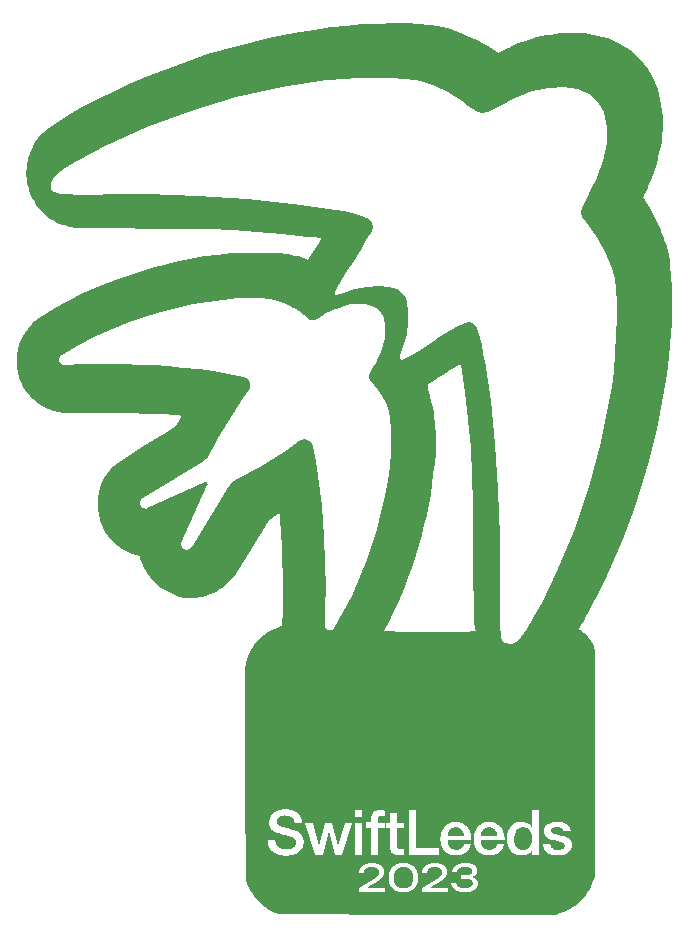
<source format=gto>
G04 #@! TF.GenerationSoftware,KiCad,Pcbnew,(6.0.10-0)*
G04 #@! TF.CreationDate,2023-09-18T23:16:48+02:00*
G04 #@! TF.ProjectId,SwiftLeeds,53776966-744c-4656-9564-732e6b696361,rev?*
G04 #@! TF.SameCoordinates,Original*
G04 #@! TF.FileFunction,Legend,Top*
G04 #@! TF.FilePolarity,Positive*
%FSLAX46Y46*%
G04 Gerber Fmt 4.6, Leading zero omitted, Abs format (unit mm)*
G04 Created by KiCad (PCBNEW (6.0.10-0)) date 2023-09-18 23:16:48*
%MOMM*%
%LPD*%
G01*
G04 APERTURE LIST*
%ADD10C,1.279921*%
%ADD11C,0.000000*%
G04 APERTURE END LIST*
D10*
X133586162Y-81821685D02*
X133543771Y-81888337D01*
X136031048Y-80974204D02*
X136043710Y-81012641D01*
X135497746Y-60277469D02*
X135193134Y-60251963D01*
X122622234Y-78054712D02*
X123292859Y-77594015D01*
X131433174Y-86060185D02*
X131783838Y-85515179D01*
X127214936Y-74609665D02*
X127135915Y-74704286D01*
X159769989Y-92197834D02*
X159863960Y-92208105D01*
X133695628Y-112638535D02*
X133645040Y-112443989D01*
X121080034Y-80729968D02*
X121090230Y-80557354D01*
X117020173Y-72484945D02*
X117180323Y-72505845D01*
X135539780Y-114538935D02*
X135442435Y-114507320D01*
X135194179Y-92476849D02*
X135298718Y-92424760D01*
X126744079Y-75009129D02*
X126684590Y-75037002D01*
X161256912Y-42065898D02*
X161501994Y-42085061D01*
X136882739Y-60513627D02*
X136794210Y-60491931D01*
X166982558Y-51033534D02*
X167079281Y-50555266D01*
X147156513Y-115043372D02*
X158691595Y-115042084D01*
X161148460Y-94124990D02*
X161140416Y-94198542D01*
X129468642Y-56949471D02*
X131538120Y-57030038D01*
X121188253Y-81758467D02*
X121150127Y-81590001D01*
X135925146Y-91801184D02*
X135724657Y-91856430D01*
X166848132Y-49316036D02*
X166811522Y-49719544D01*
X151634419Y-42446402D02*
X152063968Y-42669553D01*
X133567534Y-94426806D02*
X133653264Y-94207576D01*
X114113309Y-67353301D02*
X114064720Y-67486573D01*
X166428765Y-56435693D02*
X166241495Y-56112646D01*
X114276543Y-68244365D02*
X114317631Y-68007713D01*
X124117631Y-84699288D02*
X124148559Y-84884427D01*
X145119920Y-40788991D02*
X143791151Y-40827620D01*
X136691137Y-91290845D02*
X136690285Y-91196650D01*
X150401270Y-41511293D02*
X149982923Y-41367367D01*
X115415811Y-65703489D02*
X115415811Y-65703489D01*
X134233215Y-56847761D02*
X132113377Y-56680295D01*
X167666050Y-65460779D02*
X167621734Y-66231456D01*
X159283964Y-42056013D02*
X160269070Y-42045408D01*
X163162089Y-42513553D02*
X163162089Y-42513553D01*
X126756736Y-72719974D02*
X128025673Y-72858204D01*
X167151198Y-47166887D02*
X167065210Y-46686944D01*
X130869224Y-43413483D02*
X132084095Y-43077278D01*
X116175141Y-56019458D02*
X116353634Y-56153873D01*
X167487417Y-58815571D02*
X167367479Y-58463338D01*
X160915475Y-92990300D02*
X160949712Y-93054160D01*
X121163212Y-82743445D02*
X121264232Y-82923291D01*
X119990564Y-63201316D02*
X119394173Y-63467679D01*
X160444373Y-92015777D02*
X160317606Y-91947401D01*
X121678299Y-82853863D02*
X121584489Y-82709295D01*
X114864633Y-66163003D02*
X114768193Y-66267490D01*
X155056962Y-114681279D02*
X153239821Y-114675867D01*
X115189254Y-53902997D02*
X115145364Y-53744400D01*
X124916854Y-61472075D02*
X124916854Y-61472075D01*
X114768193Y-66267490D02*
X114676415Y-66375723D01*
X115688817Y-55558439D02*
X115842939Y-55714111D01*
X114904654Y-66709212D02*
X115052788Y-66520829D01*
X127859973Y-73481911D02*
X127855355Y-73500654D01*
X117495742Y-56303854D02*
X117340321Y-56248228D01*
X161289359Y-112908157D02*
X161387882Y-112679121D01*
X114276351Y-69352464D02*
X114257023Y-69197551D01*
X117190306Y-48959742D02*
X116221658Y-49611464D01*
X155971770Y-42866225D02*
X156291697Y-42739946D01*
X159283964Y-42056013D02*
X159283964Y-42056013D01*
X120763382Y-80128260D02*
X120732230Y-80332811D01*
X136970348Y-41984726D02*
X138184228Y-41781597D01*
X166976267Y-58539535D02*
X167123743Y-58961971D01*
X139992990Y-57937864D02*
X139992990Y-57937864D01*
X114429328Y-66720967D02*
X114356472Y-66842255D01*
X136652933Y-84212825D02*
X136573933Y-82852179D01*
X128113901Y-72902787D02*
X128125608Y-72917810D01*
X131442760Y-85344225D02*
X131103922Y-85878855D01*
X133562840Y-103435494D02*
X133544983Y-98931154D01*
X159882512Y-114049115D02*
X159704740Y-114174078D01*
X137737330Y-60850849D02*
X137652634Y-60819348D01*
X153985107Y-43773242D02*
X154024587Y-43762994D01*
X133137236Y-83295120D02*
X133480049Y-82745049D01*
X142464815Y-40902513D02*
X141141465Y-41012759D01*
X135796191Y-80799174D02*
X135910887Y-80765633D01*
X116861152Y-72457002D02*
X117020173Y-72484945D01*
X154064377Y-43748001D02*
X154104494Y-43728002D01*
X135412952Y-114915949D02*
X135516467Y-114945055D01*
X134281246Y-113700806D02*
X134153198Y-113541095D01*
X118790430Y-64199778D02*
X119687196Y-63774578D01*
X131040258Y-86673566D02*
X131184434Y-86479465D01*
X114225184Y-67092984D02*
X114166806Y-67222041D01*
X114583191Y-71045460D02*
X114683127Y-71170861D01*
X121512418Y-56497698D02*
X119745505Y-56474986D01*
X139464857Y-57832892D02*
X139992990Y-57937864D01*
X136090772Y-81301970D02*
X136094837Y-81389050D01*
X128779003Y-72578596D02*
X128063599Y-72474084D01*
X113852772Y-68744751D02*
X113854763Y-68887543D01*
X167457999Y-60260315D02*
X167529790Y-60702885D01*
X161268133Y-92804794D02*
X161185222Y-92686221D01*
X127998178Y-73251609D02*
X127929600Y-73350364D01*
X132799564Y-83850159D02*
X133137236Y-83295120D01*
X140262685Y-58257319D02*
X140291959Y-58209669D01*
X125455290Y-86668492D02*
X125381344Y-86582585D01*
X136278087Y-84481285D02*
X136319790Y-85686934D01*
X134315647Y-114279074D02*
X134478902Y-114417505D01*
X139091336Y-59474614D02*
X138853644Y-59851716D01*
X123666519Y-61842959D02*
X122425989Y-62252692D01*
X124461280Y-45247921D02*
X124461280Y-45247921D01*
X118147861Y-48820241D02*
X119239971Y-48191699D01*
X123127485Y-84451596D02*
X123234765Y-84488263D01*
X158941408Y-42080303D02*
X159283964Y-42056013D01*
X166514611Y-51314413D02*
X166405262Y-51705709D01*
X120701527Y-80745949D02*
X120701847Y-80953391D01*
X136386804Y-92179553D02*
X136439140Y-92180819D01*
X133645040Y-112443989D02*
X133645040Y-112443989D01*
X127478530Y-60854794D02*
X126620903Y-61048388D01*
X151423767Y-114682425D02*
X151423767Y-114682425D01*
X115223349Y-51634406D02*
X115306696Y-51408294D01*
X123602450Y-84182135D02*
X123456814Y-84138268D01*
X132113377Y-56680295D02*
X130348377Y-56585050D01*
X138389471Y-57669961D02*
X138929787Y-57744797D01*
X134194519Y-81671771D02*
X134302761Y-81618373D01*
X159983025Y-91592763D02*
X160027845Y-91495277D01*
D11*
G36*
X146027998Y-111652284D02*
G01*
X146075524Y-111655037D01*
X146121661Y-111659625D01*
X146166408Y-111666050D01*
X146209767Y-111674309D01*
X146251737Y-111684404D01*
X146292318Y-111696335D01*
X146331509Y-111710101D01*
X146369311Y-111725703D01*
X146405725Y-111743140D01*
X146440749Y-111762413D01*
X146474384Y-111783522D01*
X146506630Y-111806466D01*
X146537486Y-111831246D01*
X146566954Y-111857862D01*
X146595032Y-111886313D01*
X146621561Y-111916029D01*
X146646379Y-111947234D01*
X146669484Y-111979927D01*
X146690879Y-112014107D01*
X146710562Y-112049777D01*
X146728533Y-112086934D01*
X146744792Y-112125580D01*
X146759340Y-112165713D01*
X146772177Y-112207335D01*
X146783302Y-112250446D01*
X146792715Y-112295044D01*
X146800417Y-112341131D01*
X146806407Y-112388706D01*
X146810686Y-112437769D01*
X146813254Y-112488320D01*
X146814109Y-112540360D01*
X146813254Y-112592413D01*
X146810686Y-112643003D01*
X146806407Y-112692129D01*
X146800417Y-112739791D01*
X146792715Y-112785990D01*
X146783301Y-112830725D01*
X146772176Y-112873997D01*
X146759339Y-112915806D01*
X146744791Y-112956151D01*
X146728531Y-112995032D01*
X146710560Y-113032450D01*
X146690878Y-113068405D01*
X146669483Y-113102896D01*
X146646378Y-113135923D01*
X146621561Y-113167488D01*
X146595032Y-113197589D01*
X146566953Y-113225654D01*
X146537485Y-113251910D01*
X146506628Y-113276354D01*
X146474382Y-113298989D01*
X146440747Y-113319812D01*
X146405723Y-113338825D01*
X146369309Y-113356028D01*
X146331507Y-113371419D01*
X146292315Y-113385000D01*
X146251735Y-113396771D01*
X146209765Y-113406730D01*
X146166407Y-113414879D01*
X146121659Y-113421217D01*
X146075523Y-113425744D01*
X146027997Y-113428460D01*
X145979083Y-113429366D01*
X145930156Y-113428460D01*
X145882593Y-113425744D01*
X145836394Y-113421217D01*
X145791560Y-113414879D01*
X145748090Y-113406730D01*
X145705984Y-113396771D01*
X145665243Y-113385000D01*
X145625866Y-113371419D01*
X145587853Y-113356028D01*
X145551204Y-113338825D01*
X145515919Y-113319812D01*
X145481999Y-113298989D01*
X145449443Y-113276354D01*
X145418251Y-113251910D01*
X145388423Y-113225654D01*
X145359960Y-113197589D01*
X145333431Y-113167488D01*
X145308614Y-113135923D01*
X145285508Y-113102896D01*
X145264113Y-113068405D01*
X145244431Y-113032450D01*
X145226460Y-112995032D01*
X145210200Y-112956151D01*
X145195652Y-112915806D01*
X145182815Y-112873997D01*
X145171690Y-112830725D01*
X145162277Y-112785990D01*
X145154575Y-112739791D01*
X145148585Y-112692129D01*
X145144306Y-112643003D01*
X145141739Y-112592413D01*
X145140883Y-112540360D01*
X145141739Y-112488321D01*
X145144306Y-112437771D01*
X145148585Y-112388708D01*
X145154576Y-112341133D01*
X145162278Y-112295047D01*
X145171691Y-112250448D01*
X145182816Y-112207338D01*
X145195653Y-112165716D01*
X145210201Y-112125581D01*
X145226461Y-112086936D01*
X145244432Y-112049778D01*
X145264115Y-112014108D01*
X145285509Y-111979927D01*
X145308614Y-111947234D01*
X145333431Y-111916029D01*
X145359960Y-111886313D01*
X145388423Y-111857862D01*
X145418250Y-111831246D01*
X145449442Y-111806466D01*
X145481998Y-111783522D01*
X145515918Y-111762413D01*
X145551203Y-111743140D01*
X145587851Y-111725703D01*
X145625865Y-111710101D01*
X145665242Y-111696335D01*
X145705984Y-111684404D01*
X145748090Y-111674309D01*
X145791560Y-111666050D01*
X145836394Y-111659625D01*
X145882593Y-111655037D01*
X145930156Y-111652284D01*
X145979083Y-111651366D01*
X146027998Y-111652284D01*
G37*
D10*
X166952704Y-46210503D02*
X166847250Y-45885345D01*
X153678254Y-43715585D02*
X153715904Y-43733942D01*
X160369741Y-92420255D02*
X160432042Y-92459876D01*
X116473462Y-71960512D02*
X116326970Y-71909298D01*
X166829107Y-47698623D02*
X166859682Y-48102431D01*
X136222505Y-80131775D02*
X136191904Y-80133653D01*
X160763879Y-42046869D02*
X161010771Y-42053576D01*
X161984901Y-41777881D02*
X161600444Y-41712060D01*
X115646775Y-50771477D02*
X115787460Y-50574940D01*
X114784194Y-53857974D02*
X114841845Y-54066340D01*
X160050034Y-91835039D02*
X159909561Y-91791821D01*
X154104494Y-43728002D02*
X154104494Y-43728002D01*
X136596449Y-92138185D02*
X136624160Y-92116879D01*
X117556873Y-56714206D02*
X117773354Y-56767968D01*
X135311189Y-114882697D02*
X135412952Y-114915949D01*
X121134959Y-80214867D02*
X121169523Y-80045833D01*
X120805154Y-79925819D02*
X120763382Y-80128260D01*
X122711297Y-84273440D02*
X122813122Y-84323100D01*
X121071971Y-82558261D02*
X121163212Y-82743445D01*
X127220260Y-61300311D02*
X128193936Y-61103930D01*
X121640604Y-78942929D02*
X121740818Y-78801874D01*
X162758423Y-85418757D02*
X162253616Y-86523984D01*
X121400345Y-78615911D02*
X121282423Y-78787547D01*
X165437371Y-43568788D02*
X165195688Y-43329552D01*
X128460955Y-44159827D02*
X129661225Y-43774194D01*
X116355133Y-55662497D02*
X116231532Y-55553934D01*
X164889521Y-81029885D02*
X165344825Y-79656806D01*
X120222711Y-47209817D02*
X119193504Y-47761800D01*
X153926209Y-43366885D02*
X153557456Y-43122493D01*
X115545423Y-55394516D02*
X115688817Y-55558439D01*
X153945918Y-43779004D02*
X153985107Y-43773242D01*
X116004691Y-55872921D02*
X116175141Y-56019458D01*
X166812547Y-58122549D02*
X166976267Y-58539535D01*
X123456814Y-84138268D02*
X123312566Y-84090837D01*
X160566239Y-92091771D02*
X160444373Y-92015777D01*
X134133788Y-81279583D02*
X134009534Y-81373025D01*
X167058806Y-70833535D02*
X166785193Y-72355182D01*
X136722017Y-91832924D02*
X136722948Y-91787070D01*
X159951699Y-92225773D02*
X159992218Y-92238067D01*
X159518100Y-114285410D02*
X159421499Y-114335634D01*
X167365680Y-59822528D02*
X167457999Y-60260315D01*
X117180323Y-72505845D02*
X117341342Y-72519557D01*
X157332054Y-41998445D02*
X157332054Y-41998445D01*
X121263124Y-79714278D02*
X121322192Y-79552595D01*
X114737251Y-53646748D02*
X114784194Y-53857974D01*
X166263403Y-44650691D02*
X166078711Y-44363437D01*
X167983102Y-61597895D02*
X167893992Y-60634117D01*
X129068168Y-88007115D02*
X129296440Y-87925832D01*
X136794210Y-60491931D02*
X136704656Y-60475638D01*
X128582176Y-56531542D02*
X125047582Y-56502302D01*
X161723217Y-87617035D02*
X161166839Y-88697132D01*
X134135774Y-92783020D02*
X133994975Y-92933964D01*
X156939054Y-42510868D02*
X157266491Y-42409981D01*
X123754322Y-45959844D02*
X124915098Y-45470390D01*
X161528660Y-110487208D02*
X161526753Y-110159070D01*
X136667592Y-92063276D02*
X136683869Y-92031490D01*
X126939865Y-44297797D02*
X124461280Y-45247921D01*
X116326970Y-71909298D02*
X116183544Y-71850430D01*
X166713323Y-46895254D02*
X166780487Y-47296055D01*
X115999239Y-55320781D02*
X115890956Y-55196718D01*
X133420664Y-113069923D02*
X133520356Y-113261381D01*
X124117631Y-84699288D02*
X124117631Y-84699288D01*
X137688518Y-61241259D02*
X138143127Y-61438375D01*
X167595294Y-59171716D02*
X167487417Y-58815571D01*
X121097936Y-81248271D02*
X121083902Y-81075846D01*
X145684314Y-40792170D02*
X145119920Y-40788991D01*
X161153770Y-93829144D02*
X161156459Y-93903114D01*
X122605563Y-46476289D02*
X123754322Y-45959844D01*
X160304930Y-92383547D02*
X160369741Y-92420255D01*
X122892893Y-83919571D02*
X122758938Y-83850293D01*
X162933029Y-42412233D02*
X163162089Y-42513553D01*
X116092110Y-72216739D02*
X116241574Y-72277713D01*
X114676415Y-66375723D02*
X114589327Y-66487509D01*
X158685727Y-114573300D02*
X157779911Y-114627232D01*
X151196241Y-42242438D02*
X151634419Y-42446402D01*
X116280207Y-50040493D02*
X116465333Y-49882628D01*
X124295943Y-85429089D02*
X124362365Y-85605936D01*
X122512934Y-84162681D02*
X122611188Y-84220033D01*
X128339862Y-60679137D02*
X127478530Y-60854794D01*
X135910887Y-80765633D02*
X135910887Y-80765633D01*
X136714292Y-91919257D02*
X136719225Y-91877071D01*
X146019377Y-41162582D02*
X146503414Y-41179168D01*
X163878561Y-83739847D02*
X164400833Y-82391219D01*
X159221825Y-114424539D02*
X159118788Y-114462956D01*
X126241471Y-87319138D02*
X126143547Y-87259059D01*
X153121237Y-43297189D02*
X153195756Y-43352699D01*
X120990573Y-82368313D02*
X121071971Y-82558261D01*
X163477499Y-42232247D02*
X163477499Y-42232247D01*
X119394173Y-63467679D02*
X118803781Y-63746513D01*
X120857610Y-79726060D02*
X120805154Y-79925819D01*
X166866678Y-51507881D02*
X166982558Y-51033534D01*
X124101255Y-76613518D02*
X123474730Y-77007352D01*
X128138296Y-72951831D02*
X128139763Y-72970633D01*
X116183544Y-71850430D02*
X116043408Y-71784193D01*
X166483696Y-73868414D02*
X166483696Y-73868414D01*
X135113033Y-114804256D02*
X135211206Y-114845425D01*
X153008509Y-43225785D02*
X153046236Y-43247659D01*
X136999731Y-60959907D02*
X137231273Y-61048133D01*
X114489076Y-70915636D02*
X114583191Y-71045460D01*
X161148415Y-93755366D02*
X161153770Y-93829144D01*
X136719225Y-91877071D02*
X136722017Y-91832924D01*
X125047582Y-56502302D02*
X121512418Y-56497698D01*
X134263230Y-81191549D02*
X134133788Y-81279583D01*
X115298916Y-54213126D02*
X115240506Y-54059327D01*
X136016503Y-80936700D02*
X136031048Y-80974204D01*
X165593469Y-44345023D02*
X165792446Y-44623874D01*
X167809277Y-68365024D02*
X167809277Y-68365024D01*
X167772427Y-59895480D02*
X167690501Y-59531707D01*
X114257023Y-69197551D02*
X114245911Y-69041561D01*
X125872654Y-87517345D02*
X126029077Y-87622788D01*
X130656593Y-86523760D02*
X130552993Y-86636788D01*
X128632077Y-72887580D02*
X128779003Y-72578596D01*
X160709277Y-90356755D02*
X160756486Y-90258662D01*
X138585202Y-60913232D02*
X138721952Y-60729639D01*
X121090230Y-80557354D02*
X121108533Y-80385514D01*
X113896346Y-68176362D02*
X113877777Y-68317658D01*
X167253904Y-59389691D02*
X167365680Y-59822528D01*
X160656003Y-92645131D02*
X160705649Y-92697545D01*
X167246317Y-49105185D02*
X167258226Y-48619481D01*
X137907613Y-60902723D02*
X137822284Y-60878909D01*
X117773354Y-56767968D02*
X117992644Y-56810808D01*
X161526753Y-110159070D02*
X161535826Y-109833066D01*
X121889584Y-83127309D02*
X121780002Y-82993340D01*
X115290806Y-55044311D02*
X115412753Y-55222940D01*
X164672602Y-42895449D02*
X164391909Y-42702549D01*
X124478862Y-84413054D02*
X124478862Y-84413054D01*
X117343856Y-56649373D02*
X117556873Y-56714206D01*
X135514186Y-92333972D02*
X135624986Y-92295582D01*
X136071726Y-81132856D02*
X136083422Y-81216385D01*
X125865502Y-87059396D02*
X125778106Y-86986734D01*
X123023370Y-72166659D02*
X120131639Y-72150324D01*
X126907328Y-74910687D02*
X126855327Y-74945854D01*
X134608786Y-92387961D02*
X134443323Y-92510034D01*
X122381523Y-83595255D02*
X122265447Y-83491976D01*
X117341342Y-72519557D02*
X117502969Y-72525934D01*
X130154197Y-87482351D02*
X130350694Y-87342683D01*
X166000922Y-52853369D02*
X165895763Y-53128141D01*
X115415811Y-65703489D02*
X115296470Y-65786360D01*
X130883974Y-86857096D02*
X131040258Y-86673566D01*
X129433241Y-87443023D02*
X129292699Y-87506504D01*
X160167802Y-92319345D02*
X160237614Y-92349871D01*
X113948671Y-67896531D02*
X113919986Y-68035923D01*
X115067617Y-71023341D02*
X114967164Y-70903656D01*
X115390405Y-71822239D02*
X115523795Y-71912604D01*
X125366996Y-75844311D02*
X124101255Y-76613518D01*
X114788625Y-71291694D02*
X114899423Y-71407813D01*
X129706442Y-87299387D02*
X129571241Y-87373936D01*
X134894302Y-114238081D02*
X134727163Y-114120931D01*
X133678782Y-81696207D02*
X133631211Y-81757685D01*
X114648732Y-67113350D02*
X114769738Y-66906998D01*
X161539075Y-111800300D02*
X161546754Y-111474026D01*
X136738363Y-88303356D02*
X136730857Y-86939202D01*
X158906404Y-114527056D02*
X158797093Y-114552476D01*
X165622703Y-54689197D02*
X165637568Y-54646015D01*
X159909561Y-91791821D02*
X159909561Y-91791821D01*
X146503414Y-41179168D02*
X146986999Y-41210994D01*
X160705649Y-92697545D02*
X160752744Y-92752162D01*
X135527242Y-91921177D02*
X135333543Y-91995440D01*
X116894438Y-56037166D02*
X116753286Y-55952963D01*
X138216572Y-60760458D02*
X138079861Y-60934400D01*
X121780002Y-82993340D02*
X121678299Y-82853863D01*
X143076302Y-41241962D02*
X144305373Y-41184203D01*
X152932514Y-43189123D02*
X152970607Y-43206187D01*
X148699232Y-41035393D02*
X148262217Y-40961222D01*
X133520356Y-113261381D02*
X133629820Y-113448266D01*
X121498589Y-82560057D02*
X121420612Y-82406568D01*
X114872241Y-70779461D02*
X114783070Y-70651045D01*
X129738028Y-87727445D02*
X129949701Y-87610657D01*
X127439751Y-75010975D02*
X127439751Y-75010975D01*
X113854763Y-68887543D02*
X113861961Y-69030226D01*
X161387882Y-112679121D02*
X161471044Y-112442610D01*
X153491867Y-43592922D02*
X153566121Y-43647123D01*
X119745505Y-56474986D02*
X117979508Y-56422855D01*
X114015185Y-69895255D02*
X114061247Y-70051963D01*
X122933780Y-72554563D02*
X124210035Y-72578856D01*
X135738898Y-114589712D02*
X135638627Y-114566439D01*
X115008502Y-51107072D02*
X114927094Y-51305882D01*
X153715904Y-43733942D02*
X153753720Y-43749632D01*
X156889505Y-42124145D02*
X156453166Y-42267699D01*
X127346723Y-72388674D02*
X125909185Y-72267252D01*
X115043531Y-52926640D02*
X115048124Y-52759978D01*
X159396720Y-92186786D02*
X159576339Y-92190697D01*
X167607506Y-61601709D02*
X167607506Y-61601709D01*
X154755860Y-42971498D02*
X153926209Y-43366885D01*
X160027845Y-91495277D02*
X160077110Y-91398896D01*
X121212239Y-79878831D02*
X121263124Y-79714278D01*
X135470882Y-80504653D02*
X135412692Y-80533507D01*
X136351870Y-57044564D02*
X134233215Y-56847761D01*
X165609850Y-54732457D02*
X165622703Y-54689197D01*
X157928901Y-42240289D02*
X158263880Y-42173397D01*
X161478828Y-93186263D02*
X161415102Y-93055199D01*
X166241495Y-56112646D02*
X166047048Y-55794027D01*
X127053461Y-87687494D02*
X126907040Y-87641580D01*
X121175574Y-78965303D02*
X121079733Y-79148605D01*
X166785193Y-72355182D02*
X166483696Y-73868414D01*
X167991260Y-66437289D02*
X168044578Y-65469818D01*
X131783838Y-85515179D02*
X132126220Y-84963179D01*
X115156351Y-51866491D02*
X115223349Y-51634406D01*
X136404975Y-60409609D02*
X136103825Y-60355259D01*
X135887548Y-80245432D02*
X135827200Y-80281343D01*
X129005009Y-87616068D02*
X128858374Y-87661862D01*
X160415086Y-114096626D02*
X160590983Y-113923229D01*
X163238022Y-84302135D02*
X162758423Y-85418757D01*
X138983026Y-60352568D02*
X139231403Y-59965574D01*
X121120016Y-81419796D02*
X121097936Y-81248271D01*
X126622365Y-75062207D02*
X126622365Y-75062207D01*
X140624189Y-41453632D02*
X141849035Y-41332367D01*
X162465583Y-42254596D02*
X162700758Y-42326322D01*
X167893992Y-60634117D02*
X167840460Y-60262972D01*
X136103825Y-60355259D02*
X135801362Y-60311557D01*
X136083422Y-81216385D02*
X136090772Y-81301970D01*
X127787505Y-73625085D02*
X127724650Y-73734968D01*
X136319790Y-85686934D02*
X136345291Y-86893116D01*
X133631211Y-81757685D02*
X133586162Y-81821685D01*
X161535826Y-109833066D02*
X161535826Y-93320723D01*
X114552312Y-70243318D02*
X114488391Y-70100871D01*
X114967164Y-70903656D02*
X114872241Y-70779461D01*
X166627114Y-46496744D02*
X166713323Y-46895254D01*
X133567534Y-94426806D02*
X133567534Y-94426806D01*
X126143547Y-87259059D02*
X126048236Y-87195669D01*
X124840193Y-85718357D02*
X124750907Y-85508902D01*
X128033303Y-73201245D02*
X127998178Y-73251609D01*
X161745710Y-42112288D02*
X161987751Y-42148804D01*
X133931754Y-113197971D02*
X133839613Y-113016492D01*
X166608247Y-56763103D02*
X166428765Y-56435693D01*
X115842939Y-55714111D02*
X116004691Y-55872921D01*
X136704656Y-60475638D02*
X136704656Y-60475638D01*
X133543771Y-81888337D02*
X133504173Y-81957772D01*
X126251710Y-61521312D02*
X127220260Y-61300311D01*
X168044578Y-65469818D02*
X168071432Y-64501200D01*
X121584489Y-82709295D02*
X121498589Y-82560057D01*
X127350703Y-87755697D02*
X127201434Y-87725485D01*
X133251517Y-112677294D02*
X133251517Y-112677294D01*
X125484605Y-72630425D02*
X126756736Y-72719974D01*
X137143345Y-60603092D02*
X137057190Y-60570012D01*
X131315680Y-86274952D02*
X131433174Y-86060185D01*
X133645040Y-112443989D02*
X133562840Y-103435494D01*
X167660341Y-62373725D02*
X167691480Y-63145807D01*
X116616215Y-55862275D02*
X116483429Y-55765365D01*
X130331512Y-86849789D02*
X130214143Y-86949473D01*
X127855355Y-73500654D02*
X127853379Y-73518230D01*
X134160781Y-114130065D02*
X134315647Y-114279074D01*
X167156026Y-50073902D02*
X167211977Y-49590266D01*
X133172846Y-95048533D02*
X133161890Y-95290265D01*
X136207107Y-92179835D02*
X136328708Y-92173007D01*
X113919986Y-68035923D02*
X113896346Y-68176362D01*
X125611318Y-86832911D02*
X125531953Y-86751971D01*
X124333407Y-62037981D02*
X125289141Y-61767135D01*
X133411555Y-93881649D02*
X133332266Y-94107601D01*
X128054424Y-72866828D02*
X128078551Y-72877199D01*
X158691595Y-115042084D02*
X158931210Y-114971642D01*
X114841845Y-54066340D02*
X114910208Y-54271247D01*
X126341994Y-87375795D02*
X126241471Y-87319138D01*
X114701015Y-53433262D02*
X114737251Y-53646748D01*
D11*
G36*
X156157939Y-108280188D02*
G01*
X156199584Y-108283297D01*
X156240184Y-108288455D01*
X156279718Y-108295641D01*
X156318164Y-108304834D01*
X156355500Y-108316013D01*
X156391705Y-108329159D01*
X156426756Y-108344252D01*
X156460633Y-108361270D01*
X156493312Y-108380194D01*
X156524773Y-108401002D01*
X156554994Y-108423675D01*
X156583952Y-108448192D01*
X156611627Y-108474533D01*
X156637996Y-108502677D01*
X156663038Y-108532604D01*
X156686731Y-108564294D01*
X156709053Y-108597725D01*
X156729982Y-108632879D01*
X156749497Y-108669734D01*
X156767575Y-108708269D01*
X156784196Y-108748466D01*
X156799337Y-108790302D01*
X156812977Y-108833758D01*
X156825093Y-108878814D01*
X156835665Y-108925448D01*
X156844670Y-108973641D01*
X156852086Y-109023372D01*
X156857893Y-109074621D01*
X156862067Y-109127367D01*
X156864587Y-109181590D01*
X156865432Y-109237269D01*
X156861493Y-109325141D01*
X156852364Y-109412785D01*
X156837903Y-109499449D01*
X156817970Y-109584383D01*
X156792422Y-109666836D01*
X156761119Y-109746058D01*
X156723919Y-109821298D01*
X156703064Y-109857190D01*
X156680681Y-109891805D01*
X156656753Y-109925049D01*
X156631263Y-109956829D01*
X156604192Y-109987050D01*
X156575523Y-110015618D01*
X156545238Y-110042441D01*
X156513321Y-110067423D01*
X156479752Y-110090471D01*
X156444514Y-110111492D01*
X156407590Y-110130391D01*
X156368962Y-110147074D01*
X156328612Y-110161449D01*
X156286523Y-110173420D01*
X156242676Y-110182894D01*
X156197055Y-110189778D01*
X156149641Y-110193977D01*
X156100418Y-110195397D01*
X156052522Y-110194062D01*
X156006314Y-110190111D01*
X155961781Y-110183629D01*
X155918912Y-110174697D01*
X155877697Y-110163398D01*
X155838125Y-110149816D01*
X155800185Y-110134034D01*
X155763866Y-110116134D01*
X155729158Y-110096200D01*
X155696049Y-110074315D01*
X155664528Y-110050560D01*
X155634584Y-110025020D01*
X155606208Y-109997777D01*
X155579387Y-109968915D01*
X155554112Y-109938516D01*
X155530370Y-109906663D01*
X155508151Y-109873439D01*
X155487445Y-109838927D01*
X155468240Y-109803210D01*
X155450526Y-109766371D01*
X155434292Y-109728493D01*
X155419526Y-109689659D01*
X155406218Y-109649952D01*
X155394357Y-109609454D01*
X155383932Y-109568250D01*
X155374933Y-109526421D01*
X155361166Y-109441222D01*
X155352970Y-109354522D01*
X155350257Y-109266984D01*
X155352647Y-109175106D01*
X155359977Y-109083794D01*
X155372485Y-108993788D01*
X155390412Y-108905828D01*
X155413996Y-108820653D01*
X155443478Y-108739003D01*
X155479095Y-108661618D01*
X155499280Y-108624756D01*
X155521088Y-108589237D01*
X155544550Y-108555155D01*
X155569696Y-108522602D01*
X155596555Y-108491669D01*
X155625158Y-108462451D01*
X155655534Y-108435038D01*
X155687714Y-108409524D01*
X155721726Y-108386000D01*
X155757602Y-108364561D01*
X155795371Y-108345297D01*
X155835063Y-108328302D01*
X155876708Y-108313668D01*
X155920335Y-108301487D01*
X155965976Y-108291852D01*
X156013659Y-108284855D01*
X156063414Y-108280589D01*
X156115272Y-108279147D01*
X156157939Y-108280188D01*
G37*
D10*
X161185222Y-92686221D02*
X161096247Y-92572578D01*
X160590983Y-113923229D02*
X160755745Y-113739275D01*
X124552389Y-84857577D02*
X124509674Y-84635757D01*
X161987751Y-42148804D02*
X162227812Y-42195832D01*
X137652634Y-60819348D02*
X137568079Y-60785209D01*
X124237987Y-85249664D02*
X124295943Y-85429089D01*
X113877777Y-68317658D02*
X113864307Y-68459616D01*
X167621734Y-66231456D02*
X167486138Y-67770337D01*
X115940465Y-50387218D02*
X116104982Y-50208880D01*
X136314398Y-80139913D02*
X136283755Y-80134776D01*
X114927094Y-51305882D02*
X114856372Y-51509022D01*
X120595928Y-63375606D02*
X121515769Y-63002662D01*
X115135877Y-71625327D02*
X115261012Y-71726431D01*
X140557316Y-57703818D02*
X140560370Y-57680671D01*
X166028513Y-53791939D02*
X166028513Y-53791939D01*
X117979508Y-56422855D02*
X117815540Y-56391431D01*
X167691480Y-63145807D02*
X167702056Y-63917788D01*
X136069739Y-80160665D02*
X136039273Y-80171645D01*
X136328708Y-92173007D02*
X136328708Y-92173007D01*
X129296440Y-87925832D02*
X129520001Y-87832556D01*
X136191904Y-80133653D02*
X136161324Y-80137611D01*
X136136566Y-82072397D02*
X136136566Y-82072397D01*
X124673109Y-85295032D02*
X124606902Y-85077629D01*
X136332769Y-91719134D02*
X136128064Y-91755424D01*
X114856372Y-51509022D02*
X114796336Y-51715892D01*
X136130768Y-80143518D02*
X136100238Y-80151246D01*
X116732134Y-56386939D02*
X116930833Y-56485889D01*
X163791999Y-42795598D02*
X164089367Y-42966521D01*
X160426274Y-90833077D02*
X160546026Y-90644609D01*
X115906785Y-71710873D02*
X115773900Y-71630756D01*
X160866499Y-112881479D02*
X160754838Y-113072270D01*
X135333543Y-91995440D02*
X135144205Y-92079235D01*
X159909561Y-91791821D02*
X159943360Y-91691547D01*
X124436981Y-85779869D02*
X124519520Y-85950552D01*
X159647124Y-41633962D02*
X159255407Y-41663559D01*
X157332054Y-41998445D02*
X157109959Y-42058911D01*
X153046236Y-43247659D02*
X153121237Y-43297189D01*
X153566121Y-43647123D02*
X153603381Y-43671916D01*
X134650315Y-114544356D02*
X134829658Y-114658627D01*
X153868344Y-43778112D02*
X153907003Y-43780541D01*
X115145364Y-53744400D02*
X115109042Y-53583800D01*
X167127536Y-72648982D02*
X167386709Y-71225674D01*
X117654216Y-56351676D02*
X117495742Y-56303854D01*
X120711633Y-80538898D02*
X120701527Y-80745949D01*
X136217804Y-83276372D02*
X136278087Y-84481285D01*
X160908668Y-113545277D02*
X161049047Y-113341748D01*
X163477499Y-42232247D02*
X163112607Y-42088569D01*
X120994835Y-79336880D02*
X120920816Y-79529556D01*
X133891556Y-81472917D02*
X133780942Y-81580297D01*
X128560803Y-87734747D02*
X128410379Y-87761549D01*
X133330975Y-112874894D02*
X133420664Y-113069923D01*
X166016648Y-56512448D02*
X166234634Y-56905963D01*
X114656529Y-52785233D02*
X114660656Y-53001905D01*
X166779331Y-57094811D02*
X166608247Y-56763103D01*
X134281109Y-93206457D02*
X134442945Y-93033879D01*
X165784451Y-53400304D02*
X165668041Y-53670293D01*
X166633654Y-57711181D02*
X166812547Y-58122549D01*
X159187148Y-92049177D02*
X159179496Y-92075783D01*
X128133659Y-72934190D02*
X128138296Y-72951831D01*
X116703520Y-72422162D02*
X116861152Y-72457002D01*
X135668499Y-57368050D02*
X137845605Y-57604768D01*
X140552810Y-57727142D02*
X140557316Y-57703818D01*
X163794002Y-42369965D02*
X163477499Y-42232247D01*
X114249231Y-68727496D02*
X114253513Y-68484572D01*
X168071432Y-64501200D02*
X168070811Y-63532379D01*
X135960242Y-80830489D02*
X135981233Y-80864773D01*
X115079073Y-54668291D02*
X115179580Y-54859228D01*
X123474730Y-77007352D02*
X122857894Y-77414840D01*
X115520238Y-71451276D02*
X115399909Y-71352486D01*
X128779003Y-72578596D02*
X128779003Y-72578596D01*
X120712527Y-81160651D02*
X120733504Y-81367156D01*
X117073672Y-64661786D02*
X116512349Y-64994447D01*
X124609710Y-86117648D02*
X124707279Y-86280821D01*
X154024587Y-43762994D02*
X154064377Y-43748001D01*
X130716404Y-87029898D02*
X130883974Y-86857096D01*
X115788189Y-55068015D02*
X115691144Y-54934936D01*
X164529432Y-80891693D02*
X164123141Y-82037823D01*
X127900021Y-73397201D02*
X127887257Y-73419645D01*
X159210413Y-92148522D02*
X159231493Y-92159659D01*
X137194863Y-41546486D02*
X135888987Y-41789018D01*
X121625321Y-83425079D02*
X121764810Y-83577849D01*
X160752744Y-92752162D02*
X160797281Y-92808865D01*
X141849035Y-41332367D02*
X143076302Y-41241962D01*
X135840514Y-114608634D02*
X135738898Y-114589712D01*
X136103071Y-81827307D02*
X136109732Y-81911612D01*
X132126220Y-84963179D02*
X132799564Y-83850159D01*
X122445867Y-62655543D02*
X123385364Y-62334050D01*
X160546026Y-90644609D02*
X160603336Y-90549536D01*
X134130681Y-93389896D02*
X134281109Y-93206457D01*
X144305373Y-41184203D02*
X145535630Y-41160877D01*
X140522009Y-57821924D02*
X140539791Y-57774263D01*
X133629820Y-113448266D02*
X133748824Y-113629579D01*
X127866991Y-73462097D02*
X127859973Y-73481911D01*
X145535630Y-41160877D02*
X145535630Y-41160877D01*
X167809277Y-68365024D02*
X167912490Y-67402672D01*
X131383403Y-60268070D02*
X130945882Y-60303063D01*
X161501994Y-42085061D02*
X161745710Y-42112288D01*
X160756486Y-90258662D02*
X161449660Y-88988020D01*
X146530552Y-40817737D02*
X146248579Y-40806156D01*
X123021357Y-84411979D02*
X123127485Y-84451596D01*
X133992173Y-93582962D02*
X134130681Y-93389896D01*
X114796336Y-51715892D02*
X114746989Y-51925894D01*
X160755745Y-113739275D02*
X160908668Y-113545277D01*
X157596439Y-42319469D02*
X157928901Y-42240289D01*
X120733504Y-81367156D02*
X120764713Y-81572334D01*
X164400833Y-82391219D02*
X164889521Y-81029885D01*
X138854366Y-60542588D02*
X138983026Y-60352568D01*
X114243239Y-68884781D02*
X114249231Y-68727496D01*
X163112607Y-42088569D02*
X162741719Y-41965423D01*
X159223749Y-91983938D02*
X159201764Y-92018653D01*
X135442435Y-114507320D02*
X135346671Y-114471716D01*
X166868695Y-48911664D02*
X166848132Y-49316036D01*
X136109732Y-81911612D02*
X136120543Y-81993495D01*
X166420896Y-45841351D02*
X166533454Y-46166028D01*
X157109959Y-42058911D02*
X156889505Y-42124145D01*
X165599224Y-54775800D02*
X165609850Y-54732457D01*
X166627114Y-46496744D02*
X166627114Y-46496744D01*
X161156459Y-93903114D02*
X161156474Y-93977157D01*
X138184228Y-41781597D02*
X139402380Y-41603971D01*
X128127558Y-73033047D02*
X128118762Y-73055529D01*
X166836172Y-74066326D02*
X167127536Y-72648982D01*
X126800951Y-74978707D02*
X126744079Y-75009129D01*
X128134152Y-73011339D02*
X128127558Y-73033047D01*
X136722948Y-91787070D02*
X136720339Y-91691265D01*
X166227922Y-53349567D02*
X166412260Y-52899150D01*
X137822284Y-60878909D02*
X137737330Y-60850849D01*
X161129734Y-93608858D02*
X161140401Y-93681898D01*
X122425989Y-62252692D02*
X121199319Y-62704426D01*
X127782146Y-74405887D02*
X128134167Y-73801705D01*
X116539517Y-56276317D02*
X116732134Y-56386939D01*
X118884826Y-56875944D02*
X119108355Y-56866423D01*
X117244069Y-72091750D02*
X117085607Y-72083100D01*
X114769738Y-66906998D02*
X114904654Y-66709212D01*
X135463796Y-80936326D02*
X135572885Y-80885273D01*
X126189890Y-87720608D02*
X126354824Y-87810469D01*
X165046525Y-55002900D02*
X165046525Y-55002900D01*
X159863960Y-92208105D02*
X159908811Y-92215877D01*
X114899423Y-71407813D02*
X115015261Y-71519073D01*
X114965708Y-66062453D02*
X114864633Y-66163003D01*
X121108533Y-80385514D02*
X121134959Y-80214867D01*
X125041547Y-86743439D02*
X125165917Y-86887556D01*
X161344815Y-92927915D02*
X161268133Y-92804794D01*
X124923470Y-86594053D02*
X125041547Y-86743439D01*
X132084095Y-43077278D02*
X133304980Y-42765167D01*
X160432042Y-92459876D02*
X160491825Y-92502293D01*
X163162089Y-42513553D02*
X163482727Y-42644261D01*
X114622881Y-70382687D02*
X114552312Y-70243318D01*
X154104494Y-43728002D02*
X154716984Y-43427287D01*
X165549080Y-55744437D02*
X165787773Y-56125217D01*
X161515621Y-112123508D02*
X161529654Y-111962352D01*
X131821825Y-60242430D02*
X131821825Y-60242430D01*
X136054622Y-81051943D02*
X136071726Y-81132856D01*
X152894209Y-43174854D02*
X152932514Y-43189123D01*
X114176051Y-70355022D02*
X114244271Y-70501082D01*
X127288308Y-74509569D02*
X127214936Y-74609665D01*
X115364278Y-54364131D02*
X115298916Y-54213126D01*
X162253616Y-86523984D02*
X161723217Y-87617035D01*
X160210873Y-113762525D02*
X160051271Y-113911579D01*
X160237614Y-92349871D02*
X160304930Y-92383547D01*
X129456940Y-43445294D02*
X126939865Y-44297797D01*
X115173375Y-71138232D02*
X115067617Y-71023341D01*
X153182674Y-42885403D02*
X152801992Y-42656578D01*
X123343058Y-84522178D02*
X123452223Y-84553543D01*
X151423767Y-114682425D02*
X143631750Y-114678366D01*
X161415102Y-93055199D02*
X161344815Y-92927915D01*
X114683127Y-71170861D02*
X114788625Y-71291694D01*
X140546939Y-57750628D02*
X140552810Y-57727142D01*
X134014535Y-113971479D02*
X134160781Y-114130065D01*
X115515037Y-54656704D02*
X115436387Y-54512078D01*
X140561773Y-57634956D02*
X139514586Y-57454262D01*
X118181812Y-48344148D02*
X117190306Y-48959742D01*
X159337983Y-91851891D02*
X159337983Y-91851891D01*
X160754838Y-113072270D02*
X160633301Y-113256827D01*
X135002393Y-60644309D02*
X135644308Y-60690257D01*
X116231532Y-55553934D02*
X116112833Y-55439941D01*
X115052788Y-66520829D02*
X115213450Y-66342683D01*
X161156474Y-93977157D02*
X161153810Y-94051155D01*
X122813122Y-84323100D02*
X122916523Y-84369214D01*
X136527645Y-92168531D02*
X136564370Y-92155488D01*
X121282423Y-78787547D02*
X121175574Y-78965303D01*
X135621705Y-114969889D02*
X147156513Y-115043372D01*
X157779911Y-114627232D02*
X156872995Y-114659983D01*
X130755090Y-86406575D02*
X130656593Y-86523760D01*
X117643024Y-64343172D02*
X117073672Y-64661786D01*
X120857568Y-81976415D02*
X120919084Y-82174174D01*
X128108006Y-73078689D02*
X128095532Y-73102428D01*
X138929787Y-57744797D02*
X139464857Y-57832892D01*
X167840460Y-60262972D02*
X167772427Y-59895480D01*
X133433902Y-82105507D02*
X133433902Y-82105507D01*
X115644977Y-71544129D02*
X115520238Y-71451276D01*
X127415727Y-88163653D02*
X127601892Y-88188380D01*
X166580711Y-52441514D02*
X166732456Y-51977483D01*
X167486138Y-67770337D02*
X167295475Y-69304808D01*
X166078711Y-44363437D02*
X165879238Y-44086714D01*
X165620032Y-55126044D02*
X165605149Y-55081881D01*
X113943382Y-69596032D02*
X113977030Y-69735288D01*
X123234765Y-84488263D02*
X123343058Y-84522178D01*
X134588863Y-42062340D02*
X133295044Y-42365541D01*
X137228942Y-60638358D02*
X137143345Y-60603092D01*
X121966086Y-78536330D02*
X122622234Y-78054712D01*
X164940647Y-43104778D02*
X164672602Y-42895449D01*
X122265447Y-83491976D02*
X122132322Y-83377046D01*
X155339400Y-43137478D02*
X155971770Y-42866225D01*
X134358945Y-60619332D02*
X135002393Y-60644309D01*
X159992218Y-92238067D02*
X160029961Y-92253035D01*
X145535630Y-41160877D02*
X146019377Y-41162582D01*
X114589327Y-66487509D02*
X114506956Y-66602654D01*
X114506956Y-66602654D02*
X114429328Y-66720967D01*
X114542327Y-67327433D02*
X114648732Y-67113350D01*
X152415540Y-42436986D02*
X152023447Y-42227590D01*
X114338759Y-69657917D02*
X114303671Y-69506015D01*
X160878653Y-92928052D02*
X160915475Y-92990300D01*
X124461280Y-45247921D02*
X123388719Y-45707252D01*
X159827632Y-114548335D02*
X160032706Y-114409693D01*
X136711916Y-91029650D02*
X136738363Y-88303356D01*
X164123141Y-82037823D02*
X163692800Y-83174897D01*
X137398927Y-60712234D02*
X137228942Y-60638358D01*
X134409756Y-81561034D02*
X134515741Y-81500505D01*
X122758938Y-83850293D02*
X122628742Y-83773654D01*
X166000922Y-52853369D02*
X166000922Y-52853369D01*
X116104982Y-50208880D02*
X116280207Y-50040493D01*
X126354824Y-87810469D02*
X126523606Y-87892034D01*
X153829922Y-43771978D02*
X153868344Y-43778112D01*
X123312566Y-84090837D02*
X123170181Y-84039083D01*
X135888987Y-41789018D02*
X134588863Y-42062340D01*
X140474947Y-57918434D02*
X140500163Y-57870017D01*
X115284214Y-71248042D02*
X115173375Y-71138232D01*
X118686704Y-72134222D02*
X117244069Y-72091750D01*
X140190898Y-58396575D02*
X140211457Y-58350880D01*
X138721952Y-60729639D02*
X138854366Y-60542588D01*
X159118788Y-114462956D02*
X159013642Y-114497172D01*
X149559715Y-41239431D02*
X149131774Y-41128451D01*
X123452223Y-84553543D02*
X123562118Y-84582554D01*
X127004685Y-74833886D02*
X126957074Y-74873325D01*
X135624986Y-92295582D02*
X135737747Y-92262066D01*
X127929600Y-73350364D02*
X127900021Y-73397201D01*
X161165391Y-103240315D02*
X161140788Y-112282267D01*
X164098924Y-42527060D02*
X163794002Y-42369965D01*
X136406168Y-60785610D02*
X136526948Y-60813813D01*
X133433902Y-82105507D02*
X133092034Y-82638782D01*
X139402380Y-41603971D02*
X140624189Y-41453632D01*
X117036213Y-65129666D02*
X117906484Y-64651407D01*
X117827004Y-72516105D02*
X117827004Y-72516105D01*
X129204879Y-60525745D02*
X128339862Y-60679137D01*
X135724657Y-91856430D02*
X135527242Y-91921177D01*
X133161710Y-97230918D02*
X133161710Y-97230918D01*
X160032706Y-114409693D02*
X160228759Y-114258952D01*
X140235618Y-58304425D02*
X140262685Y-58257319D01*
X123385364Y-62334050D02*
X124333407Y-62037981D01*
X133994975Y-92933964D02*
X133863684Y-93094561D01*
X125052809Y-86120488D02*
X124940861Y-85922513D01*
X161600444Y-41712060D02*
X161212936Y-41663922D01*
X136120543Y-81993495D02*
X136136566Y-82072397D01*
X135668499Y-57368050D02*
X135668499Y-57368050D01*
X160633301Y-113256827D02*
X160502032Y-113434093D01*
X128025673Y-72858204D02*
X128054424Y-72866828D01*
X120732230Y-80332811D02*
X120711633Y-80538898D01*
X158685727Y-114573300D02*
X158685727Y-114573300D01*
X156614124Y-42621176D02*
X156939054Y-42510868D01*
X166512418Y-75476744D02*
X166836172Y-74066326D01*
X115412753Y-55222940D02*
X115545423Y-55394516D01*
X165639065Y-55170328D02*
X165620032Y-55126044D01*
X165547590Y-53938544D02*
X165298796Y-54471580D01*
X134959870Y-92172576D02*
X134781183Y-92275480D01*
X138296370Y-61268088D02*
X138443535Y-61092878D01*
X162365572Y-41862098D02*
X161984901Y-41777881D01*
X161100469Y-93464537D02*
X161116421Y-93536365D01*
X167690501Y-59531707D02*
X167595294Y-59171716D01*
X135981233Y-80864773D02*
X135999942Y-80900200D01*
X117134958Y-56573317D02*
X117343856Y-56649373D01*
X135038935Y-81176342D02*
X135249546Y-81050678D01*
X124188768Y-85067998D02*
X124237987Y-85249664D01*
X133176673Y-96752411D02*
X133172893Y-96992868D01*
X113915078Y-69455706D02*
X113943382Y-69596032D01*
X160029961Y-92253035D02*
X160064523Y-92270950D01*
X115296470Y-65786360D02*
X115181653Y-65873939D01*
X161010771Y-42053576D02*
X161256912Y-42065898D01*
X128095532Y-73102428D02*
X128066400Y-73151259D01*
X115385947Y-66175609D02*
X115569589Y-66020445D01*
X130538370Y-87191813D02*
X130716404Y-87029898D01*
X135588388Y-80435630D02*
X135529456Y-80471682D01*
X114488391Y-70100871D02*
X114431343Y-69955631D01*
X134443323Y-92510034D02*
X134285438Y-92641716D01*
X121150127Y-81590001D02*
X121120016Y-81419796D01*
X128125608Y-72917810D02*
X128133659Y-72934190D01*
X121374967Y-83097228D02*
X121495351Y-83264681D01*
X134478902Y-114417505D02*
X134650315Y-114544356D01*
X114680369Y-52352895D02*
X114663101Y-52568696D01*
X133568621Y-93551942D02*
X133510830Y-93660522D01*
X115080492Y-53421460D02*
X115059920Y-53257645D01*
X116929092Y-72065365D02*
X116774747Y-72038831D01*
X117992644Y-56810808D02*
X118214091Y-56842875D01*
X124478862Y-84413054D02*
X123895989Y-84262220D01*
X128306906Y-73498589D02*
X128473794Y-73194063D01*
X134798805Y-92726239D02*
X134894103Y-92658045D01*
X136882893Y-60919075D02*
X136999731Y-60959907D01*
X135910887Y-80765633D02*
X135936838Y-80797420D01*
X165895763Y-53128141D02*
X165784451Y-53400304D01*
X125381344Y-86582585D02*
X125310127Y-86494360D01*
X159178403Y-92098745D02*
X159183461Y-92118340D01*
X164904670Y-43586390D02*
X165149042Y-43825239D01*
X136462518Y-81494279D02*
X136314398Y-80139913D01*
X166405262Y-51705709D02*
X166282865Y-52092985D01*
X133159908Y-95777634D02*
X133170454Y-96266500D01*
X117244069Y-72091750D02*
X117244069Y-72091750D01*
X148901941Y-41497874D02*
X149372112Y-41611283D01*
X115100593Y-50913191D02*
X115008502Y-51107072D01*
X123030132Y-83982248D02*
X122892893Y-83919571D01*
X114381391Y-69807884D02*
X114338759Y-69657917D01*
X122857894Y-77414840D02*
X122254841Y-77841609D01*
X136136566Y-82072397D02*
X136217804Y-83276372D01*
X166047048Y-55794027D02*
X165639065Y-55170328D01*
X133225223Y-94571754D02*
X133193255Y-94808844D01*
X134009534Y-81373025D02*
X133891556Y-81472917D01*
X159704740Y-114174078D02*
X159518100Y-114285410D01*
X127050322Y-88083592D02*
X127231780Y-88128611D01*
X159179496Y-92075783D02*
X159178403Y-92098745D01*
X121669665Y-78293286D02*
X121529404Y-78450966D01*
X135761360Y-42211570D02*
X136970348Y-41984726D01*
X127876166Y-73441309D02*
X127866991Y-73462097D01*
X114660656Y-53001905D02*
X114675484Y-53218115D01*
X122072092Y-83858211D02*
X122239754Y-83984658D01*
X128107532Y-87795149D02*
X127955621Y-87801657D01*
X138443535Y-61092878D02*
X138585202Y-60913232D01*
X135638627Y-114566439D02*
X135539780Y-114538935D01*
X133161710Y-97230918D02*
X133195556Y-104954155D01*
X127853379Y-73518230D02*
X127787505Y-73625085D01*
X166780487Y-47296055D02*
X166829107Y-47698623D01*
X128098296Y-72889217D02*
X128113901Y-72902787D01*
X123170181Y-84039083D02*
X123030132Y-83982248D01*
X115061516Y-52592894D02*
X115061516Y-52592894D01*
X126341994Y-87375795D02*
X126341994Y-87375795D01*
X136646598Y-60845686D02*
X136765214Y-60880888D01*
X118219895Y-64038213D02*
X117643024Y-64343172D01*
X135412692Y-80533507D02*
X135354910Y-80557208D01*
D11*
G36*
X133190235Y-111634309D02*
G01*
X133178152Y-111237816D01*
X133158761Y-109341256D01*
X134479433Y-109341256D01*
X134482813Y-109426775D01*
X134490099Y-109509269D01*
X134501197Y-109588757D01*
X134516008Y-109665259D01*
X134534437Y-109738797D01*
X134556387Y-109809391D01*
X134581761Y-109877061D01*
X134610463Y-109941827D01*
X134642396Y-110003709D01*
X134677463Y-110062729D01*
X134715569Y-110118907D01*
X134756616Y-110172263D01*
X134800509Y-110222817D01*
X134847149Y-110270590D01*
X134896442Y-110315602D01*
X134948290Y-110357874D01*
X135002597Y-110397426D01*
X135059266Y-110434278D01*
X135118201Y-110468451D01*
X135179305Y-110499965D01*
X135242481Y-110528841D01*
X135307634Y-110555099D01*
X135374666Y-110578759D01*
X135443481Y-110599842D01*
X135513983Y-110618369D01*
X135586074Y-110634359D01*
X135659659Y-110647833D01*
X135734640Y-110658811D01*
X135888407Y-110673363D01*
X136046602Y-110678177D01*
X136185767Y-110674219D01*
X136323996Y-110662177D01*
X136460179Y-110641801D01*
X136593208Y-110612840D01*
X136721971Y-110575045D01*
X136845360Y-110528166D01*
X136962264Y-110471951D01*
X137017938Y-110440265D01*
X137071574Y-110406151D01*
X137123035Y-110369579D01*
X137172181Y-110330516D01*
X137218873Y-110288932D01*
X137262973Y-110244796D01*
X137304343Y-110198075D01*
X137342843Y-110148739D01*
X137378334Y-110096757D01*
X137410679Y-110042096D01*
X137439738Y-109984727D01*
X137465372Y-109924617D01*
X137487443Y-109861736D01*
X137505813Y-109796052D01*
X137520341Y-109727534D01*
X137530891Y-109656150D01*
X137537322Y-109581869D01*
X137539497Y-109504660D01*
X137535402Y-109431884D01*
X137525877Y-109358694D01*
X137510890Y-109285548D01*
X137490409Y-109212902D01*
X137464401Y-109141214D01*
X137432833Y-109070941D01*
X137395672Y-109002538D01*
X137352887Y-108936465D01*
X137304444Y-108873176D01*
X137278091Y-108842719D01*
X137250311Y-108813130D01*
X137221100Y-108784465D01*
X137190455Y-108756782D01*
X137158370Y-108730139D01*
X137124843Y-108704591D01*
X137089869Y-108680197D01*
X137053443Y-108657013D01*
X137015563Y-108635097D01*
X136976223Y-108614505D01*
X136935420Y-108595295D01*
X136893149Y-108577524D01*
X136849407Y-108561249D01*
X136804190Y-108546527D01*
X136804193Y-108546521D01*
X136561643Y-108478283D01*
X136211862Y-108384977D01*
X135719802Y-108256859D01*
X135670734Y-108242054D01*
X135623885Y-108225453D01*
X135579386Y-108207003D01*
X135537368Y-108186648D01*
X135497961Y-108164335D01*
X135461296Y-108140009D01*
X135427503Y-108113617D01*
X135411724Y-108099628D01*
X135396713Y-108085102D01*
X135382484Y-108070032D01*
X135369056Y-108054412D01*
X135356443Y-108038234D01*
X135344663Y-108021491D01*
X135333731Y-108004177D01*
X135323664Y-107986286D01*
X135314479Y-107967809D01*
X135306191Y-107948741D01*
X135298817Y-107929075D01*
X135292374Y-107908803D01*
X135286876Y-107887920D01*
X135282342Y-107866417D01*
X135278787Y-107844290D01*
X135276228Y-107821529D01*
X135274680Y-107798130D01*
X135274160Y-107774085D01*
X135275278Y-107739351D01*
X135278572Y-107706155D01*
X135283958Y-107674469D01*
X135291351Y-107644264D01*
X135300663Y-107615512D01*
X135311810Y-107588183D01*
X135324706Y-107562250D01*
X135339266Y-107537684D01*
X135355402Y-107514456D01*
X135373031Y-107492537D01*
X135392066Y-107471900D01*
X135412422Y-107452515D01*
X135434012Y-107434355D01*
X135456752Y-107417389D01*
X135480555Y-107401591D01*
X135505336Y-107386931D01*
X135531009Y-107373381D01*
X135557489Y-107360912D01*
X135584689Y-107349495D01*
X135612525Y-107339103D01*
X135640910Y-107329706D01*
X135669759Y-107321276D01*
X135728505Y-107307203D01*
X135788078Y-107296655D01*
X135847792Y-107289404D01*
X135906963Y-107285221D01*
X135964904Y-107283877D01*
X136048333Y-107285997D01*
X136128552Y-107292479D01*
X136205312Y-107303510D01*
X136278361Y-107319273D01*
X136347450Y-107339954D01*
X136380431Y-107352197D01*
X136412328Y-107365738D01*
X136443110Y-107380601D01*
X136472746Y-107396809D01*
X136501204Y-107414386D01*
X136528453Y-107433353D01*
X136554461Y-107453735D01*
X136579198Y-107475555D01*
X136602633Y-107498835D01*
X136624732Y-107523599D01*
X136645467Y-107549869D01*
X136664805Y-107577670D01*
X136682715Y-107607024D01*
X136699165Y-107637954D01*
X136714126Y-107670483D01*
X136727564Y-107704634D01*
X136739449Y-107740432D01*
X136749750Y-107777898D01*
X136758435Y-107817055D01*
X136765473Y-107857928D01*
X136770833Y-107900539D01*
X136774484Y-107944911D01*
X137428089Y-107944911D01*
X137426327Y-107878060D01*
X137673203Y-107878060D01*
X138512491Y-110596472D01*
X139143816Y-110596472D01*
X139641448Y-108576235D01*
X139648869Y-108576235D01*
X140153928Y-110596472D01*
X140770396Y-110596472D01*
X141914204Y-110596472D01*
X142515817Y-110596472D01*
X142515817Y-108316243D01*
X142790633Y-108316243D01*
X143236274Y-108316243D01*
X143236274Y-110589011D01*
X143837887Y-110589011D01*
X143837887Y-108323704D01*
X144476634Y-108323704D01*
X144862857Y-108323704D01*
X144862857Y-109928012D01*
X144865651Y-110010432D01*
X144871632Y-110087771D01*
X144881378Y-110159997D01*
X144887843Y-110194182D01*
X144895465Y-110227076D01*
X144904316Y-110258676D01*
X144914470Y-110288977D01*
X144925997Y-110317975D01*
X144938969Y-110345666D01*
X144953459Y-110372046D01*
X144969540Y-110397111D01*
X144987282Y-110420857D01*
X145006758Y-110443280D01*
X145028040Y-110464375D01*
X145051200Y-110484139D01*
X145076311Y-110502567D01*
X145103444Y-110519656D01*
X145132671Y-110535401D01*
X145164065Y-110549798D01*
X145197698Y-110562843D01*
X145233641Y-110574533D01*
X145271966Y-110584863D01*
X145312747Y-110593828D01*
X145356054Y-110601426D01*
X145401961Y-110607651D01*
X145450538Y-110612500D01*
X145501859Y-110615969D01*
X145555995Y-110618053D01*
X145613018Y-110618748D01*
X145662818Y-110617775D01*
X145712009Y-110615148D01*
X145760678Y-110611302D01*
X145808912Y-110606673D01*
X145904422Y-110596815D01*
X145908151Y-110596472D01*
X146422595Y-110596472D01*
X148985025Y-110596472D01*
X148985025Y-110024565D01*
X147076199Y-110024565D01*
X147076199Y-109237263D01*
X149111293Y-109237263D01*
X149116840Y-109391589D01*
X149123747Y-109466379D01*
X149133387Y-109539506D01*
X149145741Y-109610908D01*
X149160791Y-109680525D01*
X149178521Y-109748295D01*
X149198913Y-109814157D01*
X149221948Y-109878050D01*
X149247609Y-109939913D01*
X149275879Y-109999683D01*
X149306740Y-110057301D01*
X149340174Y-110112705D01*
X149376163Y-110165833D01*
X149414690Y-110216626D01*
X149455737Y-110265020D01*
X149499286Y-110310956D01*
X149545320Y-110354371D01*
X149593821Y-110395205D01*
X149644771Y-110433397D01*
X149698153Y-110468886D01*
X149753949Y-110501609D01*
X149812141Y-110531506D01*
X149872712Y-110558516D01*
X149935644Y-110582578D01*
X150000919Y-110603630D01*
X150068520Y-110621611D01*
X150138428Y-110636460D01*
X150210627Y-110648116D01*
X150285098Y-110656517D01*
X150361824Y-110661603D01*
X150440788Y-110663312D01*
X150551085Y-110659413D01*
X150658879Y-110647790D01*
X150763758Y-110628550D01*
X150865308Y-110601804D01*
X150963114Y-110567659D01*
X151056765Y-110526225D01*
X151145846Y-110477610D01*
X151229944Y-110421923D01*
X151269995Y-110391461D01*
X151308645Y-110359273D01*
X151345843Y-110325370D01*
X151381537Y-110289768D01*
X151415675Y-110252480D01*
X151448205Y-110213518D01*
X151479076Y-110172898D01*
X151508236Y-110130631D01*
X151535634Y-110086733D01*
X151561218Y-110041217D01*
X151584935Y-109994095D01*
X151606735Y-109945383D01*
X151626566Y-109895092D01*
X151644376Y-109843238D01*
X151660113Y-109789834D01*
X151673726Y-109734892D01*
X151109249Y-109734892D01*
X151088524Y-109788940D01*
X151077230Y-109814717D01*
X151065307Y-109839659D01*
X151052748Y-109863763D01*
X151039545Y-109887027D01*
X151025692Y-109909447D01*
X151011183Y-109931022D01*
X150996010Y-109951747D01*
X150980166Y-109971622D01*
X150963645Y-109990642D01*
X150946440Y-110008806D01*
X150928544Y-110026110D01*
X150909950Y-110042552D01*
X150890652Y-110058129D01*
X150870643Y-110072839D01*
X150849916Y-110086678D01*
X150828464Y-110099643D01*
X150806280Y-110111733D01*
X150783357Y-110122945D01*
X150759690Y-110133275D01*
X150735270Y-110142721D01*
X150710092Y-110151281D01*
X150684147Y-110158950D01*
X150657431Y-110165728D01*
X150629934Y-110171611D01*
X150601652Y-110176597D01*
X150572577Y-110180682D01*
X150542703Y-110183864D01*
X150512021Y-110186140D01*
X150480527Y-110187508D01*
X150448212Y-110187964D01*
X150402342Y-110186864D01*
X150358031Y-110183607D01*
X150315273Y-110178252D01*
X150274062Y-110170861D01*
X150234390Y-110161495D01*
X150196251Y-110150216D01*
X150159638Y-110137084D01*
X150124544Y-110122162D01*
X150090962Y-110105509D01*
X150058886Y-110087188D01*
X150028308Y-110067259D01*
X149999222Y-110045784D01*
X149971621Y-110022824D01*
X149945499Y-109998440D01*
X149920848Y-109972694D01*
X149897662Y-109945645D01*
X149875934Y-109917357D01*
X149855656Y-109887889D01*
X149836823Y-109857304D01*
X149819428Y-109825662D01*
X149803463Y-109793024D01*
X149788923Y-109759452D01*
X149775799Y-109725008D01*
X149764086Y-109689751D01*
X149753776Y-109653743D01*
X149744862Y-109617046D01*
X149737339Y-109579721D01*
X149731199Y-109541829D01*
X149723041Y-109464588D01*
X149720334Y-109385813D01*
X151718286Y-109385813D01*
X151724866Y-109310047D01*
X151727819Y-109237263D01*
X151926251Y-109237263D01*
X151931798Y-109391589D01*
X151938705Y-109466379D01*
X151948344Y-109539506D01*
X151960698Y-109610908D01*
X151975749Y-109680525D01*
X151993479Y-109748295D01*
X152013870Y-109814157D01*
X152036905Y-109878050D01*
X152062566Y-109939913D01*
X152090836Y-109999683D01*
X152121697Y-110057301D01*
X152155130Y-110112705D01*
X152191119Y-110165833D01*
X152229646Y-110216626D01*
X152270693Y-110265020D01*
X152314242Y-110310956D01*
X152360276Y-110354371D01*
X152408777Y-110395205D01*
X152459727Y-110433397D01*
X152513109Y-110468886D01*
X152568905Y-110501609D01*
X152627098Y-110531506D01*
X152687669Y-110558516D01*
X152750601Y-110582578D01*
X152815876Y-110603630D01*
X152883476Y-110621611D01*
X152953385Y-110636460D01*
X153025584Y-110648116D01*
X153100055Y-110656517D01*
X153176782Y-110661603D01*
X153255745Y-110663312D01*
X153366041Y-110659413D01*
X153473835Y-110647790D01*
X153578713Y-110628550D01*
X153680262Y-110601804D01*
X153778068Y-110567659D01*
X153871718Y-110526225D01*
X153960799Y-110477610D01*
X154044897Y-110421923D01*
X154084948Y-110391461D01*
X154123598Y-110359273D01*
X154160796Y-110325370D01*
X154196490Y-110289768D01*
X154230628Y-110252480D01*
X154263158Y-110213518D01*
X154294029Y-110172898D01*
X154323190Y-110130631D01*
X154350587Y-110086733D01*
X154376171Y-110041217D01*
X154399889Y-109994095D01*
X154421689Y-109945383D01*
X154441520Y-109895092D01*
X154459330Y-109843238D01*
X154475067Y-109789834D01*
X154488680Y-109734892D01*
X153924203Y-109734892D01*
X153903479Y-109788940D01*
X153892186Y-109814717D01*
X153880263Y-109839659D01*
X153867704Y-109863763D01*
X153854502Y-109887027D01*
X153840649Y-109909447D01*
X153826140Y-109931022D01*
X153810966Y-109951747D01*
X153795123Y-109971622D01*
X153778602Y-109990642D01*
X153761397Y-110008806D01*
X153743501Y-110026110D01*
X153724907Y-110042552D01*
X153705609Y-110058129D01*
X153685599Y-110072839D01*
X153664872Y-110086678D01*
X153643420Y-110099643D01*
X153621236Y-110111733D01*
X153598313Y-110122945D01*
X153574646Y-110133275D01*
X153550226Y-110142721D01*
X153525047Y-110151281D01*
X153499103Y-110158950D01*
X153472386Y-110165728D01*
X153444890Y-110171611D01*
X153416608Y-110176597D01*
X153387533Y-110180682D01*
X153357659Y-110183864D01*
X153326978Y-110186140D01*
X153295484Y-110187508D01*
X153263170Y-110187964D01*
X153217299Y-110186864D01*
X153172989Y-110183607D01*
X153130231Y-110178252D01*
X153089020Y-110170861D01*
X153049348Y-110161495D01*
X153011209Y-110150216D01*
X152974595Y-110137084D01*
X152939501Y-110122162D01*
X152905919Y-110105509D01*
X152873843Y-110087188D01*
X152843265Y-110067259D01*
X152814179Y-110045784D01*
X152786578Y-110022824D01*
X152760455Y-109998440D01*
X152735804Y-109972694D01*
X152712618Y-109945645D01*
X152690890Y-109917357D01*
X152670612Y-109887889D01*
X152651779Y-109857304D01*
X152634384Y-109825662D01*
X152618419Y-109793024D01*
X152603878Y-109759452D01*
X152590754Y-109725008D01*
X152579041Y-109689751D01*
X152568731Y-109653743D01*
X152559817Y-109617046D01*
X152552294Y-109579721D01*
X152546154Y-109541829D01*
X152537996Y-109464588D01*
X152535288Y-109385813D01*
X154533244Y-109385813D01*
X154540477Y-109310047D01*
X154544108Y-109234632D01*
X154544129Y-109214982D01*
X154748644Y-109214982D01*
X154753524Y-109365885D01*
X154768185Y-109511784D01*
X154792659Y-109652026D01*
X154826980Y-109785957D01*
X154847843Y-109850353D01*
X154871179Y-109912925D01*
X154896994Y-109973594D01*
X154925291Y-110032278D01*
X154956073Y-110088894D01*
X154989346Y-110143361D01*
X155025113Y-110195598D01*
X155063378Y-110245524D01*
X155104146Y-110293055D01*
X155147420Y-110338111D01*
X155193205Y-110380611D01*
X155241504Y-110420472D01*
X155292322Y-110457613D01*
X155345662Y-110491953D01*
X155401530Y-110523410D01*
X155459928Y-110551901D01*
X155520862Y-110577347D01*
X155584334Y-110599664D01*
X155650350Y-110618772D01*
X155718913Y-110634589D01*
X155790027Y-110647033D01*
X155863697Y-110656022D01*
X155939926Y-110661476D01*
X156018718Y-110663312D01*
X156082734Y-110661736D01*
X156146478Y-110656973D01*
X156209678Y-110648967D01*
X156272061Y-110637665D01*
X156333357Y-110623012D01*
X156393293Y-110604954D01*
X156451596Y-110583436D01*
X156507996Y-110558404D01*
X156562219Y-110529803D01*
X156613995Y-110497578D01*
X156663051Y-110461677D01*
X156709114Y-110422043D01*
X156751914Y-110378623D01*
X156791178Y-110331362D01*
X156809399Y-110306274D01*
X156826634Y-110280206D01*
X156842850Y-110253150D01*
X156858011Y-110225100D01*
X156865432Y-110225100D01*
X156865432Y-110596472D01*
X157429912Y-110596472D01*
X157429912Y-109720044D01*
X157823566Y-109720044D01*
X157825731Y-109778949D01*
X157830795Y-109835900D01*
X157838695Y-109890905D01*
X157849371Y-109943967D01*
X157862762Y-109995093D01*
X157878806Y-110044287D01*
X157897443Y-110091556D01*
X157918610Y-110136905D01*
X157942247Y-110180338D01*
X157968293Y-110221863D01*
X157996686Y-110261483D01*
X158027366Y-110299205D01*
X158060270Y-110335034D01*
X158095338Y-110368975D01*
X158132508Y-110401033D01*
X158171720Y-110431215D01*
X158212912Y-110459526D01*
X158256023Y-110485971D01*
X158300992Y-110510555D01*
X158347758Y-110533284D01*
X158396258Y-110554164D01*
X158446433Y-110573200D01*
X158498221Y-110590397D01*
X158551560Y-110605760D01*
X158606390Y-110619296D01*
X158662650Y-110631009D01*
X158720277Y-110640906D01*
X158779212Y-110648990D01*
X158839392Y-110655269D01*
X158900757Y-110659747D01*
X159026795Y-110663323D01*
X159133415Y-110660496D01*
X159240883Y-110651848D01*
X159348133Y-110637129D01*
X159454100Y-110616089D01*
X159557716Y-110588477D01*
X159657916Y-110554043D01*
X159753634Y-110512538D01*
X159843803Y-110463710D01*
X159886473Y-110436472D01*
X159927357Y-110407310D01*
X159966320Y-110376192D01*
X160003229Y-110343088D01*
X160037952Y-110307965D01*
X160070355Y-110270792D01*
X160100304Y-110231539D01*
X160127666Y-110190174D01*
X160152308Y-110146666D01*
X160174098Y-110100983D01*
X160192900Y-110053094D01*
X160208583Y-110002968D01*
X160221013Y-109950573D01*
X160230056Y-109895879D01*
X160235580Y-109838854D01*
X160237451Y-109779467D01*
X160237529Y-109730433D01*
X160235036Y-109683560D01*
X160230053Y-109638789D01*
X160222666Y-109596062D01*
X160212955Y-109555321D01*
X160201005Y-109516507D01*
X160186897Y-109479561D01*
X160170716Y-109444426D01*
X160152544Y-109411042D01*
X160132464Y-109379351D01*
X160110559Y-109349296D01*
X160086912Y-109320816D01*
X160061606Y-109293854D01*
X160034723Y-109268351D01*
X160006348Y-109244249D01*
X159976562Y-109221489D01*
X159945448Y-109200013D01*
X159913091Y-109179763D01*
X159879571Y-109160679D01*
X159844974Y-109142703D01*
X159772875Y-109109844D01*
X159697458Y-109080716D01*
X159619386Y-109054852D01*
X159539323Y-109031784D01*
X159457932Y-109011044D01*
X159375877Y-108992165D01*
X159375871Y-108992165D01*
X159052899Y-108924740D01*
X158903642Y-108889417D01*
X158834394Y-108869792D01*
X158769617Y-108848262D01*
X158709975Y-108824383D01*
X158656133Y-108797707D01*
X158608753Y-108767789D01*
X158587694Y-108751475D01*
X158568499Y-108734183D01*
X158551252Y-108715857D01*
X158536035Y-108696443D01*
X158522932Y-108675882D01*
X158512025Y-108654122D01*
X158503398Y-108631104D01*
X158497133Y-108606774D01*
X158493313Y-108581076D01*
X158492021Y-108553954D01*
X158492942Y-108532233D01*
X158495649Y-108511617D01*
X158500057Y-108492078D01*
X158506078Y-108473589D01*
X158513628Y-108456122D01*
X158522621Y-108439651D01*
X158532971Y-108424148D01*
X158544592Y-108409586D01*
X158557400Y-108395938D01*
X158571308Y-108383177D01*
X158586230Y-108371276D01*
X158602081Y-108360206D01*
X158618776Y-108349942D01*
X158636228Y-108340455D01*
X158654352Y-108331719D01*
X158673062Y-108323707D01*
X158692272Y-108316391D01*
X158711897Y-108309744D01*
X158731852Y-108303739D01*
X158752049Y-108298349D01*
X158792833Y-108289304D01*
X158833562Y-108282391D01*
X158873551Y-108277394D01*
X158912115Y-108274093D01*
X158948568Y-108272272D01*
X158982226Y-108271714D01*
X159030667Y-108272700D01*
X159078346Y-108275776D01*
X159125024Y-108281114D01*
X159170462Y-108288889D01*
X159214421Y-108299276D01*
X159256660Y-108312448D01*
X159296942Y-108328579D01*
X159335025Y-108347844D01*
X159353168Y-108358706D01*
X159370671Y-108370417D01*
X159387506Y-108382998D01*
X159403641Y-108396471D01*
X159419048Y-108410858D01*
X159433695Y-108426180D01*
X159447554Y-108442461D01*
X159460594Y-108459720D01*
X159472785Y-108477980D01*
X159484098Y-108497264D01*
X159494502Y-108517591D01*
X159503968Y-108538985D01*
X159512465Y-108561467D01*
X159519965Y-108585059D01*
X159526436Y-108609782D01*
X159531848Y-108635659D01*
X160155746Y-108635659D01*
X160147532Y-108580341D01*
X160136864Y-108527173D01*
X160123810Y-108476130D01*
X160108440Y-108427185D01*
X160090823Y-108380313D01*
X160071029Y-108335488D01*
X160049127Y-108292683D01*
X160025186Y-108251874D01*
X159999276Y-108213034D01*
X159971467Y-108176137D01*
X159941826Y-108141158D01*
X159910425Y-108108071D01*
X159877332Y-108076850D01*
X159842616Y-108047469D01*
X159806347Y-108019902D01*
X159768594Y-107994123D01*
X159729428Y-107970107D01*
X159688916Y-107947828D01*
X159647128Y-107927259D01*
X159604134Y-107908376D01*
X159560003Y-107891151D01*
X159514805Y-107875560D01*
X159468608Y-107861577D01*
X159421482Y-107849175D01*
X159324722Y-107829013D01*
X159225079Y-107814868D01*
X159123107Y-107806532D01*
X159019362Y-107803799D01*
X158925817Y-107806030D01*
X158829791Y-107812938D01*
X158732459Y-107824852D01*
X158634998Y-107842097D01*
X158538580Y-107864999D01*
X158444383Y-107893885D01*
X158353580Y-107929082D01*
X158267346Y-107970915D01*
X158226310Y-107994423D01*
X158186857Y-108019712D01*
X158149134Y-108046823D01*
X158113288Y-108075797D01*
X158079465Y-108106676D01*
X158047813Y-108139499D01*
X158018478Y-108174308D01*
X157991608Y-108211143D01*
X157967348Y-108250045D01*
X157945847Y-108291055D01*
X157927251Y-108334214D01*
X157911706Y-108379563D01*
X157899361Y-108427142D01*
X157890360Y-108476992D01*
X157884852Y-108529154D01*
X157882984Y-108583668D01*
X157884233Y-108634073D01*
X157887929Y-108682272D01*
X157893993Y-108728322D01*
X157902350Y-108772281D01*
X157912920Y-108814205D01*
X157925627Y-108854151D01*
X157940393Y-108892178D01*
X157957141Y-108928341D01*
X157975792Y-108962698D01*
X157996270Y-108995306D01*
X158018497Y-109026223D01*
X158042395Y-109055504D01*
X158067887Y-109083208D01*
X158094896Y-109109392D01*
X158123343Y-109134112D01*
X158153152Y-109157426D01*
X158184245Y-109179391D01*
X158216544Y-109200065D01*
X158249971Y-109219503D01*
X158284450Y-109237763D01*
X158356252Y-109270980D01*
X158431328Y-109300171D01*
X158509059Y-109325793D01*
X158588825Y-109348304D01*
X158670005Y-109368160D01*
X158751979Y-109385819D01*
X159072977Y-109452432D01*
X159148386Y-109469357D01*
X159220682Y-109487392D01*
X159289280Y-109507038D01*
X159353591Y-109528794D01*
X159413028Y-109553161D01*
X159467004Y-109580640D01*
X159514930Y-109611731D01*
X159536441Y-109628787D01*
X159556220Y-109646935D01*
X159574193Y-109666235D01*
X159590286Y-109686751D01*
X159604426Y-109708546D01*
X159616540Y-109731682D01*
X159626554Y-109756221D01*
X159634394Y-109782226D01*
X159639988Y-109809760D01*
X159643262Y-109838885D01*
X159643475Y-109867354D01*
X159641400Y-109894296D01*
X159637144Y-109919754D01*
X159630812Y-109943767D01*
X159622512Y-109966377D01*
X159612348Y-109987624D01*
X159600428Y-110007549D01*
X159586856Y-110026192D01*
X159571740Y-110043596D01*
X159555185Y-110059800D01*
X159537297Y-110074845D01*
X159518182Y-110088773D01*
X159497947Y-110101623D01*
X159476697Y-110113437D01*
X159454539Y-110124255D01*
X159431579Y-110134119D01*
X159407922Y-110143069D01*
X159383675Y-110151145D01*
X159358944Y-110158390D01*
X159333835Y-110164843D01*
X159282907Y-110175537D01*
X159231739Y-110183555D01*
X159181181Y-110189223D01*
X159132080Y-110192867D01*
X159085286Y-110194815D01*
X159041646Y-110195391D01*
X158982418Y-110193888D01*
X158924680Y-110189284D01*
X158868705Y-110181438D01*
X158814764Y-110170208D01*
X158763130Y-110155453D01*
X158714075Y-110137032D01*
X158690599Y-110126402D01*
X158667870Y-110114803D01*
X158645921Y-110102216D01*
X158624788Y-110088624D01*
X158604502Y-110074010D01*
X158585100Y-110058355D01*
X158566614Y-110041642D01*
X158549078Y-110023853D01*
X158532528Y-110004971D01*
X158516995Y-109984978D01*
X158502516Y-109963856D01*
X158489123Y-109941587D01*
X158476851Y-109918154D01*
X158465733Y-109893540D01*
X158455804Y-109867726D01*
X158447098Y-109840694D01*
X158439648Y-109812428D01*
X158433489Y-109782910D01*
X158428655Y-109752121D01*
X158425179Y-109720044D01*
X157823566Y-109720044D01*
X157429912Y-109720044D01*
X157429912Y-106845666D01*
X156828299Y-106845666D01*
X156828299Y-108227145D01*
X156835723Y-108227151D01*
X156828302Y-108227151D01*
X156810336Y-108199798D01*
X156791280Y-108173437D01*
X156771177Y-108148062D01*
X156750069Y-108123662D01*
X156727998Y-108100232D01*
X156705006Y-108077761D01*
X156681136Y-108056242D01*
X156656430Y-108035667D01*
X156630929Y-108016027D01*
X156604676Y-107997315D01*
X156550082Y-107962641D01*
X156492986Y-107931579D01*
X156433725Y-107904064D01*
X156372636Y-107880030D01*
X156310057Y-107859412D01*
X156246324Y-107842146D01*
X156181775Y-107828165D01*
X156116748Y-107817405D01*
X156051579Y-107809799D01*
X155986607Y-107805284D01*
X155922167Y-107803794D01*
X155866523Y-107805059D01*
X155811069Y-107808871D01*
X155755908Y-107815250D01*
X155701145Y-107824218D01*
X155646883Y-107835798D01*
X155593224Y-107850011D01*
X155540272Y-107866878D01*
X155488131Y-107886422D01*
X155436904Y-107908663D01*
X155386694Y-107933625D01*
X155337605Y-107961329D01*
X155289739Y-107991796D01*
X155243201Y-108025048D01*
X155198094Y-108061107D01*
X155154521Y-108099995D01*
X155112585Y-108141734D01*
X155072390Y-108186345D01*
X155034039Y-108233850D01*
X154997636Y-108284271D01*
X154963283Y-108337629D01*
X154931085Y-108393947D01*
X154901145Y-108453245D01*
X154873565Y-108515547D01*
X154848450Y-108580873D01*
X154825902Y-108649246D01*
X154806025Y-108720687D01*
X154788923Y-108795217D01*
X154774698Y-108872860D01*
X154763455Y-108953636D01*
X154755296Y-109037567D01*
X154750324Y-109124675D01*
X154748644Y-109214982D01*
X154544129Y-109214982D01*
X154544189Y-109159704D01*
X154540774Y-109085398D01*
X154533915Y-109011848D01*
X154523666Y-108939189D01*
X154510079Y-108867555D01*
X154493208Y-108797081D01*
X154473105Y-108727902D01*
X154449824Y-108660152D01*
X154423418Y-108593966D01*
X154393940Y-108529479D01*
X154361442Y-108466825D01*
X154325978Y-108406139D01*
X154287601Y-108347555D01*
X154246365Y-108291209D01*
X154202321Y-108237234D01*
X154155523Y-108185766D01*
X154106024Y-108136939D01*
X154053877Y-108090888D01*
X153999135Y-108047747D01*
X153941852Y-108007651D01*
X153882080Y-107970734D01*
X153819872Y-107937132D01*
X153755281Y-107906979D01*
X153688360Y-107880410D01*
X153619163Y-107857559D01*
X153547743Y-107838560D01*
X153474152Y-107823549D01*
X153398443Y-107812660D01*
X153320670Y-107806028D01*
X153240885Y-107803788D01*
X153240888Y-107803794D01*
X153165888Y-107805713D01*
X153092710Y-107811406D01*
X153021389Y-107820770D01*
X152951962Y-107833706D01*
X152884467Y-107850112D01*
X152818940Y-107869888D01*
X152755417Y-107892934D01*
X152693935Y-107919149D01*
X152634532Y-107948431D01*
X152577243Y-107980681D01*
X152522106Y-108015798D01*
X152469157Y-108053681D01*
X152418433Y-108094230D01*
X152369971Y-108137343D01*
X152323807Y-108182921D01*
X152279978Y-108230863D01*
X152238521Y-108281067D01*
X152199472Y-108333434D01*
X152162869Y-108387863D01*
X152128747Y-108444253D01*
X152097145Y-108502503D01*
X152068098Y-108562513D01*
X152041642Y-108624182D01*
X152017816Y-108687410D01*
X151996655Y-108752095D01*
X151978197Y-108818138D01*
X151962478Y-108885438D01*
X151949534Y-108953894D01*
X151939403Y-109023405D01*
X151932121Y-109093870D01*
X151927724Y-109165190D01*
X151926251Y-109237263D01*
X151727819Y-109237263D01*
X151727926Y-109234632D01*
X151727515Y-109159704D01*
X151723683Y-109085398D01*
X151716478Y-109011848D01*
X151705949Y-108939189D01*
X151692145Y-108867555D01*
X151675115Y-108797081D01*
X151654909Y-108727902D01*
X151631574Y-108660152D01*
X151605160Y-108593966D01*
X151575717Y-108529479D01*
X151543292Y-108466825D01*
X151507935Y-108406139D01*
X151469695Y-108347555D01*
X151428621Y-108291209D01*
X151384761Y-108237234D01*
X151338165Y-108185766D01*
X151288882Y-108136939D01*
X151236960Y-108090888D01*
X151182449Y-108047747D01*
X151125398Y-108007651D01*
X151065855Y-107970734D01*
X151003869Y-107937132D01*
X150939490Y-107906979D01*
X150872766Y-107880410D01*
X150803747Y-107857559D01*
X150732480Y-107838560D01*
X150659016Y-107823549D01*
X150583404Y-107812660D01*
X150505691Y-107806028D01*
X150425928Y-107803788D01*
X150425930Y-107803794D01*
X150350931Y-107805713D01*
X150277752Y-107811406D01*
X150206431Y-107820770D01*
X150137005Y-107833706D01*
X150069509Y-107850112D01*
X150003982Y-107869888D01*
X149940459Y-107892934D01*
X149878978Y-107919149D01*
X149819574Y-107948431D01*
X149762286Y-107980681D01*
X149707148Y-108015798D01*
X149654200Y-108053681D01*
X149603475Y-108094230D01*
X149555013Y-108137343D01*
X149508849Y-108182921D01*
X149465020Y-108230863D01*
X149423563Y-108281067D01*
X149384514Y-108333434D01*
X149347911Y-108387863D01*
X149313790Y-108444253D01*
X149282187Y-108502503D01*
X149253140Y-108562513D01*
X149226685Y-108624182D01*
X149202858Y-108687410D01*
X149181698Y-108752095D01*
X149163239Y-108818138D01*
X149147520Y-108885438D01*
X149134576Y-108953894D01*
X149124445Y-109023405D01*
X149117163Y-109093870D01*
X149112767Y-109165190D01*
X149111293Y-109237263D01*
X147076199Y-109237263D01*
X147076199Y-106838233D01*
X146422595Y-106838233D01*
X146422595Y-110596472D01*
X145908151Y-110596472D01*
X145951872Y-110592457D01*
X145999236Y-110589062D01*
X145999236Y-110128563D01*
X145983834Y-110132490D01*
X145968280Y-110135926D01*
X145952595Y-110138904D01*
X145936802Y-110141458D01*
X145920921Y-110143620D01*
X145904975Y-110145423D01*
X145872974Y-110148080D01*
X145840972Y-110149692D01*
X145809144Y-110150520D01*
X145746707Y-110150868D01*
X145722352Y-110150498D01*
X145699391Y-110149390D01*
X145677785Y-110147545D01*
X145657493Y-110144964D01*
X145638474Y-110141649D01*
X145620687Y-110137600D01*
X145604091Y-110132820D01*
X145588646Y-110127310D01*
X145574310Y-110121070D01*
X145561044Y-110114104D01*
X145548806Y-110106410D01*
X145537555Y-110097992D01*
X145527250Y-110088851D01*
X145517852Y-110078987D01*
X145509318Y-110068403D01*
X145501608Y-110057099D01*
X145494682Y-110045077D01*
X145488498Y-110032338D01*
X145483016Y-110018884D01*
X145478195Y-110004716D01*
X145473995Y-109989835D01*
X145470373Y-109974243D01*
X145467290Y-109957941D01*
X145464705Y-109940931D01*
X145460865Y-109904790D01*
X145458526Y-109865830D01*
X145457361Y-109824064D01*
X145457046Y-109779502D01*
X145457046Y-108331172D01*
X146006669Y-108331172D01*
X146006663Y-108323704D01*
X146006663Y-107878060D01*
X145464470Y-107878060D01*
X145464470Y-107061055D01*
X144862857Y-107061055D01*
X144862857Y-107878060D01*
X144476634Y-107878060D01*
X144476634Y-108323704D01*
X143837887Y-108323704D01*
X143837887Y-108316243D01*
X144409786Y-108316243D01*
X144409786Y-107878060D01*
X143837887Y-107878060D01*
X143837887Y-107595826D01*
X143838276Y-107575411D01*
X143839429Y-107555935D01*
X143841327Y-107537379D01*
X143843951Y-107519722D01*
X143847282Y-107502947D01*
X143851302Y-107487035D01*
X143855991Y-107471965D01*
X143861330Y-107457720D01*
X143867299Y-107444280D01*
X143873881Y-107431626D01*
X143881056Y-107419740D01*
X143888805Y-107408601D01*
X143897108Y-107398191D01*
X143905948Y-107388491D01*
X143915304Y-107379482D01*
X143925158Y-107371145D01*
X143935490Y-107363461D01*
X143946283Y-107356411D01*
X143957516Y-107349975D01*
X143969170Y-107344135D01*
X143981228Y-107338872D01*
X143993668Y-107334166D01*
X144006474Y-107329998D01*
X144019624Y-107326351D01*
X144046886Y-107320538D01*
X144075301Y-107316574D01*
X144104717Y-107314308D01*
X144134982Y-107313586D01*
X144177863Y-107313948D01*
X144217611Y-107315093D01*
X144254573Y-107317108D01*
X144289098Y-107320080D01*
X144321534Y-107324095D01*
X144352229Y-107329241D01*
X144381531Y-107335604D01*
X144409789Y-107343272D01*
X144409789Y-106875352D01*
X144391245Y-106870035D01*
X144371797Y-106865219D01*
X144351415Y-106860883D01*
X144330063Y-106857004D01*
X144307711Y-106853561D01*
X144284325Y-106850532D01*
X144259872Y-106847895D01*
X144234321Y-106845628D01*
X144179791Y-106842118D01*
X144120473Y-106839827D01*
X144056107Y-106838581D01*
X143986432Y-106838204D01*
X143914360Y-106839707D01*
X143843311Y-106844660D01*
X143773786Y-106853725D01*
X143706284Y-106867566D01*
X143673448Y-106876485D01*
X143641306Y-106886847D01*
X143609920Y-106898735D01*
X143579352Y-106912232D01*
X143549666Y-106927420D01*
X143520924Y-106944384D01*
X143493188Y-106963205D01*
X143466521Y-106983967D01*
X143440986Y-107006752D01*
X143416644Y-107031644D01*
X143393559Y-107058726D01*
X143371794Y-107088080D01*
X143351410Y-107119790D01*
X143332470Y-107153938D01*
X143315038Y-107190607D01*
X143299174Y-107229881D01*
X143284943Y-107271842D01*
X143272406Y-107316573D01*
X143261627Y-107364158D01*
X143252667Y-107414678D01*
X143245589Y-107468218D01*
X143240456Y-107524860D01*
X143237330Y-107584687D01*
X143236274Y-107647782D01*
X143236274Y-107870610D01*
X142790633Y-107870610D01*
X142790633Y-108316243D01*
X142515817Y-108316243D01*
X142515817Y-107878060D01*
X141914204Y-107878060D01*
X141914204Y-110596472D01*
X140770396Y-110596472D01*
X141624537Y-107878060D01*
X141015502Y-107878060D01*
X140458444Y-109905730D01*
X140451023Y-109905730D01*
X139960818Y-107878060D01*
X139359202Y-107878060D01*
X138846715Y-109905730D01*
X138839294Y-109905730D01*
X138304526Y-107878060D01*
X137673203Y-107878060D01*
X137426327Y-107878060D01*
X137426190Y-107872866D01*
X137420556Y-107802963D01*
X137411283Y-107735211D01*
X137398466Y-107669621D01*
X137382200Y-107606201D01*
X137362581Y-107544961D01*
X137339703Y-107485911D01*
X137313661Y-107429060D01*
X137299628Y-107402718D01*
X141914204Y-107402718D01*
X142515817Y-107402718D01*
X142515817Y-106838233D01*
X141914204Y-106838233D01*
X141914204Y-107402718D01*
X137299628Y-107402718D01*
X137284552Y-107374417D01*
X137252469Y-107321993D01*
X137217509Y-107271796D01*
X137179766Y-107223837D01*
X137139336Y-107178124D01*
X137096314Y-107134667D01*
X137050795Y-107093476D01*
X137002874Y-107054560D01*
X136952646Y-107017929D01*
X136900207Y-106983593D01*
X136845652Y-106951560D01*
X136789076Y-106921840D01*
X136730575Y-106894444D01*
X136670242Y-106869380D01*
X136608175Y-106846657D01*
X136544467Y-106826286D01*
X136479214Y-106808276D01*
X136412512Y-106792637D01*
X136344455Y-106779377D01*
X136275138Y-106768507D01*
X136204658Y-106760036D01*
X136133108Y-106753973D01*
X136060585Y-106750329D01*
X135987183Y-106749112D01*
X135860369Y-106753217D01*
X135734088Y-106765591D01*
X135609395Y-106786320D01*
X135487346Y-106815493D01*
X135368996Y-106853195D01*
X135255401Y-106899514D01*
X135147616Y-106954537D01*
X135096231Y-106985339D01*
X135046695Y-107018350D01*
X134999140Y-107053581D01*
X134953696Y-107091042D01*
X134910496Y-107130745D01*
X134869672Y-107172699D01*
X134831356Y-107216917D01*
X134795680Y-107263409D01*
X134762775Y-107312185D01*
X134732774Y-107363257D01*
X134705808Y-107416636D01*
X134682010Y-107472332D01*
X134661511Y-107530356D01*
X134644444Y-107590720D01*
X134630939Y-107653433D01*
X134621130Y-107718508D01*
X134615147Y-107785955D01*
X134613124Y-107855784D01*
X134615367Y-107928231D01*
X134622365Y-108000515D01*
X134634519Y-108072299D01*
X134652234Y-108143245D01*
X134663301Y-108178298D01*
X134675910Y-108213015D01*
X134690110Y-108247355D01*
X134705952Y-108281274D01*
X134723485Y-108314731D01*
X134742760Y-108347683D01*
X134763828Y-108380088D01*
X134786739Y-108411905D01*
X134811542Y-108443090D01*
X134838289Y-108473602D01*
X134867030Y-108503399D01*
X134897815Y-108532439D01*
X134930695Y-108560679D01*
X134965719Y-108588076D01*
X135002938Y-108614590D01*
X135042402Y-108640178D01*
X135084162Y-108664798D01*
X135128268Y-108688406D01*
X135174771Y-108710963D01*
X135223719Y-108732424D01*
X135275165Y-108752749D01*
X135329159Y-108771894D01*
X135385749Y-108789818D01*
X135444988Y-108806479D01*
X135798831Y-108900136D01*
X136097665Y-108976384D01*
X136229283Y-109011243D01*
X136350542Y-109045667D01*
X136462576Y-109080960D01*
X136566514Y-109118428D01*
X136595722Y-109130210D01*
X136624701Y-109143395D01*
X136653222Y-109158169D01*
X136681059Y-109174716D01*
X136707981Y-109193221D01*
X136721028Y-109203266D01*
X136733761Y-109213869D01*
X136746151Y-109225055D01*
X136758170Y-109236846D01*
X136769788Y-109249265D01*
X136780979Y-109262336D01*
X136791713Y-109276081D01*
X136801961Y-109290524D01*
X136811695Y-109305688D01*
X136820886Y-109321595D01*
X136829506Y-109338270D01*
X136837527Y-109355734D01*
X136844919Y-109374012D01*
X136851654Y-109393127D01*
X136857704Y-109413101D01*
X136863040Y-109433957D01*
X136867633Y-109455720D01*
X136871455Y-109478411D01*
X136874478Y-109502054D01*
X136876672Y-109526672D01*
X136878010Y-109552289D01*
X136878462Y-109578927D01*
X136877826Y-109605378D01*
X136875901Y-109631778D01*
X136872660Y-109658074D01*
X136868075Y-109684215D01*
X136862119Y-109710150D01*
X136854766Y-109735826D01*
X136845986Y-109761192D01*
X136835755Y-109786196D01*
X136824044Y-109810786D01*
X136810825Y-109834912D01*
X136796073Y-109858521D01*
X136779760Y-109881561D01*
X136761858Y-109903981D01*
X136742340Y-109925729D01*
X136721180Y-109946754D01*
X136698349Y-109967004D01*
X136673822Y-109986426D01*
X136647569Y-110004970D01*
X136619566Y-110022584D01*
X136589783Y-110039216D01*
X136558194Y-110054815D01*
X136524772Y-110069328D01*
X136489489Y-110082704D01*
X136452319Y-110094892D01*
X136413234Y-110105839D01*
X136372207Y-110115494D01*
X136329211Y-110123806D01*
X136284218Y-110130722D01*
X136237202Y-110136192D01*
X136188134Y-110140162D01*
X136136989Y-110142583D01*
X136083738Y-110143401D01*
X135986158Y-110140757D01*
X135891483Y-110132695D01*
X135800181Y-110119019D01*
X135712719Y-110099533D01*
X135629566Y-110074041D01*
X135589751Y-110058982D01*
X135551189Y-110042348D01*
X135513938Y-110024115D01*
X135478057Y-110004258D01*
X135443603Y-109982752D01*
X135410636Y-109959574D01*
X135379214Y-109934699D01*
X135349395Y-109908102D01*
X135321238Y-109879759D01*
X135294802Y-109849645D01*
X135270144Y-109817736D01*
X135247324Y-109784007D01*
X135226400Y-109748434D01*
X135207429Y-109710993D01*
X135190472Y-109671658D01*
X135175586Y-109630406D01*
X135162830Y-109587212D01*
X135152261Y-109542052D01*
X135143940Y-109494901D01*
X135137924Y-109445734D01*
X135134271Y-109394527D01*
X135133040Y-109341256D01*
X134479433Y-109341256D01*
X133158761Y-109341256D01*
X133134733Y-106991228D01*
X133120735Y-102743995D01*
X133144019Y-98496914D01*
X133212447Y-94250779D01*
X133247166Y-94126081D01*
X133287142Y-94003183D01*
X133332226Y-93882195D01*
X133382266Y-93763223D01*
X133496615Y-93531767D01*
X133628986Y-93309682D01*
X133778174Y-93097838D01*
X133942977Y-92897102D01*
X134122190Y-92708343D01*
X134314609Y-92532429D01*
X134519031Y-92370229D01*
X134734253Y-92222611D01*
X134959070Y-92090444D01*
X135192278Y-91974595D01*
X135432675Y-91875933D01*
X135679056Y-91795327D01*
X135930217Y-91733644D01*
X136124166Y-91701750D01*
X144334990Y-91701750D01*
X146282284Y-91739618D01*
X148231461Y-91757204D01*
X149205832Y-91753147D01*
X150179565Y-91737727D01*
X151152290Y-91708845D01*
X152123639Y-91664403D01*
X152068649Y-91444191D01*
X152024434Y-91221692D01*
X151989877Y-90997162D01*
X151963859Y-90770859D01*
X151945263Y-90543038D01*
X151932969Y-90313958D01*
X151922819Y-89853044D01*
X151928957Y-88927397D01*
X151927355Y-88466774D01*
X151910713Y-88010358D01*
X151906542Y-83266316D01*
X151867206Y-80893572D01*
X151788883Y-78522449D01*
X151660958Y-76154525D01*
X151472817Y-73791375D01*
X151213845Y-71434578D01*
X150873427Y-69085719D01*
X150714821Y-69161571D01*
X150556473Y-69241645D01*
X150240675Y-69412921D01*
X149926277Y-69596474D01*
X149613522Y-69789233D01*
X149302653Y-69988125D01*
X148993913Y-70190078D01*
X148383790Y-70590883D01*
X148345972Y-70602793D01*
X148310602Y-70615925D01*
X148277623Y-70630239D01*
X148246980Y-70645693D01*
X148218618Y-70662250D01*
X148192482Y-70679868D01*
X148168515Y-70698507D01*
X148146664Y-70718129D01*
X148126873Y-70738692D01*
X148109085Y-70760157D01*
X148093247Y-70782484D01*
X148079303Y-70805633D01*
X148067197Y-70829565D01*
X148056875Y-70854238D01*
X148048280Y-70879613D01*
X148041358Y-70905651D01*
X148036054Y-70932311D01*
X148032311Y-70959553D01*
X148030076Y-70987338D01*
X148029292Y-71015625D01*
X148031857Y-71073547D01*
X148039565Y-71133000D01*
X148051973Y-71193664D01*
X148068639Y-71255219D01*
X148089121Y-71317347D01*
X148112977Y-71379727D01*
X148244146Y-71804325D01*
X148358020Y-72232395D01*
X148455290Y-72663570D01*
X148536642Y-73097483D01*
X148602765Y-73533767D01*
X148654349Y-73972055D01*
X148692080Y-74411981D01*
X148716649Y-74853177D01*
X148728743Y-75295276D01*
X148729051Y-75737913D01*
X148718261Y-76180719D01*
X148697062Y-76623329D01*
X148626191Y-77506490D01*
X148521945Y-78384461D01*
X148412263Y-79256192D01*
X148280332Y-80124175D01*
X148126576Y-80988087D01*
X147951421Y-81847606D01*
X147755290Y-82702409D01*
X147538610Y-83552174D01*
X147301804Y-84396578D01*
X147045297Y-85235299D01*
X146769515Y-86068013D01*
X146474881Y-86894399D01*
X146161821Y-87714134D01*
X145830760Y-88526895D01*
X145482121Y-89332360D01*
X145116330Y-90130206D01*
X144733811Y-90920110D01*
X144334990Y-91701750D01*
X136124166Y-91701750D01*
X136184956Y-91691754D01*
X136169878Y-86378339D01*
X136152971Y-85689244D01*
X136146861Y-84997643D01*
X136135322Y-83612146D01*
X136114040Y-82920861D01*
X136071847Y-82232292D01*
X136040432Y-81889434D01*
X136000817Y-81547745D01*
X135952011Y-81207387D01*
X135893023Y-80868524D01*
X135786392Y-80905260D01*
X135680929Y-80946110D01*
X135576524Y-80990643D01*
X135473068Y-81038424D01*
X135370451Y-81089020D01*
X135268564Y-81141999D01*
X135066542Y-81253371D01*
X134666443Y-81485639D01*
X134466616Y-81599604D01*
X134265770Y-81707502D01*
X131190830Y-86489645D01*
X131103353Y-86623531D01*
X131010409Y-86752466D01*
X130912222Y-86876404D01*
X130809017Y-86995300D01*
X130588453Y-87217787D01*
X130350512Y-87419564D01*
X130096991Y-87600269D01*
X129829686Y-87759539D01*
X129550395Y-87897013D01*
X129260913Y-88012329D01*
X128963039Y-88105125D01*
X128658568Y-88175038D01*
X128349296Y-88221706D01*
X128037022Y-88244768D01*
X127723541Y-88243861D01*
X127410649Y-88218624D01*
X127100145Y-88168694D01*
X126793824Y-88093709D01*
X126661806Y-88046541D01*
X126532463Y-87994414D01*
X126281921Y-87875874D01*
X126042423Y-87739279D01*
X125814197Y-87585818D01*
X125597469Y-87416679D01*
X125392466Y-87233053D01*
X125199417Y-87036128D01*
X125018546Y-86827094D01*
X124850082Y-86607140D01*
X124694252Y-86377456D01*
X124551282Y-86139230D01*
X124421399Y-85893652D01*
X124304831Y-85641911D01*
X124201803Y-85385197D01*
X124112545Y-85124699D01*
X124037281Y-84861605D01*
X123940266Y-84809490D01*
X123840055Y-84762674D01*
X123737150Y-84720231D01*
X123632055Y-84681234D01*
X123417303Y-84609866D01*
X123199816Y-84541152D01*
X122983615Y-84467674D01*
X122877253Y-84426830D01*
X122772720Y-84382013D01*
X122670517Y-84332295D01*
X122571148Y-84276750D01*
X122475115Y-84214450D01*
X122382921Y-84144467D01*
X122206320Y-84032400D01*
X122038802Y-83910774D01*
X121880414Y-83780117D01*
X121731200Y-83640958D01*
X121591208Y-83493824D01*
X121460481Y-83339242D01*
X121339067Y-83177740D01*
X121227010Y-83009846D01*
X121124358Y-82836087D01*
X121031154Y-82656992D01*
X120947446Y-82473088D01*
X120873278Y-82284902D01*
X120808697Y-82092963D01*
X120753748Y-81897797D01*
X120708478Y-81699933D01*
X120672931Y-81499899D01*
X120647153Y-81298221D01*
X120631191Y-81095428D01*
X120625090Y-80892048D01*
X120628895Y-80688608D01*
X120642653Y-80485636D01*
X120666409Y-80283659D01*
X120700208Y-80083205D01*
X120744098Y-79884802D01*
X120798123Y-79688978D01*
X120862329Y-79496259D01*
X120936761Y-79307175D01*
X121021467Y-79122253D01*
X121116490Y-78942019D01*
X121221878Y-78767003D01*
X121337675Y-78597731D01*
X121463928Y-78434732D01*
X121718447Y-78196363D01*
X121981875Y-77969317D01*
X122253264Y-77752405D01*
X122531665Y-77544441D01*
X122816128Y-77344236D01*
X123105703Y-77150603D01*
X123696398Y-76778299D01*
X124897383Y-76060283D01*
X125492486Y-75695566D01*
X125785369Y-75507622D01*
X126073873Y-75314372D01*
X126166099Y-75272236D01*
X126255965Y-75226701D01*
X126428772Y-75125963D01*
X126592613Y-75013218D01*
X126747807Y-74889530D01*
X126894672Y-74755959D01*
X127033527Y-74613569D01*
X127164691Y-74463419D01*
X127288482Y-74306573D01*
X127405219Y-74144092D01*
X127515221Y-73977038D01*
X127618806Y-73806472D01*
X127716293Y-73633458D01*
X127808001Y-73459056D01*
X127894248Y-73284328D01*
X128051634Y-72938143D01*
X126732505Y-72815102D01*
X125409481Y-72730336D01*
X124083517Y-72675572D01*
X122755565Y-72642538D01*
X117442962Y-72562231D01*
X117373492Y-72573943D01*
X117304691Y-72582803D01*
X117236543Y-72588895D01*
X117169032Y-72592307D01*
X117102143Y-72593124D01*
X117035859Y-72591432D01*
X116905048Y-72580863D01*
X116776473Y-72561287D01*
X116650010Y-72533391D01*
X116525532Y-72497863D01*
X116402916Y-72455388D01*
X116282036Y-72406654D01*
X116162767Y-72352348D01*
X116044984Y-72293157D01*
X115928562Y-72229766D01*
X115813375Y-72162864D01*
X115699299Y-72093137D01*
X115473980Y-71947955D01*
X115277031Y-71820787D01*
X115092311Y-71681481D01*
X114919825Y-71530814D01*
X114759577Y-71369563D01*
X114611570Y-71198506D01*
X114475809Y-71018420D01*
X114352297Y-70830083D01*
X114241038Y-70634272D01*
X114142037Y-70431765D01*
X114055298Y-70223338D01*
X113980823Y-70009770D01*
X113918618Y-69791838D01*
X113868686Y-69570320D01*
X113831031Y-69345992D01*
X113805657Y-69119633D01*
X113792568Y-68892019D01*
X113792015Y-68734382D01*
X116838103Y-68734382D01*
X116838758Y-68752837D01*
X116840082Y-68771351D01*
X116842081Y-68789909D01*
X116844764Y-68808495D01*
X116848137Y-68827097D01*
X116863950Y-68863364D01*
X116872554Y-68880782D01*
X116881623Y-68897712D01*
X116891158Y-68914149D01*
X116901157Y-68930084D01*
X116911622Y-68945511D01*
X116922551Y-68960422D01*
X116933946Y-68974809D01*
X116945806Y-68988666D01*
X116958130Y-69001985D01*
X116970920Y-69014759D01*
X116984175Y-69026981D01*
X116997895Y-69038643D01*
X117012081Y-69049739D01*
X117026731Y-69060260D01*
X117041846Y-69070200D01*
X117057427Y-69079552D01*
X117073472Y-69088307D01*
X117089983Y-69096459D01*
X117106959Y-69104001D01*
X117124399Y-69110926D01*
X117142305Y-69117225D01*
X117160676Y-69122892D01*
X117179512Y-69127919D01*
X117198813Y-69132300D01*
X117218580Y-69136027D01*
X117238811Y-69139092D01*
X117259507Y-69141489D01*
X117280669Y-69143210D01*
X117302295Y-69144248D01*
X117324387Y-69144596D01*
X118805227Y-69093126D01*
X120427454Y-69071344D01*
X122473841Y-69090025D01*
X123617724Y-69123404D01*
X124821604Y-69177538D01*
X126070133Y-69255973D01*
X127347962Y-69362255D01*
X128639744Y-69499931D01*
X129930130Y-69672546D01*
X131203773Y-69883648D01*
X132445325Y-70136781D01*
X132492872Y-70149320D01*
X132538740Y-70164532D01*
X132582878Y-70182302D01*
X132625236Y-70202514D01*
X132665763Y-70225052D01*
X132704408Y-70249798D01*
X132741119Y-70276638D01*
X132775847Y-70305454D01*
X132808540Y-70336130D01*
X132839148Y-70368551D01*
X132867619Y-70402599D01*
X132893902Y-70438159D01*
X132917947Y-70475114D01*
X132939704Y-70513348D01*
X132959120Y-70552745D01*
X132976145Y-70593188D01*
X132990729Y-70634562D01*
X133002820Y-70676749D01*
X133012368Y-70719634D01*
X133019321Y-70763100D01*
X133023630Y-70807031D01*
X133025242Y-70851312D01*
X133024107Y-70895824D01*
X133020174Y-70940453D01*
X133013393Y-70985083D01*
X133003712Y-71029595D01*
X132991081Y-71073876D01*
X132975448Y-71117807D01*
X132956763Y-71161273D01*
X132934976Y-71204158D01*
X132910034Y-71246346D01*
X132881887Y-71287719D01*
X132403312Y-71955973D01*
X131947990Y-72622831D01*
X131513133Y-73290620D01*
X131095949Y-73961664D01*
X130693648Y-74638289D01*
X130303440Y-75322821D01*
X129922533Y-76017584D01*
X129548138Y-76724905D01*
X129525349Y-76762092D01*
X129501629Y-76799164D01*
X129476980Y-76836003D01*
X129451400Y-76872493D01*
X129424890Y-76908518D01*
X129397450Y-76943961D01*
X129369080Y-76978707D01*
X129339779Y-77012639D01*
X129309549Y-77045641D01*
X129278388Y-77077597D01*
X129246297Y-77108390D01*
X129213276Y-77137904D01*
X129179324Y-77166022D01*
X129144443Y-77192630D01*
X129108631Y-77217609D01*
X129071889Y-77240844D01*
X123912513Y-80415845D01*
X123894260Y-80427352D01*
X123876711Y-80439535D01*
X123859875Y-80452372D01*
X123843758Y-80465841D01*
X123828367Y-80479921D01*
X123813711Y-80494589D01*
X123799796Y-80509825D01*
X123786629Y-80525605D01*
X123774218Y-80541908D01*
X123762571Y-80558713D01*
X123751693Y-80575998D01*
X123741593Y-80593740D01*
X123732278Y-80611918D01*
X123723755Y-80630511D01*
X123716031Y-80649496D01*
X123709114Y-80668852D01*
X123703011Y-80688556D01*
X123697729Y-80708587D01*
X123693276Y-80728924D01*
X123689658Y-80749544D01*
X123686883Y-80770426D01*
X123684959Y-80791547D01*
X123683892Y-80812887D01*
X123683690Y-80834422D01*
X123684359Y-80856133D01*
X123685908Y-80877995D01*
X123688344Y-80899989D01*
X123691674Y-80922091D01*
X123695904Y-80944281D01*
X123701043Y-80966536D01*
X123707098Y-80988834D01*
X123714076Y-81011155D01*
X123721977Y-81029523D01*
X123730780Y-81047412D01*
X123740455Y-81064807D01*
X123750973Y-81081693D01*
X123762304Y-81098056D01*
X123774421Y-81113881D01*
X123787293Y-81129154D01*
X123800892Y-81143860D01*
X123815189Y-81157985D01*
X123830154Y-81171514D01*
X123845759Y-81184432D01*
X123861974Y-81196725D01*
X123878770Y-81208379D01*
X123896119Y-81219379D01*
X123913991Y-81229711D01*
X123932357Y-81239359D01*
X123951188Y-81248309D01*
X123970455Y-81256548D01*
X123990130Y-81264060D01*
X124010182Y-81270830D01*
X124030582Y-81276845D01*
X124051303Y-81282089D01*
X124072314Y-81286549D01*
X124093587Y-81290209D01*
X124115093Y-81293055D01*
X124136802Y-81295073D01*
X124158685Y-81296248D01*
X124180714Y-81296565D01*
X124202859Y-81296011D01*
X124225091Y-81294569D01*
X124247381Y-81292227D01*
X124269700Y-81288969D01*
X129151262Y-79066469D01*
X129158703Y-79062978D01*
X129166136Y-79059938D01*
X129173554Y-79057334D01*
X129180951Y-79055152D01*
X129188318Y-79053376D01*
X129195650Y-79051993D01*
X129202937Y-79050987D01*
X129210174Y-79050345D01*
X129217353Y-79050052D01*
X129224466Y-79050094D01*
X129238467Y-79051121D01*
X129252119Y-79053310D01*
X129265365Y-79056546D01*
X129278145Y-79060713D01*
X129290402Y-79065693D01*
X129302077Y-79071371D01*
X129313114Y-79077630D01*
X129323452Y-79084354D01*
X129333035Y-79091427D01*
X129341803Y-79098732D01*
X129349700Y-79106154D01*
X129357122Y-79114051D01*
X129364428Y-79122820D01*
X129371501Y-79132403D01*
X129378225Y-79142741D01*
X129384485Y-79153778D01*
X129390162Y-79165454D01*
X129395143Y-79177711D01*
X129397335Y-79184039D01*
X129399309Y-79190491D01*
X129401051Y-79197059D01*
X129402546Y-79203736D01*
X129403779Y-79210515D01*
X129404735Y-79217389D01*
X129405402Y-79224349D01*
X129405763Y-79231390D01*
X129405804Y-79238503D01*
X129405511Y-79245681D01*
X129404869Y-79252918D01*
X129403863Y-79260206D01*
X129402480Y-79267537D01*
X129400704Y-79274904D01*
X129398522Y-79282301D01*
X129395918Y-79289719D01*
X129392877Y-79297152D01*
X129389387Y-79304592D01*
X127166887Y-84186352D01*
X127163629Y-84208559D01*
X127161287Y-84230526D01*
X127159845Y-84252246D01*
X127159291Y-84273712D01*
X127160783Y-84315851D01*
X127165647Y-84356885D01*
X127173767Y-84396757D01*
X127185026Y-84435408D01*
X127199308Y-84472779D01*
X127216497Y-84508814D01*
X127236477Y-84543453D01*
X127259130Y-84576639D01*
X127284342Y-84608314D01*
X127311995Y-84638418D01*
X127341974Y-84666895D01*
X127374162Y-84693686D01*
X127408443Y-84718733D01*
X127444701Y-84741977D01*
X127463529Y-84748955D01*
X127482780Y-84755009D01*
X127502408Y-84760148D01*
X127522370Y-84764379D01*
X127563123Y-84770144D01*
X127604690Y-84772362D01*
X127646723Y-84771093D01*
X127688871Y-84766394D01*
X127730787Y-84758323D01*
X127772122Y-84746938D01*
X127812527Y-84732297D01*
X127851652Y-84714459D01*
X127889150Y-84693482D01*
X127924671Y-84669423D01*
X127941581Y-84656257D01*
X127957867Y-84642342D01*
X127973483Y-84627685D01*
X127988388Y-84612295D01*
X128002537Y-84596178D01*
X128015886Y-84579342D01*
X128028393Y-84561793D01*
X128040012Y-84543540D01*
X131215011Y-79383968D01*
X131238246Y-79347226D01*
X131263225Y-79311415D01*
X131289832Y-79276534D01*
X131317951Y-79242582D01*
X131347465Y-79209561D01*
X131378257Y-79177470D01*
X131410213Y-79146309D01*
X131443215Y-79116079D01*
X131477147Y-79086778D01*
X131511893Y-79058408D01*
X131547336Y-79030967D01*
X131583361Y-79004457D01*
X131619851Y-78978877D01*
X131656690Y-78954228D01*
X131693762Y-78930508D01*
X131730949Y-78907719D01*
X132438270Y-78533324D01*
X133133033Y-78152418D01*
X133817565Y-77762209D01*
X134494190Y-77359909D01*
X135165235Y-76942725D01*
X135833023Y-76507867D01*
X136499882Y-76052546D01*
X137168136Y-75573969D01*
X137209509Y-75545823D01*
X137251697Y-75520882D01*
X137294581Y-75499094D01*
X137338048Y-75480410D01*
X137381979Y-75464777D01*
X137426259Y-75452146D01*
X137470772Y-75442465D01*
X137515401Y-75435684D01*
X137560030Y-75431751D01*
X137604542Y-75430617D01*
X137648823Y-75432229D01*
X137692754Y-75436537D01*
X137736220Y-75443490D01*
X137779105Y-75453038D01*
X137821293Y-75465129D01*
X137862666Y-75479713D01*
X137903110Y-75496738D01*
X137942506Y-75516154D01*
X137980741Y-75537911D01*
X138017696Y-75561956D01*
X138053256Y-75588239D01*
X138087304Y-75616710D01*
X138119725Y-75647318D01*
X138150401Y-75680011D01*
X138179217Y-75714739D01*
X138206057Y-75751450D01*
X138230804Y-75790095D01*
X138253341Y-75830622D01*
X138273553Y-75872980D01*
X138291324Y-75917118D01*
X138306536Y-75962986D01*
X138319074Y-76010533D01*
X138572208Y-77252087D01*
X138783310Y-78525737D01*
X138955926Y-79816133D01*
X139093601Y-81107927D01*
X139278318Y-83634316D01*
X139365832Y-85982115D01*
X139384512Y-88028538D01*
X139362730Y-89650795D01*
X139311260Y-91131663D01*
X139312645Y-91168841D01*
X139316763Y-91205845D01*
X139323556Y-91242500D01*
X139332964Y-91278632D01*
X139344931Y-91314066D01*
X139359397Y-91348628D01*
X139376305Y-91382143D01*
X139395597Y-91414438D01*
X139417214Y-91445337D01*
X139441098Y-91474667D01*
X139467192Y-91502252D01*
X139495436Y-91527919D01*
X139525774Y-91551493D01*
X139558146Y-91572800D01*
X139592495Y-91591665D01*
X139610392Y-91600128D01*
X139628762Y-91607915D01*
X139659400Y-91613961D01*
X139691549Y-91617217D01*
X139724861Y-91617682D01*
X139758987Y-91615357D01*
X139793578Y-91610241D01*
X139828286Y-91602335D01*
X139862760Y-91591639D01*
X139896653Y-91578151D01*
X139929616Y-91561874D01*
X139961300Y-91542805D01*
X139976553Y-91532225D01*
X139991356Y-91520946D01*
X140005665Y-91508970D01*
X140019436Y-91496297D01*
X140032625Y-91482925D01*
X140045190Y-91468856D01*
X140057085Y-91454090D01*
X140068269Y-91438625D01*
X140078697Y-91422464D01*
X140088326Y-91405604D01*
X140097111Y-91388047D01*
X140105010Y-91369792D01*
X140105013Y-91369792D01*
X140899655Y-90046227D01*
X141617789Y-88674754D01*
X142261044Y-87269791D01*
X142831048Y-85845757D01*
X143329428Y-84417070D01*
X143757813Y-82998147D01*
X144117829Y-81603409D01*
X144411106Y-80247272D01*
X144639270Y-78944155D01*
X144803950Y-77708476D01*
X144906773Y-76554654D01*
X144949367Y-75497107D01*
X144933361Y-74550253D01*
X144860381Y-73728511D01*
X144732056Y-73046298D01*
X144550013Y-72518034D01*
X144474698Y-72356658D01*
X144397697Y-72199991D01*
X144319184Y-72048092D01*
X144239334Y-71901017D01*
X144158322Y-71758826D01*
X144076321Y-71621577D01*
X143993506Y-71489327D01*
X143910052Y-71362135D01*
X143826133Y-71240059D01*
X143741922Y-71123158D01*
X143657596Y-71011488D01*
X143573328Y-70905109D01*
X143489292Y-70804078D01*
X143405663Y-70708455D01*
X143322615Y-70618296D01*
X143240323Y-70533660D01*
X143222186Y-70514713D01*
X143204986Y-70495106D01*
X143188731Y-70474873D01*
X143173428Y-70454052D01*
X143159085Y-70432678D01*
X143145707Y-70410789D01*
X143133304Y-70388420D01*
X143121882Y-70365607D01*
X143111448Y-70342388D01*
X143102009Y-70318798D01*
X143093573Y-70294874D01*
X143086148Y-70270652D01*
X143079740Y-70246168D01*
X143074356Y-70221459D01*
X143070004Y-70196561D01*
X143066692Y-70171510D01*
X143064426Y-70146343D01*
X143063213Y-70121096D01*
X143063062Y-70095806D01*
X143063979Y-70070508D01*
X143065971Y-70045240D01*
X143069046Y-70020037D01*
X143073211Y-69994935D01*
X143078474Y-69969972D01*
X143084841Y-69945183D01*
X143092320Y-69920605D01*
X143100918Y-69896274D01*
X143110642Y-69872226D01*
X143121500Y-69848498D01*
X143133499Y-69825127D01*
X143146647Y-69802147D01*
X143160949Y-69779597D01*
X143419335Y-69350253D01*
X143564781Y-69085710D01*
X150873426Y-69085710D01*
X150873427Y-69085719D01*
X150873429Y-69085719D01*
X150873426Y-69085710D01*
X143564781Y-69085710D01*
X143644873Y-68940035D01*
X143839134Y-68548538D01*
X144003688Y-68175353D01*
X144140104Y-67820074D01*
X144249952Y-67482295D01*
X144334802Y-67161607D01*
X144396222Y-66857605D01*
X144435784Y-66569880D01*
X144455056Y-66298027D01*
X144455608Y-66041637D01*
X144439010Y-65800305D01*
X144406832Y-65573623D01*
X144360643Y-65361185D01*
X144302013Y-65162583D01*
X144232511Y-64977410D01*
X144217173Y-64947644D01*
X144200963Y-64917878D01*
X144183939Y-64888112D01*
X144166159Y-64858346D01*
X144128564Y-64798815D01*
X144088644Y-64739284D01*
X144046863Y-64679753D01*
X144003687Y-64620222D01*
X143915009Y-64501160D01*
X143892220Y-64478845D01*
X143868501Y-64456589D01*
X143843851Y-64434449D01*
X143818271Y-64412483D01*
X143791762Y-64390750D01*
X143764321Y-64369307D01*
X143735951Y-64348214D01*
X143706651Y-64327527D01*
X143676420Y-64307305D01*
X143645259Y-64287607D01*
X143613168Y-64268490D01*
X143580147Y-64250012D01*
X143546196Y-64232232D01*
X143511314Y-64215208D01*
X143475502Y-64198998D01*
X143438760Y-64183659D01*
X143253151Y-64114158D01*
X143053357Y-64055527D01*
X142839146Y-64009338D01*
X142610284Y-63977160D01*
X142366540Y-63960562D01*
X142107680Y-63961114D01*
X141833472Y-63980386D01*
X141543684Y-64019948D01*
X141238083Y-64081368D01*
X140916436Y-64166218D01*
X140578511Y-64276066D01*
X140224076Y-64412482D01*
X139852897Y-64577036D01*
X139464743Y-64771297D01*
X139059380Y-64996836D01*
X138636576Y-65255221D01*
X138614025Y-65269524D01*
X138591046Y-65282671D01*
X138567674Y-65294670D01*
X138543946Y-65305529D01*
X138519898Y-65315253D01*
X138495567Y-65323852D01*
X138470988Y-65331331D01*
X138446199Y-65337698D01*
X138396134Y-65347126D01*
X138345662Y-65352193D01*
X138295074Y-65352959D01*
X138244660Y-65349481D01*
X138194712Y-65341816D01*
X138145519Y-65330024D01*
X138097372Y-65314163D01*
X138050563Y-65294290D01*
X138005381Y-65270464D01*
X137962118Y-65242743D01*
X137941297Y-65227440D01*
X137921065Y-65211185D01*
X137901457Y-65193985D01*
X137882511Y-65175848D01*
X137791334Y-65093992D01*
X137696321Y-65012136D01*
X137597355Y-64930281D01*
X137494319Y-64848425D01*
X137387097Y-64766570D01*
X137275573Y-64684714D01*
X137159631Y-64602859D01*
X137039154Y-64521003D01*
X136914026Y-64439148D01*
X136784130Y-64357292D01*
X136649352Y-64275437D01*
X136509573Y-64193582D01*
X136364679Y-64111726D01*
X136214552Y-64029871D01*
X136059077Y-63948015D01*
X135898137Y-63866160D01*
X135654150Y-63768525D01*
X135369874Y-63684117D01*
X134687668Y-63555791D01*
X133865935Y-63482811D01*
X132919094Y-63466805D01*
X131861562Y-63509399D01*
X130707756Y-63612222D01*
X129472096Y-63776902D01*
X128168997Y-64005066D01*
X126812878Y-64298343D01*
X125418157Y-64658360D01*
X123999251Y-65086744D01*
X122570579Y-65585125D01*
X121146557Y-66155129D01*
X119741604Y-66798384D01*
X118370137Y-67516518D01*
X117046575Y-68311160D01*
X117031925Y-68322552D01*
X117017749Y-68334395D01*
X117004052Y-68346673D01*
X116990842Y-68359373D01*
X116965911Y-68385980D01*
X116943015Y-68414099D01*
X116922212Y-68443612D01*
X116903560Y-68474405D01*
X116887117Y-68506360D01*
X116872942Y-68539362D01*
X116861092Y-68573294D01*
X116851625Y-68608040D01*
X116847804Y-68625682D01*
X116844601Y-68643484D01*
X116842022Y-68661431D01*
X116840076Y-68679509D01*
X116838769Y-68697703D01*
X116838109Y-68715999D01*
X116838103Y-68734382D01*
X113792015Y-68734382D01*
X113791768Y-68663929D01*
X113803262Y-68436140D01*
X113827052Y-68209428D01*
X113863143Y-67984573D01*
X113911539Y-67762350D01*
X113972244Y-67543539D01*
X114045261Y-67328915D01*
X114130596Y-67119256D01*
X114228250Y-66915341D01*
X114338230Y-66717946D01*
X114460538Y-66527849D01*
X114595179Y-66345827D01*
X114742156Y-66172658D01*
X114901474Y-66009120D01*
X115073136Y-65855989D01*
X115257146Y-65714043D01*
X115976065Y-65242455D01*
X116709022Y-64795072D01*
X117455137Y-64371196D01*
X118213529Y-63970129D01*
X118983318Y-63591174D01*
X119763624Y-63233632D01*
X120553565Y-62896806D01*
X121352261Y-62579997D01*
X122158831Y-62282509D01*
X122972395Y-62003643D01*
X123792073Y-61742702D01*
X124616983Y-61498987D01*
X126278979Y-61060446D01*
X127951339Y-60682438D01*
X129208335Y-60464581D01*
X130482121Y-60279314D01*
X131123137Y-60204482D01*
X131765744Y-60144493D01*
X132409071Y-60101581D01*
X133052250Y-60077978D01*
X133694413Y-60075914D01*
X134334688Y-60097624D01*
X134972209Y-60145338D01*
X135606104Y-60221289D01*
X136235506Y-60327709D01*
X136859545Y-60466831D01*
X137477352Y-60640887D01*
X138088058Y-60852108D01*
X138326008Y-60503559D01*
X138559720Y-60151351D01*
X138789331Y-59795852D01*
X139014979Y-59437428D01*
X139236801Y-59076446D01*
X139454933Y-58713275D01*
X139880678Y-57981830D01*
X139609564Y-57932123D01*
X139337404Y-57887371D01*
X139064436Y-57846591D01*
X138790898Y-57808804D01*
X137695819Y-57667986D01*
X135385399Y-57393512D01*
X133069667Y-57205440D01*
X130749767Y-57086469D01*
X128426844Y-57019299D01*
X119127811Y-56922622D01*
X118923335Y-56936603D01*
X118718932Y-56941378D01*
X118515015Y-56936888D01*
X118311999Y-56923075D01*
X118110297Y-56899879D01*
X117910323Y-56867241D01*
X117712491Y-56825103D01*
X117517216Y-56773406D01*
X117324910Y-56712090D01*
X117135988Y-56641097D01*
X116950864Y-56560368D01*
X116769952Y-56469845D01*
X116593666Y-56369467D01*
X116422418Y-56259176D01*
X116256625Y-56138914D01*
X116096698Y-56008621D01*
X115923792Y-55868217D01*
X115761402Y-55718546D01*
X115609543Y-55560196D01*
X115468227Y-55393754D01*
X115337469Y-55219810D01*
X115217283Y-55038953D01*
X115107681Y-54851771D01*
X115008678Y-54658852D01*
X114920287Y-54460784D01*
X114842521Y-54258158D01*
X114775395Y-54051561D01*
X114718922Y-53841581D01*
X114675076Y-53637917D01*
X116920321Y-53637917D01*
X116921517Y-53668425D01*
X116924167Y-53698918D01*
X116928300Y-53729361D01*
X116933944Y-53759716D01*
X116941128Y-53789948D01*
X116949883Y-53820020D01*
X116960236Y-53849896D01*
X116971974Y-53879423D01*
X116984847Y-53908449D01*
X116998823Y-53936936D01*
X117013876Y-53964850D01*
X117029975Y-53992153D01*
X117047091Y-54018810D01*
X117065195Y-54044783D01*
X117084259Y-54070037D01*
X117104253Y-54094536D01*
X117125148Y-54118242D01*
X117146915Y-54141119D01*
X117169525Y-54163132D01*
X117192949Y-54184244D01*
X117217158Y-54204419D01*
X117242123Y-54223619D01*
X117267814Y-54241810D01*
X117294203Y-54258954D01*
X117321260Y-54275015D01*
X117348957Y-54289957D01*
X117377265Y-54303744D01*
X117406153Y-54316339D01*
X117435594Y-54327706D01*
X117465559Y-54337808D01*
X117496017Y-54346610D01*
X117526941Y-54354074D01*
X117558300Y-54360165D01*
X117590067Y-54364846D01*
X117622211Y-54368081D01*
X117654704Y-54369834D01*
X117687517Y-54370067D01*
X117720621Y-54368746D01*
X117753986Y-54365833D01*
X120228253Y-54285838D01*
X122926228Y-54254909D01*
X126326485Y-54291419D01*
X128226311Y-54349351D01*
X130225317Y-54441410D01*
X132298039Y-54573349D01*
X134419014Y-54750926D01*
X136562778Y-54979894D01*
X138703869Y-55266010D01*
X140816821Y-55615030D01*
X142876172Y-56032708D01*
X142953013Y-56053604D01*
X143027209Y-56078955D01*
X143098672Y-56108564D01*
X143167316Y-56142236D01*
X143233053Y-56179774D01*
X143295796Y-56220981D01*
X143355458Y-56265663D01*
X143411952Y-56313621D01*
X143465190Y-56364661D01*
X143515085Y-56418586D01*
X143561550Y-56475199D01*
X143604498Y-56534305D01*
X143643842Y-56595708D01*
X143679494Y-56659211D01*
X143711367Y-56724617D01*
X143739374Y-56791732D01*
X143763428Y-56860358D01*
X143783441Y-56930299D01*
X143799327Y-57001359D01*
X143810998Y-57073343D01*
X143818367Y-57146053D01*
X143821346Y-57219293D01*
X143819850Y-57292868D01*
X143813789Y-57366581D01*
X143803078Y-57440235D01*
X143787628Y-57513636D01*
X143767354Y-57586585D01*
X143742166Y-57658888D01*
X143711980Y-57730348D01*
X143676706Y-57800769D01*
X143636258Y-57869955D01*
X143590549Y-57937708D01*
X143179255Y-58518138D01*
X142778194Y-59098567D01*
X142386435Y-59678997D01*
X142003048Y-60259427D01*
X141257668Y-61420286D01*
X140534613Y-62581146D01*
X140531236Y-62584865D01*
X140528528Y-62588577D01*
X140526459Y-62592275D01*
X140525001Y-62595951D01*
X140524124Y-62599598D01*
X140523799Y-62603208D01*
X140523998Y-62606775D01*
X140524691Y-62610291D01*
X140525848Y-62613749D01*
X140527442Y-62617141D01*
X140529443Y-62620461D01*
X140531822Y-62623701D01*
X140534549Y-62626854D01*
X140537596Y-62629912D01*
X140540934Y-62632868D01*
X140544534Y-62635716D01*
X140548366Y-62638447D01*
X140552401Y-62641055D01*
X140556611Y-62643531D01*
X140560967Y-62645870D01*
X140565438Y-62648064D01*
X140569997Y-62650105D01*
X140574614Y-62651985D01*
X140579260Y-62653699D01*
X140583906Y-62655239D01*
X140588523Y-62656596D01*
X140593082Y-62657765D01*
X140597553Y-62658738D01*
X140601909Y-62659507D01*
X140606119Y-62660065D01*
X140610154Y-62660406D01*
X140613986Y-62660521D01*
X141037255Y-62465910D01*
X141444014Y-62297985D01*
X141834494Y-62155523D01*
X142208928Y-62037303D01*
X142567550Y-61942106D01*
X142910591Y-61868709D01*
X143238284Y-61815892D01*
X143550862Y-61782435D01*
X143848556Y-61767117D01*
X144131601Y-61768715D01*
X144400228Y-61786011D01*
X144654669Y-61817782D01*
X144895158Y-61862809D01*
X145121927Y-61919869D01*
X145335209Y-61987743D01*
X145535235Y-62065209D01*
X145578982Y-62081003D01*
X145621044Y-62098540D01*
X145661594Y-62117706D01*
X145700807Y-62138383D01*
X145738857Y-62160455D01*
X145775918Y-62183806D01*
X145812166Y-62208320D01*
X145847775Y-62233880D01*
X145882918Y-62260371D01*
X145917770Y-62287675D01*
X145987301Y-62344261D01*
X146130548Y-62462083D01*
X146160294Y-62492314D01*
X146189924Y-62523475D01*
X146219322Y-62555566D01*
X146248370Y-62588587D01*
X146276954Y-62622539D01*
X146304956Y-62657421D01*
X146332261Y-62693233D01*
X146358752Y-62729975D01*
X146384312Y-62767647D01*
X146408826Y-62806249D01*
X146432178Y-62845781D01*
X146454250Y-62886244D01*
X146474927Y-62927637D01*
X146494093Y-62969960D01*
X146511630Y-63013213D01*
X146527423Y-63057396D01*
X146604889Y-63264399D01*
X146672763Y-63483727D01*
X146729823Y-63715612D01*
X146774850Y-63960287D01*
X146806621Y-64217984D01*
X146823917Y-64488937D01*
X146825516Y-64773377D01*
X146810197Y-65071537D01*
X146776740Y-65383649D01*
X146723923Y-65709947D01*
X146650527Y-66050663D01*
X146555329Y-66406029D01*
X146437109Y-66776277D01*
X146294647Y-67161641D01*
X146126721Y-67562353D01*
X145932110Y-67978646D01*
X145932225Y-67982365D01*
X145932566Y-67986078D01*
X145933124Y-67989775D01*
X145933893Y-67993451D01*
X145934866Y-67997098D01*
X145936035Y-68000709D01*
X145937392Y-68004275D01*
X145938932Y-68007791D01*
X145940645Y-68011249D01*
X145942526Y-68014642D01*
X145944567Y-68017961D01*
X145946761Y-68021201D01*
X145949099Y-68024354D01*
X145951576Y-68027412D01*
X145954184Y-68030368D01*
X145956915Y-68033216D01*
X145959762Y-68035947D01*
X145962719Y-68038554D01*
X145965777Y-68041031D01*
X145968930Y-68043370D01*
X145972169Y-68045563D01*
X145975489Y-68047604D01*
X145978882Y-68049485D01*
X145982339Y-68051198D01*
X145985855Y-68052738D01*
X145989422Y-68054095D01*
X145993032Y-68055264D01*
X145996679Y-68056237D01*
X146000355Y-68057006D01*
X146004052Y-68057564D01*
X146007764Y-68057904D01*
X146011484Y-68058019D01*
X147172344Y-67334962D01*
X148333203Y-66589581D01*
X148913633Y-66206193D01*
X149494063Y-65814434D01*
X150074492Y-65413373D01*
X150654921Y-65002081D01*
X150722675Y-64956259D01*
X150791860Y-64915487D01*
X150862281Y-64879701D01*
X150933741Y-64848834D01*
X151006044Y-64822822D01*
X151078994Y-64801599D01*
X151152394Y-64785099D01*
X151226049Y-64773258D01*
X151299762Y-64766009D01*
X151373336Y-64763287D01*
X151446577Y-64765028D01*
X151519287Y-64771165D01*
X151591270Y-64781633D01*
X151662331Y-64796367D01*
X151732272Y-64815301D01*
X151800898Y-64838370D01*
X151868012Y-64865509D01*
X151933419Y-64896651D01*
X151996921Y-64931733D01*
X152058324Y-64970687D01*
X152117430Y-65013450D01*
X152174044Y-65059955D01*
X152227969Y-65110137D01*
X152279008Y-65163931D01*
X152326967Y-65221271D01*
X152371648Y-65282092D01*
X152412856Y-65346329D01*
X152450393Y-65413916D01*
X152484065Y-65484787D01*
X152513675Y-65558878D01*
X152539025Y-65636122D01*
X152559922Y-65716455D01*
X152977600Y-67776245D01*
X153326620Y-69890395D01*
X153612737Y-72033269D01*
X153841706Y-74179226D01*
X154151222Y-78377838D01*
X154301213Y-82281123D01*
X154337723Y-85683974D01*
X154306795Y-88381282D01*
X154226799Y-90838837D01*
X154229106Y-90905307D01*
X154235946Y-90970614D01*
X154247205Y-91034525D01*
X154262766Y-91096808D01*
X154282513Y-91157231D01*
X154306330Y-91215560D01*
X154334099Y-91271564D01*
X154365706Y-91325010D01*
X154401033Y-91375665D01*
X154439965Y-91423297D01*
X154482385Y-91467674D01*
X154528176Y-91508562D01*
X154577224Y-91545729D01*
X154629410Y-91578944D01*
X154684620Y-91607972D01*
X154742736Y-91632582D01*
X154802685Y-91645150D01*
X154863272Y-91653124D01*
X154924208Y-91656564D01*
X154985203Y-91655527D01*
X155045965Y-91650072D01*
X155106203Y-91640257D01*
X155165628Y-91626140D01*
X155223947Y-91607779D01*
X155280872Y-91585232D01*
X155336111Y-91558557D01*
X155389373Y-91527814D01*
X155440368Y-91493059D01*
X155488804Y-91454350D01*
X155534393Y-91411747D01*
X155576842Y-91365307D01*
X155615860Y-91315089D01*
X155615860Y-91315095D01*
X156935751Y-89116415D01*
X158128963Y-86837629D01*
X159198112Y-84502803D01*
X160145816Y-82136006D01*
X160974690Y-79761306D01*
X161687350Y-77402772D01*
X162286412Y-75084470D01*
X162774493Y-72830469D01*
X163154208Y-70664837D01*
X163428173Y-68611642D01*
X163599006Y-66694952D01*
X163669321Y-64938835D01*
X163641736Y-63367360D01*
X163518866Y-62004593D01*
X163303326Y-60874603D01*
X162997735Y-60001459D01*
X162863344Y-59723772D01*
X162728139Y-59456143D01*
X162455752Y-58950360D01*
X162181506Y-58482714D01*
X161906329Y-58051810D01*
X161631152Y-57656252D01*
X161356905Y-57294646D01*
X161084519Y-56965596D01*
X160814923Y-56667708D01*
X160785971Y-56633879D01*
X160758647Y-56599388D01*
X160732951Y-56564273D01*
X160708882Y-56528569D01*
X160665629Y-56455541D01*
X160628887Y-56380594D01*
X160598656Y-56304019D01*
X160574936Y-56226107D01*
X160557728Y-56147149D01*
X160547031Y-56067435D01*
X160542845Y-55987256D01*
X160545171Y-55906902D01*
X160554008Y-55826665D01*
X160569355Y-55746835D01*
X160591214Y-55667702D01*
X160619585Y-55589557D01*
X160654466Y-55512692D01*
X160695858Y-55437396D01*
X161128816Y-54723409D01*
X161506661Y-54039652D01*
X161831951Y-53385661D01*
X162107244Y-52760971D01*
X162335098Y-52165116D01*
X162518071Y-51597631D01*
X162658721Y-51058052D01*
X162759607Y-50545913D01*
X162823285Y-50060749D01*
X162852314Y-49602095D01*
X162849252Y-49169486D01*
X162816657Y-48762457D01*
X162757087Y-48380543D01*
X162673100Y-48023278D01*
X162567254Y-47690198D01*
X162442107Y-47380838D01*
X162419308Y-47329213D01*
X162395522Y-47278519D01*
X162370688Y-47228754D01*
X162344750Y-47179920D01*
X162317649Y-47132016D01*
X162289328Y-47085042D01*
X162259727Y-47038998D01*
X162228789Y-46993885D01*
X162196456Y-46949702D01*
X162162669Y-46906448D01*
X162127371Y-46864125D01*
X162090503Y-46822732D01*
X162052007Y-46782270D01*
X162011826Y-46742737D01*
X161969900Y-46704135D01*
X161926173Y-46666463D01*
X161888064Y-46629275D01*
X161848270Y-46592204D01*
X161806964Y-46555365D01*
X161764321Y-46518875D01*
X161720515Y-46482850D01*
X161675721Y-46447407D01*
X161630113Y-46412661D01*
X161583866Y-46378729D01*
X161537154Y-46345727D01*
X161490151Y-46313771D01*
X161443032Y-46282979D01*
X161395970Y-46253465D01*
X161349142Y-46225346D01*
X161302720Y-46198739D01*
X161256880Y-46173760D01*
X161211795Y-46150525D01*
X160902434Y-46031918D01*
X160569353Y-45930926D01*
X160212088Y-45850282D01*
X159830173Y-45792718D01*
X159423144Y-45760966D01*
X158990535Y-45757759D01*
X158531880Y-45785829D01*
X158046716Y-45847908D01*
X157534577Y-45946730D01*
X156994997Y-46085025D01*
X156427513Y-46265528D01*
X155831657Y-46490970D01*
X155206967Y-46764083D01*
X154552976Y-47087600D01*
X153869219Y-47464253D01*
X153155232Y-47896775D01*
X153079500Y-47938168D01*
X153001443Y-47973050D01*
X152921525Y-48001420D01*
X152840212Y-48023279D01*
X152757969Y-48038627D01*
X152675260Y-48047464D01*
X152592552Y-48049789D01*
X152510309Y-48045603D01*
X152428996Y-48034906D01*
X152349079Y-48017698D01*
X152271021Y-47993979D01*
X152195290Y-47963748D01*
X152122349Y-47927006D01*
X152087070Y-47906193D01*
X152052664Y-47883753D01*
X152019187Y-47859685D01*
X151986699Y-47833989D01*
X151955258Y-47806665D01*
X151924921Y-47777713D01*
X151779784Y-47643322D01*
X151627031Y-47508117D01*
X151466488Y-47372215D01*
X151297981Y-47235731D01*
X151121335Y-47098782D01*
X150936375Y-46961484D01*
X150742928Y-46823953D01*
X150540818Y-46686307D01*
X150329872Y-46548660D01*
X150109915Y-46411130D01*
X149880772Y-46273832D01*
X149642269Y-46136883D01*
X149394232Y-46000399D01*
X149136486Y-45864497D01*
X148868857Y-45729292D01*
X148591171Y-45594901D01*
X148188096Y-45434503D01*
X147717590Y-45295849D01*
X146586409Y-45085164D01*
X145221871Y-44965636D01*
X143648217Y-44940056D01*
X141889691Y-45011214D01*
X139970535Y-45181901D01*
X137914992Y-45454908D01*
X135747305Y-45833024D01*
X133491716Y-46319040D01*
X131172469Y-46915748D01*
X128813805Y-47625937D01*
X126439967Y-48452397D01*
X124075199Y-49397921D01*
X121743742Y-50465297D01*
X119469841Y-51657318D01*
X117277736Y-52976772D01*
X117252045Y-52995834D01*
X117227080Y-53015791D01*
X117202871Y-53036605D01*
X117179447Y-53058240D01*
X117156837Y-53080660D01*
X117135070Y-53103828D01*
X117114175Y-53127709D01*
X117094181Y-53152265D01*
X117075117Y-53177461D01*
X117057013Y-53203260D01*
X117039897Y-53229626D01*
X117023798Y-53256522D01*
X117008746Y-53283913D01*
X116994769Y-53311761D01*
X116981896Y-53340031D01*
X116970158Y-53368686D01*
X116959582Y-53397690D01*
X116950198Y-53427006D01*
X116942035Y-53456598D01*
X116935121Y-53486431D01*
X116929487Y-53516466D01*
X116925161Y-53546669D01*
X116922171Y-53577003D01*
X116920548Y-53607431D01*
X116920321Y-53637917D01*
X114675076Y-53637917D01*
X114673115Y-53628808D01*
X114637988Y-53413829D01*
X114613555Y-53197234D01*
X114599830Y-52979610D01*
X114596825Y-52761548D01*
X114604555Y-52543634D01*
X114623033Y-52326458D01*
X114652273Y-52110608D01*
X114692288Y-51896673D01*
X114743092Y-51685241D01*
X114804699Y-51476901D01*
X114877122Y-51272241D01*
X114960375Y-51071850D01*
X115054471Y-50876317D01*
X115159425Y-50686230D01*
X115275249Y-50502178D01*
X115401957Y-50324749D01*
X115539563Y-50154532D01*
X115688081Y-49992115D01*
X115847524Y-49838087D01*
X116246202Y-49532953D01*
X116652334Y-49238534D01*
X117065377Y-48954184D01*
X117484789Y-48679255D01*
X118340554Y-48155078D01*
X119215292Y-47660832D01*
X120104666Y-47191346D01*
X121004339Y-46741448D01*
X122817239Y-45879733D01*
X125492484Y-44772134D01*
X126848609Y-44260426D01*
X128216149Y-43778365D01*
X129594413Y-43327144D01*
X130982709Y-42907951D01*
X132380347Y-42521977D01*
X133786636Y-42170414D01*
X135200886Y-41854452D01*
X136622405Y-41575280D01*
X138050502Y-41334091D01*
X139484488Y-41132074D01*
X140923670Y-40970419D01*
X142367359Y-40850318D01*
X143814863Y-40772961D01*
X145265492Y-40739539D01*
X145265509Y-40739548D01*
X145533138Y-40738812D01*
X145666950Y-40739037D01*
X145800761Y-40740234D01*
X146344065Y-40734935D01*
X146886128Y-40753338D01*
X147426178Y-40795081D01*
X147963445Y-40859802D01*
X148497159Y-40947139D01*
X149026547Y-41056728D01*
X149550840Y-41188209D01*
X150069267Y-41341218D01*
X150581058Y-41515394D01*
X151085441Y-41710373D01*
X151581646Y-41925793D01*
X152068902Y-42161293D01*
X152546439Y-42416510D01*
X153013485Y-42691082D01*
X153469271Y-42984645D01*
X153913025Y-43296839D01*
X154335106Y-43083723D01*
X154763428Y-42879688D01*
X155197617Y-42685817D01*
X155637303Y-42503193D01*
X156082113Y-42332902D01*
X156531675Y-42176027D01*
X156985618Y-42033652D01*
X157443567Y-41906862D01*
X157905153Y-41796739D01*
X158370002Y-41704370D01*
X158837743Y-41630836D01*
X159308003Y-41577223D01*
X159780410Y-41544615D01*
X160254592Y-41534095D01*
X160730178Y-41546748D01*
X161206794Y-41583658D01*
X161437424Y-41604989D01*
X161667232Y-41634400D01*
X161895949Y-41671782D01*
X162123309Y-41717026D01*
X162572883Y-41830666D01*
X163013810Y-41974450D01*
X163443945Y-42147507D01*
X163861146Y-42348967D01*
X164263268Y-42577960D01*
X164458005Y-42702509D01*
X164648168Y-42833616D01*
X164833490Y-42971171D01*
X165013702Y-43115065D01*
X165188537Y-43265190D01*
X165357727Y-43421437D01*
X165521003Y-43583697D01*
X165678097Y-43751861D01*
X165828743Y-43925821D01*
X165972671Y-44105468D01*
X166109614Y-44290693D01*
X166239304Y-44481387D01*
X166361472Y-44677442D01*
X166475852Y-44878749D01*
X166582174Y-45085198D01*
X166680172Y-45296682D01*
X166769576Y-45513092D01*
X166850119Y-45734318D01*
X167036002Y-46313261D01*
X167174683Y-46897758D01*
X167268696Y-47486572D01*
X167320577Y-48078467D01*
X167332859Y-48672205D01*
X167308080Y-49266548D01*
X167248772Y-49860260D01*
X167157471Y-50452104D01*
X167036712Y-51040842D01*
X166889030Y-51625237D01*
X166716960Y-52204052D01*
X166523036Y-52776050D01*
X166309793Y-53339994D01*
X166079768Y-53894646D01*
X165835493Y-54438769D01*
X165579504Y-54971127D01*
X165827996Y-55323375D01*
X166065878Y-55682950D01*
X166292699Y-56049552D01*
X166508010Y-56422880D01*
X166711358Y-56802635D01*
X166902293Y-57188516D01*
X167080363Y-57580225D01*
X167245119Y-57977460D01*
X167396109Y-58379922D01*
X167532881Y-58787312D01*
X167654986Y-59199328D01*
X167761972Y-59615671D01*
X167853388Y-60036042D01*
X167928783Y-60460140D01*
X167987707Y-60887665D01*
X168029707Y-61318318D01*
X168098572Y-62282742D01*
X168136651Y-63247203D01*
X168145493Y-64211410D01*
X168126647Y-65175072D01*
X168081660Y-66137899D01*
X168012082Y-67099600D01*
X167919461Y-68059885D01*
X167805345Y-69018463D01*
X167518826Y-70929338D01*
X167164911Y-72829900D01*
X166755991Y-74717826D01*
X166304453Y-76590791D01*
X166042494Y-77584533D01*
X165761221Y-78572451D01*
X165142394Y-80530276D01*
X164451297Y-82463190D01*
X163691259Y-84370121D01*
X162865604Y-86249992D01*
X161977660Y-88101730D01*
X161030752Y-89924260D01*
X160028207Y-91716508D01*
X160157768Y-91776501D01*
X160284050Y-91841990D01*
X160406853Y-91912858D01*
X160525981Y-91988988D01*
X160641235Y-92070264D01*
X160752418Y-92156569D01*
X160859332Y-92247787D01*
X160961780Y-92343801D01*
X161059563Y-92444495D01*
X161152484Y-92549752D01*
X161240345Y-92659455D01*
X161322948Y-92773488D01*
X161400096Y-92891735D01*
X161471591Y-93014079D01*
X161537234Y-93140404D01*
X161596829Y-93270592D01*
X161602030Y-112293563D01*
X161567311Y-112419681D01*
X161527918Y-112543657D01*
X161483978Y-112665456D01*
X161435618Y-112785048D01*
X161326145Y-113017481D01*
X161200511Y-113240702D01*
X161059728Y-113454454D01*
X160904809Y-113658483D01*
X160736768Y-113852533D01*
X160556617Y-114036350D01*
X160365369Y-114209677D01*
X160164036Y-114372260D01*
X159953632Y-114523844D01*
X159735169Y-114664174D01*
X159509661Y-114792993D01*
X159278119Y-114910048D01*
X159041558Y-115015083D01*
X158800989Y-115107842D01*
X147983120Y-115129756D01*
X142573891Y-115125707D01*
X137164905Y-115092404D01*
X136961190Y-115104807D01*
X136755767Y-115111122D01*
X136549393Y-115110674D01*
X136342829Y-115102789D01*
X136136832Y-115086790D01*
X135932161Y-115062001D01*
X135729576Y-115027748D01*
X135529834Y-114983355D01*
X135333696Y-114928147D01*
X135141920Y-114861447D01*
X134955265Y-114782581D01*
X134774490Y-114690873D01*
X134600353Y-114585648D01*
X134516011Y-114527755D01*
X134433613Y-114466230D01*
X134353255Y-114400987D01*
X134275030Y-114331943D01*
X134199035Y-114259013D01*
X134125362Y-114182112D01*
X134041364Y-114115551D01*
X133962665Y-114046089D01*
X133889087Y-113973851D01*
X133820451Y-113898963D01*
X133756577Y-113821552D01*
X133697286Y-113741744D01*
X133642400Y-113659663D01*
X133591740Y-113575437D01*
X133502379Y-113401052D01*
X133427773Y-113219596D01*
X133366489Y-113032076D01*
X133317095Y-112839500D01*
X133278160Y-112642876D01*
X133248250Y-112443213D01*
X133225935Y-112241516D01*
X133220148Y-112168885D01*
X142188136Y-112168885D01*
X142610411Y-112168891D01*
X142612619Y-112151131D01*
X142615273Y-112133569D01*
X142618373Y-112116206D01*
X142621920Y-112099041D01*
X142625914Y-112082074D01*
X142630354Y-112065306D01*
X142635241Y-112048736D01*
X142640574Y-112032365D01*
X142646353Y-112016192D01*
X142652579Y-112000217D01*
X142659252Y-111984441D01*
X142666371Y-111968863D01*
X142673936Y-111953484D01*
X142681948Y-111938304D01*
X142690407Y-111923321D01*
X142699312Y-111908537D01*
X142709134Y-111893654D01*
X142719552Y-111879168D01*
X142730564Y-111865079D01*
X142742173Y-111851387D01*
X142754377Y-111838092D01*
X142767176Y-111825193D01*
X142780570Y-111812692D01*
X142794560Y-111800588D01*
X142809145Y-111788880D01*
X142824325Y-111777569D01*
X142840101Y-111766655D01*
X142856472Y-111756138D01*
X142873439Y-111746018D01*
X142891001Y-111736295D01*
X142909158Y-111726969D01*
X142927910Y-111718039D01*
X142947295Y-111709584D01*
X142967350Y-111701673D01*
X142988074Y-111694308D01*
X143009468Y-111687487D01*
X143031532Y-111681212D01*
X143054265Y-111675482D01*
X143077669Y-111670298D01*
X143101741Y-111665659D01*
X143126484Y-111661565D01*
X143151896Y-111658017D01*
X143177978Y-111655015D01*
X143204730Y-111652558D01*
X143232151Y-111650647D01*
X143260243Y-111649282D01*
X143318434Y-111648190D01*
X143344330Y-111648413D01*
X143369631Y-111649083D01*
X143394337Y-111650200D01*
X143418447Y-111651763D01*
X143441962Y-111653772D01*
X143464882Y-111656228D01*
X143487206Y-111659131D01*
X143508935Y-111662479D01*
X143530069Y-111666275D01*
X143550607Y-111670517D01*
X143570550Y-111675205D01*
X143589897Y-111680340D01*
X143608649Y-111685921D01*
X143626806Y-111691948D01*
X143644368Y-111698422D01*
X143661334Y-111705342D01*
X143678127Y-111712646D01*
X143694374Y-111720273D01*
X143710075Y-111728223D01*
X143725231Y-111736495D01*
X143739841Y-111745090D01*
X143753906Y-111754007D01*
X143767425Y-111763246D01*
X143780398Y-111772808D01*
X143792825Y-111782693D01*
X143804706Y-111792900D01*
X143816042Y-111803429D01*
X143826832Y-111814281D01*
X143837076Y-111825455D01*
X143846775Y-111836952D01*
X143855928Y-111848771D01*
X143864535Y-111860913D01*
X143872609Y-111873316D01*
X143880162Y-111885917D01*
X143887194Y-111898717D01*
X143893705Y-111911715D01*
X143899695Y-111924911D01*
X143905165Y-111938306D01*
X143910113Y-111951899D01*
X143914541Y-111965691D01*
X143918448Y-111979680D01*
X143921834Y-111993869D01*
X143924699Y-112008255D01*
X143927043Y-112022840D01*
X143928867Y-112037623D01*
X143930169Y-112052605D01*
X143930950Y-112067785D01*
X143931211Y-112083163D01*
X143930950Y-112097798D01*
X143930169Y-112112334D01*
X143928867Y-112126770D01*
X143927043Y-112141107D01*
X143924699Y-112155345D01*
X143921834Y-112169484D01*
X143918448Y-112183523D01*
X143914541Y-112197464D01*
X143910113Y-112211305D01*
X143905165Y-112225046D01*
X143899695Y-112238689D01*
X143893705Y-112252232D01*
X143887194Y-112265676D01*
X143880162Y-112279021D01*
X143872609Y-112292267D01*
X143864535Y-112305413D01*
X143855853Y-112318572D01*
X143846477Y-112331854D01*
X143836407Y-112345261D01*
X143825641Y-112358792D01*
X143814182Y-112372447D01*
X143802027Y-112386226D01*
X143789178Y-112400129D01*
X143775635Y-112414156D01*
X143761397Y-112428307D01*
X143746464Y-112442582D01*
X143730837Y-112456982D01*
X143714516Y-112471505D01*
X143679789Y-112500924D01*
X143642285Y-112530839D01*
X143602400Y-112560900D01*
X143558942Y-112592351D01*
X143511913Y-112625192D01*
X143461311Y-112659422D01*
X143407138Y-112695041D01*
X143349392Y-112732049D01*
X143288074Y-112770447D01*
X143223185Y-112810235D01*
X142210360Y-113426184D01*
X142210360Y-113730986D01*
X144426511Y-113730986D01*
X144426511Y-113381735D01*
X142882131Y-113381735D01*
X142956092Y-113338802D01*
X143029549Y-113294950D01*
X143175973Y-113206365D01*
X143249451Y-113162573D01*
X143323446Y-113119741D01*
X143398216Y-113078339D01*
X143474014Y-113038836D01*
X143553636Y-112991064D01*
X143628993Y-112944580D01*
X143700083Y-112899386D01*
X143766907Y-112855482D01*
X143829464Y-112812867D01*
X143887755Y-112771542D01*
X143941780Y-112731506D01*
X143991539Y-112692761D01*
X144015314Y-112673339D01*
X144038220Y-112653966D01*
X144060259Y-112634644D01*
X144081430Y-112615370D01*
X144101733Y-112596147D01*
X144121167Y-112576973D01*
X144139733Y-112557849D01*
X144155960Y-112540360D01*
X144718607Y-112540360D01*
X144719203Y-112586435D01*
X144720989Y-112631790D01*
X144723966Y-112676427D01*
X144728133Y-112720344D01*
X144733491Y-112763541D01*
X144740040Y-112806020D01*
X144747779Y-112847779D01*
X144756709Y-112888818D01*
X144766829Y-112929139D01*
X144778140Y-112968740D01*
X144790642Y-113007621D01*
X144804334Y-113045783D01*
X144819217Y-113083226D01*
X144835290Y-113119949D01*
X144852554Y-113155953D01*
X144871008Y-113191237D01*
X144890567Y-113225294D01*
X144911142Y-113258409D01*
X144932735Y-113290580D01*
X144955344Y-113321809D01*
X144978971Y-113352096D01*
X145003614Y-113381439D01*
X145029274Y-113409840D01*
X145055951Y-113437299D01*
X145083646Y-113463814D01*
X145112357Y-113489388D01*
X145142085Y-113514018D01*
X145172831Y-113537706D01*
X145204593Y-113560452D01*
X145237373Y-113582255D01*
X145271170Y-113603116D01*
X145305984Y-113623034D01*
X145341727Y-113641489D01*
X145378314Y-113658753D01*
X145415744Y-113674827D01*
X145454017Y-113689710D01*
X145493134Y-113703402D01*
X145533094Y-113715903D01*
X145573898Y-113727214D01*
X145615545Y-113737335D01*
X145658035Y-113746265D01*
X145701369Y-113754004D01*
X145745546Y-113760552D01*
X145790567Y-113765910D01*
X145836431Y-113770077D01*
X145883138Y-113773054D01*
X145930689Y-113774840D01*
X145979083Y-113775435D01*
X146027465Y-113774840D01*
X146074979Y-113773054D01*
X146121624Y-113770077D01*
X146167402Y-113765910D01*
X146212311Y-113760552D01*
X146256352Y-113754004D01*
X146299524Y-113746265D01*
X146341829Y-113737335D01*
X146383265Y-113727214D01*
X146423833Y-113715903D01*
X146463533Y-113703402D01*
X146502364Y-113689710D01*
X146540328Y-113674827D01*
X146577423Y-113658753D01*
X146613650Y-113641489D01*
X146649008Y-113623034D01*
X146683822Y-113603117D01*
X146717619Y-113582257D01*
X146750399Y-113560454D01*
X146782162Y-113537709D01*
X146812907Y-113514021D01*
X146842636Y-113489390D01*
X146871348Y-113463817D01*
X146899042Y-113437301D01*
X146925719Y-113409842D01*
X146951380Y-113381441D01*
X146976023Y-113352097D01*
X146999649Y-113321810D01*
X147022258Y-113290581D01*
X147043851Y-113258409D01*
X147064426Y-113225294D01*
X147083984Y-113191237D01*
X147102439Y-113155953D01*
X147119704Y-113119949D01*
X147135777Y-113083226D01*
X147150661Y-113045783D01*
X147164353Y-113007621D01*
X147176855Y-112968740D01*
X147188165Y-112929139D01*
X147198286Y-112888818D01*
X147207215Y-112847779D01*
X147214954Y-112806020D01*
X147221503Y-112763541D01*
X147226860Y-112720344D01*
X147231027Y-112676427D01*
X147234004Y-112631790D01*
X147235790Y-112586435D01*
X147236385Y-112540360D01*
X147235790Y-112494298D01*
X147234004Y-112448980D01*
X147231027Y-112404406D01*
X147226860Y-112360576D01*
X147221502Y-112317490D01*
X147214953Y-112275149D01*
X147207214Y-112233551D01*
X147198285Y-112192698D01*
X147192278Y-112168891D01*
X147528484Y-112168891D01*
X147950759Y-112168896D01*
X147952967Y-112151136D01*
X147955621Y-112133575D01*
X147958722Y-112116211D01*
X147962269Y-112099046D01*
X147966262Y-112082080D01*
X147970702Y-112065312D01*
X147975589Y-112048742D01*
X147980922Y-112032370D01*
X147986701Y-112016197D01*
X147992927Y-112000223D01*
X147999599Y-111984447D01*
X148006718Y-111968869D01*
X148014283Y-111953490D01*
X148022295Y-111938309D01*
X148030753Y-111923327D01*
X148039657Y-111908543D01*
X148049480Y-111893660D01*
X148059898Y-111879174D01*
X148070911Y-111865085D01*
X148082520Y-111851393D01*
X148094724Y-111838097D01*
X148107523Y-111825199D01*
X148120918Y-111812698D01*
X148134907Y-111800593D01*
X148149492Y-111788886D01*
X148164673Y-111777575D01*
X148180448Y-111766661D01*
X148196819Y-111756144D01*
X148213786Y-111746024D01*
X148231347Y-111736301D01*
X148249504Y-111726974D01*
X148268256Y-111718045D01*
X148287641Y-111709589D01*
X148307696Y-111701679D01*
X148328421Y-111694313D01*
X148349815Y-111687493D01*
X148371879Y-111681218D01*
X148394613Y-111675488D01*
X148418016Y-111670304D01*
X148442089Y-111665665D01*
X148466832Y-111661571D01*
X148492244Y-111658023D01*
X148518326Y-111655021D01*
X148545078Y-111652564D01*
X148572500Y-111650653D01*
X148600591Y-111649288D01*
X148658782Y-111648196D01*
X148684678Y-111648419D01*
X148709979Y-111649089D01*
X148734684Y-111650205D01*
X148758794Y-111651768D01*
X148782309Y-111653778D01*
X148805228Y-111656234D01*
X148827552Y-111659136D01*
X148849281Y-111662485D01*
X148870415Y-111666281D01*
X148890953Y-111670522D01*
X148910896Y-111675211D01*
X148930244Y-111680345D01*
X148948996Y-111685926D01*
X148967153Y-111691954D01*
X148984715Y-111698428D01*
X149001682Y-111705348D01*
X149018474Y-111712652D01*
X149034721Y-111720279D01*
X149050422Y-111728229D01*
X149065578Y-111736502D01*
X149080188Y-111745097D01*
X149094252Y-111754014D01*
X149107771Y-111763254D01*
X149120744Y-111772817D01*
X149133171Y-111782702D01*
X149145053Y-111792910D01*
X149156389Y-111803439D01*
X149167179Y-111814292D01*
X149177423Y-111825466D01*
X149187122Y-111836963D01*
X149196276Y-111848783D01*
X149204883Y-111860924D01*
X149212957Y-111873326D01*
X149220510Y-111885927D01*
X149227542Y-111898726D01*
X149234053Y-111911723D01*
X149240043Y-111924919D01*
X149245512Y-111938313D01*
X149250461Y-111951906D01*
X149254888Y-111965697D01*
X149258795Y-111979687D01*
X149262180Y-111993875D01*
X149265045Y-112008261D01*
X149267389Y-112022846D01*
X149269212Y-112037629D01*
X149270515Y-112052610D01*
X149271296Y-112067790D01*
X149271556Y-112083169D01*
X149271296Y-112097804D01*
X149270515Y-112112339D01*
X149269212Y-112126776D01*
X149267389Y-112141113D01*
X149265045Y-112155351D01*
X149262180Y-112169490D01*
X149258795Y-112183529D01*
X149254888Y-112197469D01*
X149250461Y-112211310D01*
X149245512Y-112225052D01*
X149240043Y-112238695D01*
X149234053Y-112252238D01*
X149227542Y-112265682D01*
X149220510Y-112279027D01*
X149212957Y-112292272D01*
X149204883Y-112305419D01*
X149196201Y-112318577D01*
X149186825Y-112331860D01*
X149176754Y-112345267D01*
X149165988Y-112358798D01*
X149154528Y-112372453D01*
X149142374Y-112386232D01*
X149129525Y-112400135D01*
X149115982Y-112414162D01*
X149101744Y-112428313D01*
X149086812Y-112442588D01*
X149071185Y-112456987D01*
X149054863Y-112471511D01*
X149020137Y-112500929D01*
X148982633Y-112530844D01*
X148942748Y-112560906D01*
X148899290Y-112592357D01*
X148852260Y-112625197D01*
X148801658Y-112659427D01*
X148747485Y-112695046D01*
X148689739Y-112732055D01*
X148628422Y-112770453D01*
X148563533Y-112810240D01*
X147550708Y-113426190D01*
X147550708Y-113730992D01*
X149766857Y-113730992D01*
X149766857Y-113381741D01*
X148230642Y-113381741D01*
X148303365Y-113338422D01*
X148375613Y-113294232D01*
X148519774Y-113205245D01*
X148592230Y-113161447D01*
X148665298Y-113118781D01*
X148739251Y-113077745D01*
X148814359Y-113038842D01*
X148893982Y-112991069D01*
X148924642Y-112972157D01*
X150014504Y-112972157D01*
X150016984Y-113002082D01*
X150020457Y-113031537D01*
X150024922Y-113060520D01*
X150030379Y-113089032D01*
X150036829Y-113117074D01*
X150044270Y-113144644D01*
X150052704Y-113171743D01*
X150062130Y-113198370D01*
X150072548Y-113224527D01*
X150083958Y-113250212D01*
X150096361Y-113275426D01*
X150109755Y-113300169D01*
X150124142Y-113324440D01*
X150139520Y-113348241D01*
X150155891Y-113371570D01*
X150173254Y-113394427D01*
X150191944Y-113416739D01*
X150211502Y-113438430D01*
X150231929Y-113459502D01*
X150253224Y-113479954D01*
X150275387Y-113499785D01*
X150298418Y-113518997D01*
X150322318Y-113537588D01*
X150347086Y-113555560D01*
X150372722Y-113572911D01*
X150399226Y-113589642D01*
X150426598Y-113605753D01*
X150454838Y-113621244D01*
X150483946Y-113636114D01*
X150513923Y-113650364D01*
X150544768Y-113663995D01*
X150576480Y-113677004D01*
X150608974Y-113688921D01*
X150642163Y-113700069D01*
X150676046Y-113710449D01*
X150710624Y-113720060D01*
X150745896Y-113728902D01*
X150781863Y-113736976D01*
X150818524Y-113744282D01*
X150855880Y-113750818D01*
X150932675Y-113761585D01*
X151012248Y-113769276D01*
X151094599Y-113773891D01*
X151179727Y-113775429D01*
X151223744Y-113775070D01*
X151266892Y-113773991D01*
X151309172Y-113772193D01*
X151350583Y-113769675D01*
X151391127Y-113766439D01*
X151430802Y-113762483D01*
X151469609Y-113757807D01*
X151507548Y-113752412D01*
X151544618Y-113746298D01*
X151580821Y-113739465D01*
X151616155Y-113731912D01*
X151650621Y-113723640D01*
X151684219Y-113714648D01*
X151716949Y-113704937D01*
X151748810Y-113694506D01*
X151779804Y-113683356D01*
X151810301Y-113671177D01*
X151839881Y-113658453D01*
X151868543Y-113645182D01*
X151896287Y-113631366D01*
X151923114Y-113617004D01*
X151949022Y-113602097D01*
X151974013Y-113586643D01*
X151998086Y-113570644D01*
X152021241Y-113554099D01*
X152043479Y-113537008D01*
X152064799Y-113519371D01*
X152085201Y-113501189D01*
X152104685Y-113482461D01*
X152123251Y-113463187D01*
X152140900Y-113443368D01*
X152157630Y-113423003D01*
X152173394Y-113402180D01*
X152188140Y-113380985D01*
X152201870Y-113359417D01*
X152214582Y-113337478D01*
X152226277Y-113315166D01*
X152236955Y-113292483D01*
X152246617Y-113269427D01*
X152255261Y-113245999D01*
X152262888Y-113222199D01*
X152269499Y-113198027D01*
X152275092Y-113173483D01*
X152279668Y-113148567D01*
X152283228Y-113123279D01*
X152285770Y-113097618D01*
X152287296Y-113071586D01*
X152287804Y-113045182D01*
X152287358Y-113021606D01*
X152286018Y-112998501D01*
X152283786Y-112975867D01*
X152280661Y-112953705D01*
X152276643Y-112932013D01*
X152271731Y-112910793D01*
X152265927Y-112890044D01*
X152259230Y-112869766D01*
X152251640Y-112849959D01*
X152243157Y-112830624D01*
X152233781Y-112811760D01*
X152223512Y-112793367D01*
X152212350Y-112775445D01*
X152200295Y-112757994D01*
X152187347Y-112741015D01*
X152173506Y-112724507D01*
X152159231Y-112708112D01*
X152144186Y-112692262D01*
X152128373Y-112676958D01*
X152111791Y-112662199D01*
X152094440Y-112647986D01*
X152076320Y-112634319D01*
X152057431Y-112621198D01*
X152037773Y-112608622D01*
X152017347Y-112596592D01*
X151996151Y-112585107D01*
X151974187Y-112574168D01*
X151951453Y-112563775D01*
X151927951Y-112553927D01*
X151903680Y-112544625D01*
X151878640Y-112535868D01*
X151852831Y-112527657D01*
X151766560Y-112520101D01*
X151693467Y-112514950D01*
X151633176Y-112511779D01*
X151585311Y-112510165D01*
X151527901Y-112509920D01*
X151538014Y-112509412D01*
X151604611Y-112502385D01*
X151651661Y-112495692D01*
X151707378Y-112486315D01*
X151771384Y-112473828D01*
X151843304Y-112457808D01*
X151867513Y-112448072D01*
X151890929Y-112437915D01*
X151913551Y-112427335D01*
X151935378Y-112416335D01*
X151956413Y-112404912D01*
X151976653Y-112393068D01*
X151996100Y-112380802D01*
X152014753Y-112368114D01*
X152032613Y-112355005D01*
X152049679Y-112341474D01*
X152065951Y-112327521D01*
X152081429Y-112313147D01*
X152096114Y-112298350D01*
X152110005Y-112283132D01*
X152123102Y-112267493D01*
X152135406Y-112251431D01*
X152147324Y-112234639D01*
X152158474Y-112217598D01*
X152168854Y-112200310D01*
X152178466Y-112182773D01*
X152187309Y-112164988D01*
X152195383Y-112146955D01*
X152202688Y-112128674D01*
X152209224Y-112110145D01*
X152214991Y-112091368D01*
X152219989Y-112072343D01*
X152224219Y-112053069D01*
X152227679Y-112033548D01*
X152230370Y-112013778D01*
X152232293Y-111993760D01*
X152233446Y-111973495D01*
X152233831Y-111952981D01*
X152233347Y-111928585D01*
X152231896Y-111904611D01*
X152229478Y-111881059D01*
X152226092Y-111857928D01*
X152221739Y-111835220D01*
X152216419Y-111812933D01*
X152210131Y-111791068D01*
X152202875Y-111769624D01*
X152194653Y-111748602D01*
X152185463Y-111728002D01*
X152175305Y-111707824D01*
X152164180Y-111688067D01*
X152152088Y-111668732D01*
X152139028Y-111649819D01*
X152125001Y-111631327D01*
X152110006Y-111613257D01*
X152094119Y-111595262D01*
X152077413Y-111577788D01*
X152059888Y-111560835D01*
X152041546Y-111544402D01*
X152022384Y-111528490D01*
X152002404Y-111513098D01*
X151981606Y-111498228D01*
X151959988Y-111483878D01*
X151937553Y-111470049D01*
X151914298Y-111456741D01*
X151890226Y-111443954D01*
X151865334Y-111431687D01*
X151839624Y-111419942D01*
X151813095Y-111408717D01*
X151785748Y-111398014D01*
X151757582Y-111387831D01*
X151729081Y-111377834D01*
X151699936Y-111368482D01*
X151670145Y-111359775D01*
X151639710Y-111351713D01*
X151608629Y-111344297D01*
X151576904Y-111337526D01*
X151511519Y-111325918D01*
X151443554Y-111316891D01*
X151373009Y-111310443D01*
X151299885Y-111306574D01*
X151224182Y-111305285D01*
X151181294Y-111305694D01*
X151139151Y-111306923D01*
X151097753Y-111308969D01*
X151057098Y-111311835D01*
X151017187Y-111315519D01*
X150978020Y-111320022D01*
X150939598Y-111325343D01*
X150901920Y-111331483D01*
X150864985Y-111338441D01*
X150828795Y-111346218D01*
X150793349Y-111354814D01*
X150758647Y-111364227D01*
X150724689Y-111374460D01*
X150691476Y-111385511D01*
X150659006Y-111397380D01*
X150627281Y-111410067D01*
X150596746Y-111423065D01*
X150567055Y-111436657D01*
X150538208Y-111450845D01*
X150510203Y-111465628D01*
X150483042Y-111481006D01*
X150456725Y-111496980D01*
X150431250Y-111513549D01*
X150406619Y-111530713D01*
X150382832Y-111548473D01*
X150359887Y-111566828D01*
X150337786Y-111585778D01*
X150316529Y-111605324D01*
X150296115Y-111625466D01*
X150276544Y-111646203D01*
X150257816Y-111667535D01*
X150239932Y-111689463D01*
X150223314Y-111711465D01*
X150207588Y-111733814D01*
X150192754Y-111756510D01*
X150178814Y-111779553D01*
X150165767Y-111802944D01*
X150153613Y-111826682D01*
X150142351Y-111850767D01*
X150131983Y-111875200D01*
X150122507Y-111899980D01*
X150113924Y-111925107D01*
X150106235Y-111950582D01*
X150099438Y-111976404D01*
X150093535Y-112002573D01*
X150088525Y-112029089D01*
X150084407Y-112055952D01*
X150081183Y-112083163D01*
X150503456Y-112083146D01*
X150508379Y-112057336D01*
X150514419Y-112032295D01*
X150521575Y-112008024D01*
X150529848Y-111984522D01*
X150539236Y-111961788D01*
X150549741Y-111939824D01*
X150561362Y-111918629D01*
X150574099Y-111898203D01*
X150587952Y-111878545D01*
X150602922Y-111859657D01*
X150619008Y-111841537D01*
X150636210Y-111824187D01*
X150654529Y-111807605D01*
X150673963Y-111791791D01*
X150694514Y-111776747D01*
X150716181Y-111762471D01*
X150739287Y-111748630D01*
X150763360Y-111735682D01*
X150788400Y-111723627D01*
X150814408Y-111712465D01*
X150841383Y-111702196D01*
X150869325Y-111692820D01*
X150898235Y-111684337D01*
X150928112Y-111676747D01*
X150958957Y-111670050D01*
X150990769Y-111664246D01*
X151023549Y-111659334D01*
X151057295Y-111655316D01*
X151092010Y-111652191D01*
X151127692Y-111649959D01*
X151164341Y-111648619D01*
X151201957Y-111648173D01*
X151240206Y-111648545D01*
X151277165Y-111649661D01*
X151312834Y-111651522D01*
X151347213Y-111654126D01*
X151380303Y-111657475D01*
X151412102Y-111661568D01*
X151442612Y-111666405D01*
X151471832Y-111671987D01*
X151499762Y-111678312D01*
X151526403Y-111685382D01*
X151551753Y-111693196D01*
X151575814Y-111701754D01*
X151598584Y-111711056D01*
X151620065Y-111721102D01*
X151640256Y-111731893D01*
X151659157Y-111743428D01*
X151677227Y-111755619D01*
X151694131Y-111768381D01*
X151709869Y-111781713D01*
X151724442Y-111795616D01*
X151737848Y-111810089D01*
X151750089Y-111825134D01*
X151761164Y-111840748D01*
X151771074Y-111856933D01*
X151779817Y-111873689D01*
X151787395Y-111891015D01*
X151793807Y-111908912D01*
X151799053Y-111927379D01*
X151803133Y-111946416D01*
X151806048Y-111966024D01*
X151807797Y-111986202D01*
X151808380Y-112006951D01*
X151807859Y-112025790D01*
X151806296Y-112044208D01*
X151803692Y-112062204D01*
X151800045Y-112079778D01*
X151795357Y-112096931D01*
X151789628Y-112113662D01*
X151782856Y-112129971D01*
X151775043Y-112145859D01*
X151766187Y-112161324D01*
X151756290Y-112176369D01*
X151745352Y-112190991D01*
X151733371Y-112205192D01*
X151720349Y-112218971D01*
X151706284Y-112232328D01*
X151691178Y-112245263D01*
X151675030Y-112257777D01*
X151657729Y-112269312D01*
X151639163Y-112280102D01*
X151619332Y-112290149D01*
X151598236Y-112299451D01*
X151575875Y-112308009D01*
X151552248Y-112315823D01*
X151527357Y-112322893D01*
X151501200Y-112329218D01*
X151473779Y-112334799D01*
X151445092Y-112339636D01*
X151415140Y-112343730D01*
X151383923Y-112347078D01*
X151351442Y-112349683D01*
X151317695Y-112351543D01*
X151282683Y-112352660D01*
X151246406Y-112353032D01*
X150814606Y-112353032D01*
X150814606Y-112664179D01*
X151246406Y-112664179D01*
X151302068Y-112664825D01*
X151354753Y-112666761D01*
X151404462Y-112669988D01*
X151451194Y-112674504D01*
X151494950Y-112680310D01*
X151515711Y-112683696D01*
X151535729Y-112687404D01*
X151555002Y-112691435D01*
X151573531Y-112695787D01*
X151591316Y-112700462D01*
X151608357Y-112705458D01*
X151625112Y-112710767D01*
X151641247Y-112716372D01*
X151656763Y-112722276D01*
X151671658Y-112728477D01*
X151685933Y-112734976D01*
X151699587Y-112741772D01*
X151712622Y-112748866D01*
X151725037Y-112756258D01*
X151736832Y-112763947D01*
X151748006Y-112771934D01*
X151758561Y-112780219D01*
X151768495Y-112788801D01*
X151777809Y-112797681D01*
X151786503Y-112806859D01*
X151794577Y-112816334D01*
X151802031Y-112826108D01*
X151809336Y-112835781D01*
X151816170Y-112845751D01*
X151822532Y-112856020D01*
X151828423Y-112866586D01*
X151833843Y-112877450D01*
X151838792Y-112888612D01*
X151843269Y-112900072D01*
X151847275Y-112911830D01*
X151850810Y-112923885D01*
X151853873Y-112936238D01*
X151856465Y-112948888D01*
X151858586Y-112961837D01*
X151860235Y-112975082D01*
X151861413Y-112988626D01*
X151862120Y-113002467D01*
X151862356Y-113016606D01*
X151861686Y-113040492D01*
X151859677Y-113063733D01*
X151858170Y-113075112D01*
X151856328Y-113086330D01*
X151854152Y-113097386D01*
X151851640Y-113108282D01*
X151848794Y-113119016D01*
X151845613Y-113129589D01*
X151842097Y-113140000D01*
X151838246Y-113150251D01*
X151834060Y-113160340D01*
X151829539Y-113170268D01*
X151824684Y-113180035D01*
X151819494Y-113189641D01*
X151813968Y-113199085D01*
X151808108Y-113208368D01*
X151801913Y-113217490D01*
X151795384Y-113226451D01*
X151788519Y-113235251D01*
X151781319Y-113243889D01*
X151773785Y-113252367D01*
X151765916Y-113260683D01*
X151749172Y-113276831D01*
X151731090Y-113292335D01*
X151711668Y-113307194D01*
X151690906Y-113321408D01*
X151668817Y-113334865D01*
X151645414Y-113347454D01*
X151620696Y-113359175D01*
X151594664Y-113370027D01*
X151567316Y-113380011D01*
X151538654Y-113389126D01*
X151508678Y-113397373D01*
X151477387Y-113404752D01*
X151444781Y-113411263D01*
X151410861Y-113416905D01*
X151375625Y-113421680D01*
X151339076Y-113425586D01*
X151301211Y-113428624D01*
X151262032Y-113430794D01*
X151221538Y-113432096D01*
X151179730Y-113432530D01*
X151137859Y-113432071D01*
X151097180Y-113430694D01*
X151057691Y-113428400D01*
X151019392Y-113425187D01*
X150982284Y-113421057D01*
X150946367Y-113416009D01*
X150911641Y-113410044D01*
X150878105Y-113403160D01*
X150845760Y-113395359D01*
X150814605Y-113386640D01*
X150784642Y-113377004D01*
X150755868Y-113366450D01*
X150728285Y-113354978D01*
X150701893Y-113342588D01*
X150676692Y-113329281D01*
X150652681Y-113315056D01*
X150629885Y-113299578D01*
X150608330Y-113283306D01*
X150588015Y-113266240D01*
X150568940Y-113248381D01*
X150551105Y-113229728D01*
X150534510Y-113210281D01*
X150519156Y-113190040D01*
X150505042Y-113169006D01*
X150492168Y-113147178D01*
X150480535Y-113124557D01*
X150470141Y-113101141D01*
X150460988Y-113076932D01*
X150453076Y-113051929D01*
X150446403Y-113026132D01*
X150440971Y-112999541D01*
X150436779Y-112972157D01*
X150014504Y-112972157D01*
X148924642Y-112972157D01*
X148969339Y-112944586D01*
X149040429Y-112899392D01*
X149107253Y-112855487D01*
X149169811Y-112812873D01*
X149228102Y-112771547D01*
X149282126Y-112731512D01*
X149331884Y-112692767D01*
X149355659Y-112673345D01*
X149378567Y-112653972D01*
X149400606Y-112634649D01*
X149421777Y-112615376D01*
X149442080Y-112596153D01*
X149461514Y-112576979D01*
X149480081Y-112557855D01*
X149497779Y-112538780D01*
X149514609Y-112519755D01*
X149530571Y-112500779D01*
X149545665Y-112481853D01*
X149559890Y-112462977D01*
X149573248Y-112444150D01*
X149585737Y-112425372D01*
X149597357Y-112406644D01*
X149608110Y-112387965D01*
X149618491Y-112369213D01*
X149628202Y-112350262D01*
X149637244Y-112331113D01*
X149645615Y-112311765D01*
X149653317Y-112292220D01*
X149660349Y-112272475D01*
X149666712Y-112252533D01*
X149672404Y-112232392D01*
X149677427Y-112212052D01*
X149681780Y-112191514D01*
X149685464Y-112170778D01*
X149688477Y-112149843D01*
X149690821Y-112128710D01*
X149692495Y-112107379D01*
X149693500Y-112085849D01*
X149693835Y-112064120D01*
X149693326Y-112036152D01*
X149691801Y-112008605D01*
X149689258Y-111981481D01*
X149685699Y-111954778D01*
X149681122Y-111928497D01*
X149675529Y-111902638D01*
X149668918Y-111877201D01*
X149661291Y-111852185D01*
X149652646Y-111827592D01*
X149642985Y-111803420D01*
X149632307Y-111779670D01*
X149620611Y-111756341D01*
X149607899Y-111733435D01*
X149594170Y-111710950D01*
X149579424Y-111688886D01*
X149563661Y-111667245D01*
X149547376Y-111646111D01*
X149530273Y-111625573D01*
X149512352Y-111605631D01*
X149493612Y-111586284D01*
X149474053Y-111567532D01*
X149453676Y-111549375D01*
X149432481Y-111531813D01*
X149410467Y-111514847D01*
X149387634Y-111498476D01*
X149363983Y-111482700D01*
X149339514Y-111467520D01*
X149314225Y-111452935D01*
X149288118Y-111438945D01*
X149261193Y-111425550D01*
X149233449Y-111412750D01*
X149204886Y-111400546D01*
X149176013Y-111389011D01*
X149146545Y-111378220D01*
X149116481Y-111368174D01*
X149085823Y-111358872D01*
X149054569Y-111350314D01*
X149022719Y-111342500D01*
X148990275Y-111335430D01*
X148957235Y-111329105D01*
X148923600Y-111323523D01*
X148889369Y-111318686D01*
X148854543Y-111314593D01*
X148819122Y-111311244D01*
X148783106Y-111308640D01*
X148746494Y-111306779D01*
X148671485Y-111305291D01*
X148631674Y-111305713D01*
X148592408Y-111306978D01*
X148553687Y-111309086D01*
X148515513Y-111312038D01*
X148477884Y-111315833D01*
X148440801Y-111320472D01*
X148404263Y-111325954D01*
X148368272Y-111332280D01*
X148332826Y-111339448D01*
X148297925Y-111347460D01*
X148263571Y-111356316D01*
X148229762Y-111366015D01*
X148196499Y-111376557D01*
X148163782Y-111387942D01*
X148131610Y-111400171D01*
X148099985Y-111413243D01*
X148069016Y-111426687D01*
X148038816Y-111440825D01*
X148009385Y-111455658D01*
X147980723Y-111471186D01*
X147952830Y-111487408D01*
X147925706Y-111504325D01*
X147899351Y-111521936D01*
X147873765Y-111540242D01*
X147848947Y-111559243D01*
X147824899Y-111578938D01*
X147801620Y-111599327D01*
X147779110Y-111620411D01*
X147757368Y-111642190D01*
X147736396Y-111664663D01*
X147716192Y-111687831D01*
X147696758Y-111711693D01*
X147678613Y-111736175D01*
X147661485Y-111761202D01*
X147645375Y-111786775D01*
X147630281Y-111812894D01*
X147616204Y-111839559D01*
X147603144Y-111866769D01*
X147591102Y-111894526D01*
X147580076Y-111922828D01*
X147570067Y-111951675D01*
X147561076Y-111981069D01*
X147553101Y-112011008D01*
X147546143Y-112041493D01*
X147540203Y-112072524D01*
X147535279Y-112104100D01*
X147531373Y-112136223D01*
X147528484Y-112168891D01*
X147192278Y-112168891D01*
X147188164Y-112152589D01*
X147176853Y-112113224D01*
X147164352Y-112074603D01*
X147150659Y-112036726D01*
X147135776Y-111999593D01*
X147119703Y-111963204D01*
X147102439Y-111927559D01*
X147083984Y-111892659D01*
X147064425Y-111858230D01*
X147043850Y-111824794D01*
X147022257Y-111792350D01*
X146999648Y-111760898D01*
X146976022Y-111730438D01*
X146951378Y-111700970D01*
X146925718Y-111672495D01*
X146899041Y-111645012D01*
X146871347Y-111618520D01*
X146842635Y-111593021D01*
X146812907Y-111568514D01*
X146782161Y-111544999D01*
X146750399Y-111522477D01*
X146717619Y-111500946D01*
X146683822Y-111480408D01*
X146649008Y-111460862D01*
X146613649Y-111442023D01*
X146577422Y-111424400D01*
X146540326Y-111407992D01*
X146502363Y-111392799D01*
X146463531Y-111378822D01*
X146423831Y-111366060D01*
X146383263Y-111354513D01*
X146341827Y-111344181D01*
X146299522Y-111335065D01*
X146256350Y-111327165D01*
X146212309Y-111320479D01*
X146167400Y-111315009D01*
X146121623Y-111310755D01*
X146074978Y-111307716D01*
X146027464Y-111305893D01*
X145979083Y-111305285D01*
X145930689Y-111305893D01*
X145883138Y-111307716D01*
X145836431Y-111310755D01*
X145790567Y-111315009D01*
X145745547Y-111320478D01*
X145701370Y-111327163D01*
X145658036Y-111335063D01*
X145615546Y-111344179D01*
X145573899Y-111354511D01*
X145533095Y-111366057D01*
X145493135Y-111378819D01*
X145454018Y-111392797D01*
X145415745Y-111407990D01*
X145378315Y-111424399D01*
X145341728Y-111442022D01*
X145305984Y-111460862D01*
X145271170Y-111480408D01*
X145237373Y-111500946D01*
X145204593Y-111522477D01*
X145172831Y-111544999D01*
X145142085Y-111568514D01*
X145112356Y-111593021D01*
X145083645Y-111618520D01*
X145055950Y-111645012D01*
X145029273Y-111672495D01*
X145003613Y-111700970D01*
X144978969Y-111730438D01*
X144955343Y-111760898D01*
X144932734Y-111792350D01*
X144911142Y-111824794D01*
X144890566Y-111858230D01*
X144871008Y-111892659D01*
X144852553Y-111927559D01*
X144835289Y-111963204D01*
X144819215Y-111999593D01*
X144804332Y-112036727D01*
X144790639Y-112074604D01*
X144778138Y-112113225D01*
X144766827Y-112152590D01*
X144756707Y-112192700D01*
X144747777Y-112233554D01*
X144740038Y-112275151D01*
X144733490Y-112317493D01*
X144728132Y-112360578D01*
X144723965Y-112404408D01*
X144720989Y-112448981D01*
X144719203Y-112494299D01*
X144718607Y-112540360D01*
X144155960Y-112540360D01*
X144157431Y-112538774D01*
X144174261Y-112519749D01*
X144190223Y-112500774D01*
X144205317Y-112481848D01*
X144219542Y-112462971D01*
X144232899Y-112444144D01*
X144245388Y-112425366D01*
X144257009Y-112406638D01*
X144267762Y-112387959D01*
X144278143Y-112369207D01*
X144287854Y-112350256D01*
X144296896Y-112331107D01*
X144305268Y-112311760D01*
X144312970Y-112292214D01*
X144320002Y-112272470D01*
X144326365Y-112252527D01*
X144332057Y-112232386D01*
X144337081Y-112212047D01*
X144341434Y-112191509D01*
X144345118Y-112170772D01*
X144348131Y-112149838D01*
X144350476Y-112128704D01*
X144352150Y-112107373D01*
X144353154Y-112085843D01*
X144353489Y-112064114D01*
X144352981Y-112036146D01*
X144351455Y-112008599D01*
X144348913Y-111981475D01*
X144345353Y-111954772D01*
X144340777Y-111928491D01*
X144335183Y-111902632D01*
X144328572Y-111877195D01*
X144320945Y-111852180D01*
X144312300Y-111827586D01*
X144302639Y-111803414D01*
X144291960Y-111779664D01*
X144280265Y-111756336D01*
X144267552Y-111733429D01*
X144253823Y-111710944D01*
X144239076Y-111688881D01*
X144223313Y-111667239D01*
X144207029Y-111646106D01*
X144189926Y-111625568D01*
X144172005Y-111605625D01*
X144153265Y-111586278D01*
X144133706Y-111567526D01*
X144113329Y-111549369D01*
X144092134Y-111531808D01*
X144070120Y-111514841D01*
X144047287Y-111498470D01*
X144023636Y-111482695D01*
X143999166Y-111467514D01*
X143973877Y-111452929D01*
X143947770Y-111438939D01*
X143920845Y-111425544D01*
X143893101Y-111412744D01*
X143864538Y-111400540D01*
X143835665Y-111389005D01*
X143806197Y-111378215D01*
X143776133Y-111368168D01*
X143745475Y-111358866D01*
X143714221Y-111350308D01*
X143682372Y-111342494D01*
X143649927Y-111335424D01*
X143616888Y-111329099D01*
X143583252Y-111323517D01*
X143549022Y-111318680D01*
X143514196Y-111314587D01*
X143478775Y-111311238D01*
X143442759Y-111308634D01*
X143406147Y-111306773D01*
X143331137Y-111305285D01*
X143291325Y-111305707D01*
X143252059Y-111306972D01*
X143213339Y-111309080D01*
X143175165Y-111312032D01*
X143137536Y-111315828D01*
X143100453Y-111320466D01*
X143063915Y-111325948D01*
X143027923Y-111332274D01*
X142992477Y-111339443D01*
X142957577Y-111347455D01*
X142923223Y-111356310D01*
X142889414Y-111366009D01*
X142856151Y-111376551D01*
X142823434Y-111387936D01*
X142791262Y-111400165D01*
X142759636Y-111413237D01*
X142728668Y-111426681D01*
X142698468Y-111440820D01*
X142669038Y-111455653D01*
X142640376Y-111471180D01*
X142612483Y-111487403D01*
X142585359Y-111504319D01*
X142559004Y-111521931D01*
X142533418Y-111540237D01*
X142508601Y-111559237D01*
X142484552Y-111578932D01*
X142461273Y-111599322D01*
X142438763Y-111620406D01*
X142417022Y-111642184D01*
X142396050Y-111664658D01*
X142375847Y-111687825D01*
X142356412Y-111711688D01*
X142338267Y-111736169D01*
X142321139Y-111761196D01*
X142305028Y-111786770D01*
X142289934Y-111812888D01*
X142275857Y-111839553D01*
X142262798Y-111866764D01*
X142250755Y-111894520D01*
X142239729Y-111922822D01*
X142229720Y-111951670D01*
X142220729Y-111981063D01*
X142212754Y-112011002D01*
X142205796Y-112041488D01*
X142199856Y-112072518D01*
X142194932Y-112104095D01*
X142191025Y-112136217D01*
X142188136Y-112168885D01*
X133220148Y-112168885D01*
X133209782Y-112038795D01*
X133190235Y-111634309D01*
G37*
D10*
X166725237Y-45565802D02*
X166587021Y-45252857D01*
X166859682Y-48102431D02*
X166872711Y-48506954D01*
X114431343Y-69955631D02*
X114381391Y-69807884D01*
X160317606Y-91947401D02*
X160186104Y-91887027D01*
X120701847Y-80953391D02*
X120712527Y-81160651D01*
X114244271Y-70501082D02*
X114319356Y-70643302D01*
X162732471Y-86395128D02*
X163322506Y-85074805D01*
X115721217Y-50038683D02*
X115575743Y-50198934D01*
X134781183Y-92275480D02*
X134608786Y-92387961D01*
X121515769Y-63002662D02*
X122445867Y-62655543D01*
X166952704Y-46210503D02*
X166952704Y-46210503D01*
X130092695Y-87044420D02*
X129967425Y-87134484D01*
X160794605Y-92265078D02*
X160683039Y-92174999D01*
X115660921Y-71997383D02*
X115801523Y-72076429D01*
X130348377Y-56585050D02*
X128582176Y-56531542D01*
X160900773Y-92361623D02*
X160794605Y-92265078D01*
X139735852Y-114660219D02*
X135840514Y-114608634D01*
X165344825Y-79656806D02*
X165766943Y-78272948D01*
X160549084Y-92547387D02*
X160603813Y-92595039D01*
X135968890Y-92210276D02*
X136087146Y-92192310D01*
X165712888Y-54473978D02*
X165895188Y-54132304D01*
X155965254Y-114676387D02*
X155056962Y-114681279D01*
X165585508Y-54862751D02*
X165591039Y-54819230D01*
X157709573Y-41908921D02*
X157332054Y-41998445D01*
X116393471Y-72332372D02*
X116547540Y-72380570D01*
X158476811Y-41762269D02*
X158091404Y-41829959D01*
X127421958Y-74296733D02*
X127356995Y-74404944D01*
X159291453Y-91900831D02*
X159253511Y-91944755D01*
X136696893Y-91996721D02*
X136706941Y-91959225D01*
X117340321Y-56248228D02*
X117188160Y-56185062D01*
X136161324Y-80137611D02*
X136130768Y-80143518D01*
X115440941Y-50367110D02*
X115316814Y-50542611D01*
X121966086Y-78536330D02*
X121966086Y-78536330D01*
X165582846Y-54906368D02*
X165585508Y-54862751D01*
X136284162Y-60761419D02*
X136284162Y-60761419D01*
X158691595Y-115042084D02*
X158691595Y-115042084D01*
X138079861Y-60934400D02*
X137993433Y-60921488D01*
X166533454Y-46166028D02*
X166627114Y-46496744D01*
X129661225Y-43774194D02*
X130869224Y-43413483D01*
X167367479Y-58463338D02*
X167236091Y-58115082D01*
X121740818Y-78801874D02*
X121849307Y-78666201D01*
X136696796Y-91389445D02*
X136691137Y-91290845D01*
X128410379Y-87761549D02*
X128259203Y-87781732D01*
X147093952Y-40851146D02*
X146812358Y-40832662D01*
X148262217Y-40961222D02*
X147820860Y-40906903D01*
X161153810Y-94051155D02*
X161148460Y-94124990D01*
X114663101Y-52568696D02*
X114656529Y-52785233D01*
X138143127Y-61438375D02*
X138143127Y-61438375D01*
X127439751Y-75010975D02*
X127608369Y-74708045D01*
X161544012Y-111145726D02*
X161528660Y-110487208D01*
X120806089Y-81775611D02*
X120857568Y-81976415D01*
X121288493Y-82088508D02*
X121234381Y-81924775D01*
X122502779Y-83688894D02*
X122381523Y-83595255D01*
X167607506Y-61601709D02*
X167660341Y-62373725D01*
X117039464Y-56114621D02*
X116894438Y-56037166D01*
X114114956Y-70205268D02*
X114176051Y-70355022D01*
X140447061Y-57967067D02*
X140474947Y-57918434D01*
X135193134Y-60251963D02*
X134887684Y-60234005D01*
X145119920Y-40788991D02*
X145119920Y-40788991D01*
X135948104Y-80212658D02*
X135887548Y-80245432D01*
X167529790Y-60702885D02*
X167579983Y-61150072D01*
X133866094Y-93784419D02*
X133992173Y-93582962D01*
X160431713Y-41617849D02*
X160039471Y-41618488D01*
X140560370Y-57680671D02*
X140561884Y-57657712D01*
X120379235Y-72544997D02*
X122933780Y-72554563D01*
X116774747Y-72038831D02*
X116622795Y-72003785D01*
X161471044Y-112442610D02*
X161496308Y-112283638D01*
X133332266Y-94107601D02*
X133270858Y-94337821D01*
X133748824Y-113629579D02*
X133877139Y-113804317D01*
X160064523Y-92270950D02*
X160095499Y-92292088D01*
X115061516Y-52592894D02*
X115074629Y-52346303D01*
X116180472Y-65634756D02*
X117036213Y-65129666D01*
X115181653Y-65873939D02*
X115071390Y-65966035D01*
X114064720Y-67486573D02*
X114021065Y-67621664D01*
X146812358Y-40832662D02*
X146530552Y-40817737D01*
X147375290Y-40873402D02*
X147375290Y-40873402D01*
X122239754Y-83984658D02*
X122416678Y-84101185D01*
X124916854Y-61472075D02*
X123666519Y-61842959D01*
X116221658Y-49611464D02*
X116044177Y-49744349D01*
X121420612Y-82406568D02*
X121350575Y-82249245D01*
X138079861Y-60934400D02*
X138079861Y-60934400D01*
X136711916Y-91029650D02*
X136711916Y-91029650D01*
X114910208Y-54271247D02*
X114989283Y-54472098D01*
X151222861Y-41843254D02*
X150814626Y-41670243D01*
X140500163Y-57870017D02*
X140522009Y-57821924D01*
X166872711Y-48506954D02*
X166868695Y-48911664D01*
X161060674Y-93323349D02*
X161081884Y-93393492D01*
X147469387Y-41258418D02*
X147949835Y-41321801D01*
X137057190Y-60570012D02*
X136970360Y-60539922D01*
X149982923Y-41367367D02*
X149559715Y-41239431D01*
X166282865Y-52092985D02*
X166147918Y-52475713D01*
X133158280Y-95533484D02*
X133159908Y-95777634D01*
X127790004Y-88202458D02*
X127979791Y-88205549D01*
X115306696Y-51408294D02*
X115405587Y-51188723D01*
X128063599Y-72474084D02*
X127346723Y-72388674D01*
X114451214Y-67548411D02*
X114542327Y-67327433D01*
X119193504Y-47761800D02*
X118181812Y-48344148D01*
X114401044Y-70781535D02*
X114489076Y-70915636D01*
X133742544Y-93264827D02*
X133632199Y-93444777D01*
X167093863Y-57770865D02*
X166941406Y-57430754D01*
X135354910Y-80557208D02*
X135354910Y-80557208D01*
X113892091Y-69314501D02*
X113915078Y-69455706D01*
X139231403Y-59965574D02*
X139708659Y-59177459D01*
X156291697Y-42739946D02*
X156614124Y-42621176D01*
X129838589Y-87219521D02*
X129706442Y-87299387D01*
X122416678Y-84101185D02*
X122512934Y-84162681D01*
X125720894Y-87404615D02*
X125872654Y-87517345D01*
X166289979Y-45523755D02*
X166420896Y-45841351D01*
X166610411Y-50919623D02*
X166514611Y-51314413D01*
X136692359Y-91151844D02*
X136696469Y-91108905D01*
X127356995Y-74404944D02*
X127288308Y-74509569D01*
X135852402Y-92233579D02*
X135968890Y-92210276D01*
X133752954Y-93993035D02*
X133866094Y-93784419D01*
X120347531Y-47591802D02*
X121469680Y-47020137D01*
X156453166Y-42267699D02*
X156022333Y-42426658D01*
X161140416Y-94198542D02*
X161168399Y-98719357D01*
X116483429Y-55765365D02*
X116355133Y-55662497D01*
X116862063Y-49600733D02*
X117072056Y-49477841D01*
X165591039Y-54819230D02*
X165599224Y-54775800D01*
X135016698Y-114759317D02*
X135113033Y-114804256D01*
X153640752Y-43694823D02*
X153678254Y-43715585D01*
X167702056Y-63917788D02*
X167693202Y-64689501D01*
X160095499Y-92292088D02*
X160095499Y-92292088D01*
X127201434Y-87725485D02*
X127053461Y-87687494D01*
X166156075Y-76879273D02*
X166512418Y-75476744D01*
X115967543Y-65749182D02*
X116180472Y-65634756D01*
X161140416Y-94198542D02*
X161140416Y-94198542D01*
X135999942Y-80900200D02*
X136016503Y-80936700D01*
X128134167Y-73801705D02*
X128306906Y-73498589D01*
X165195688Y-43329552D02*
X164940647Y-43104778D01*
X115179580Y-54859228D02*
X115290806Y-55044311D01*
X140417201Y-58015807D02*
X140447061Y-57967067D01*
X135252565Y-114432243D02*
X135160197Y-114389022D01*
X114675484Y-53218115D02*
X114701015Y-53433262D01*
X156872995Y-114659983D02*
X155965254Y-114676387D01*
X127803727Y-87801111D02*
X127652105Y-87793365D01*
X117979508Y-56422855D02*
X117979508Y-56422855D01*
X116221658Y-49611464D02*
X116221658Y-49611464D01*
X133632199Y-93444777D02*
X133632199Y-93444777D01*
X133780942Y-81580297D02*
X133728737Y-81637121D01*
X121389459Y-79394199D02*
X121464939Y-79239510D01*
X127652105Y-87793365D02*
X127501012Y-87778275D01*
X149837371Y-41742084D02*
X150296974Y-41890638D01*
X150814626Y-41670243D02*
X150401270Y-41511293D01*
X128078551Y-72877199D02*
X128098296Y-72889217D01*
X159183461Y-92118340D02*
X159194266Y-92134840D01*
X126750094Y-75442969D02*
X127439751Y-75010975D01*
X167295475Y-69304808D02*
X167058806Y-70833535D01*
X165639065Y-55170328D02*
X165639065Y-55170328D01*
X165937385Y-54047179D02*
X165974811Y-53962100D01*
X147820860Y-40906903D02*
X147375290Y-40873402D01*
X166692162Y-50521864D02*
X166610411Y-50919623D01*
X133604989Y-57164859D02*
X135668499Y-57368050D01*
X136703811Y-85575429D02*
X136652933Y-84212825D01*
X147375290Y-40873402D02*
X147093952Y-40851146D01*
X132008081Y-42697709D02*
X130728529Y-43057930D01*
X114317631Y-68007713D02*
X114376085Y-67775450D01*
X153557456Y-43122493D02*
X153182674Y-42885403D01*
X140291959Y-58209669D02*
X140417201Y-58015807D01*
X113864307Y-68459616D02*
X113855963Y-68602045D01*
X134036492Y-113373161D02*
X133931754Y-113197971D01*
X115436387Y-54512078D02*
X115364278Y-54364131D01*
X123672603Y-84609412D02*
X123894781Y-84657463D01*
X132758170Y-83177379D02*
X132102455Y-84262389D01*
X143791151Y-40827620D02*
X142464815Y-40902513D01*
X123388719Y-45707252D02*
X122322989Y-46185424D01*
X136100238Y-80151246D02*
X136069739Y-80160665D01*
X117072056Y-49477841D02*
X118147861Y-48820241D01*
X129967425Y-87134484D02*
X129838589Y-87219521D01*
X130214143Y-86949473D02*
X130092695Y-87044420D01*
X137568079Y-60785209D02*
X137398927Y-60712234D01*
X126055533Y-75868222D02*
X126750094Y-75442969D01*
X159013642Y-114497172D02*
X158906404Y-114527056D01*
X136328708Y-92173007D02*
X136386804Y-92179553D01*
X158797093Y-114552476D02*
X158685727Y-114573300D01*
X135683603Y-80839305D02*
X135796191Y-80799174D01*
X166847250Y-45885345D02*
X166725237Y-45565802D01*
X133304980Y-42765167D02*
X135761360Y-42211570D01*
X148427601Y-41401500D02*
X148901941Y-41497874D01*
X128139763Y-72970633D02*
X128138301Y-72990502D01*
X134274901Y-60216606D02*
X131821825Y-60242430D01*
X136720339Y-91691265D02*
X136713625Y-91591698D01*
X121322192Y-79552595D02*
X121389459Y-79394199D01*
X124664622Y-76716941D02*
X126055533Y-75868222D01*
X159673033Y-92192764D02*
X159769989Y-92197834D01*
X133839613Y-113016492D02*
X133760695Y-112829691D01*
X152063968Y-42669553D02*
X152484146Y-42912251D01*
X117072056Y-49477841D02*
X117072056Y-49477841D01*
X136283755Y-80134776D02*
X136253123Y-80132106D01*
X162700758Y-42326322D02*
X162933029Y-42412233D01*
X135249546Y-81050678D02*
X135356096Y-80991712D01*
X133161890Y-95290265D02*
X133158280Y-95533484D01*
X128118762Y-73055529D02*
X128108006Y-73078689D01*
X140190898Y-58396575D02*
X140190898Y-58396575D01*
X115106509Y-52103979D02*
X115156351Y-51866491D01*
X162227812Y-42195832D02*
X162465583Y-42254596D01*
X119687196Y-63774578D02*
X120595928Y-63375606D01*
X122265447Y-83491976D02*
X122265447Y-83491976D01*
X131538120Y-57030038D02*
X133604989Y-57164859D01*
X159908811Y-92215877D02*
X159951699Y-92225773D01*
X155596306Y-42598576D02*
X155174382Y-42781005D01*
X124940861Y-85922513D02*
X124840193Y-85718357D01*
X135737747Y-92262066D02*
X135852402Y-92233579D01*
X166483696Y-73868414D02*
X165921796Y-76232213D01*
X135354910Y-80557208D02*
X134263230Y-81191549D01*
X114166806Y-67222041D02*
X114113309Y-67353301D01*
X124811956Y-86439735D02*
X124923470Y-86594053D01*
X121169523Y-80045833D02*
X121212239Y-79878831D01*
X138463377Y-57297898D02*
X137408889Y-57162465D01*
X160095499Y-92292088D02*
X160167802Y-92319345D01*
X115842939Y-55714111D02*
X115842939Y-55714111D01*
X115213450Y-66342683D02*
X115385947Y-66175609D01*
X138853644Y-59851716D02*
X138607136Y-60222032D01*
D11*
G36*
X150463115Y-108272706D02*
G01*
X150499455Y-108275643D01*
X150534932Y-108280472D01*
X150569530Y-108287134D01*
X150603230Y-108295576D01*
X150636015Y-108305741D01*
X150667867Y-108317573D01*
X150698768Y-108331016D01*
X150728701Y-108346016D01*
X150757649Y-108362516D01*
X150785592Y-108380459D01*
X150812514Y-108399792D01*
X150838397Y-108420457D01*
X150863223Y-108442399D01*
X150886975Y-108465563D01*
X150909635Y-108489892D01*
X150931185Y-108515331D01*
X150951608Y-108541823D01*
X150970886Y-108569314D01*
X150989001Y-108597748D01*
X151005935Y-108627068D01*
X151021671Y-108657219D01*
X151036192Y-108688145D01*
X151049479Y-108719791D01*
X151061515Y-108752100D01*
X151072282Y-108785018D01*
X151081762Y-108818487D01*
X151089939Y-108852453D01*
X151096793Y-108886860D01*
X151102308Y-108921651D01*
X151106466Y-108956771D01*
X151109249Y-108992165D01*
X149712906Y-108992165D01*
X149715077Y-108954811D01*
X149718790Y-108917980D01*
X149724022Y-108881714D01*
X149730746Y-108846057D01*
X149738939Y-108811054D01*
X149748577Y-108776746D01*
X149759635Y-108743178D01*
X149772088Y-108710393D01*
X149785912Y-108678436D01*
X149801082Y-108647348D01*
X149817575Y-108617175D01*
X149835365Y-108587959D01*
X149854428Y-108559743D01*
X149874739Y-108532573D01*
X149896275Y-108506490D01*
X149919010Y-108481538D01*
X149942920Y-108457762D01*
X149967981Y-108435204D01*
X149994167Y-108413909D01*
X150021456Y-108393918D01*
X150049822Y-108375277D01*
X150079240Y-108358029D01*
X150109686Y-108342217D01*
X150141136Y-108327884D01*
X150173565Y-108315075D01*
X150206949Y-108303832D01*
X150241263Y-108294199D01*
X150276483Y-108286221D01*
X150312584Y-108279939D01*
X150349542Y-108275399D01*
X150387333Y-108272642D01*
X150425930Y-108271714D01*
X150463115Y-108272706D01*
G37*
D10*
X161140788Y-112282267D02*
X161140788Y-112282267D01*
X131184434Y-86479465D02*
X131315680Y-86274952D01*
X121266763Y-46685319D02*
X120222711Y-47209817D01*
X115575743Y-50198934D02*
X115440941Y-50367110D01*
X163692800Y-83174897D02*
X163238022Y-84302135D01*
X115801523Y-72076429D02*
X115945339Y-72149596D01*
X135840514Y-114608634D02*
X135840514Y-114608634D01*
X131433174Y-86060185D02*
X131433174Y-86060185D01*
X128193936Y-61103930D02*
X129171882Y-60931969D01*
X160491825Y-92502293D02*
X160549084Y-92547387D01*
X125310127Y-86494360D02*
X125175932Y-86311398D01*
X166147918Y-52475713D02*
X166000922Y-52853369D01*
X113861961Y-69030226D02*
X113874395Y-69172610D01*
X122611188Y-84220033D02*
X122711297Y-84273440D01*
X165895188Y-54132304D02*
X165937385Y-54047179D01*
X131137168Y-60660503D02*
X131137168Y-60660503D01*
X166587021Y-45252857D02*
X166432958Y-44947492D01*
X139514586Y-57454262D02*
X138463377Y-57297898D01*
X160968140Y-112685511D02*
X160866499Y-112881479D01*
X133831358Y-82202935D02*
X134194519Y-81671771D01*
X115773900Y-71630756D02*
X115644977Y-71544129D01*
X135644308Y-60690257D02*
X136284162Y-60761419D01*
X130945882Y-60303063D02*
X130073560Y-60398944D01*
X121264232Y-82923291D02*
X121374967Y-83097228D01*
X159393237Y-114787268D02*
X159614241Y-114674365D01*
X115399909Y-71352486D02*
X115284214Y-71248042D01*
X132424676Y-60627797D02*
X133069559Y-60615319D01*
X114989283Y-54472098D02*
X115079073Y-54668291D01*
X114303671Y-69506015D02*
X114276351Y-69352464D01*
X124750907Y-85508902D02*
X124673109Y-85295032D01*
X160683039Y-92174999D02*
X160566239Y-92091771D01*
X129520001Y-87832556D02*
X129738028Y-87727445D01*
X161496308Y-112283638D02*
X161515621Y-112123508D01*
X128858374Y-87661862D02*
X128710220Y-87701470D01*
X113977030Y-69735288D02*
X114015185Y-69895255D01*
X136332769Y-91719134D02*
X136332769Y-91719134D01*
X116930833Y-56485889D02*
X117134958Y-56573317D01*
X136765214Y-60880888D02*
X136882893Y-60919075D01*
X128473794Y-73194063D02*
X128632077Y-72887580D01*
X133544983Y-98931154D02*
X133567534Y-94426806D01*
X158931210Y-114971642D02*
X159165325Y-114886532D01*
X114708333Y-52138428D02*
X114680369Y-52352895D01*
X165792446Y-44623874D02*
X165975216Y-44913974D01*
X121529404Y-78450966D02*
X121400345Y-78615911D01*
X161212936Y-41663922D02*
X160823114Y-41632756D01*
X161001375Y-92464251D02*
X160900773Y-92361623D01*
X136526948Y-60813813D02*
X136646598Y-60845686D01*
X166141239Y-45214282D02*
X166289979Y-45523755D01*
X166234634Y-56905963D02*
X166440659Y-57305597D01*
X136702895Y-91068089D02*
X136711916Y-91029650D01*
X113855963Y-68602045D02*
X113852772Y-68744751D01*
X121849307Y-78666201D02*
X121966086Y-78536330D01*
X120919084Y-82174174D02*
X120990573Y-82368313D01*
X134894103Y-92658045D02*
X134991808Y-92593646D01*
X136647781Y-92091824D02*
X136667592Y-92063276D01*
X158263880Y-42173397D02*
X158601382Y-42119750D01*
X135091854Y-92533196D02*
X135194179Y-92476849D01*
X155174382Y-42781005D02*
X154755860Y-42971498D01*
X161081884Y-93393492D02*
X161100469Y-93464537D01*
X160228759Y-114258952D02*
X160415086Y-114096626D01*
X166941406Y-57430754D02*
X166779331Y-57094811D01*
X127955621Y-87801657D02*
X127803727Y-87801111D01*
X115240506Y-54059327D02*
X115189254Y-53902997D01*
X163482727Y-42644261D02*
X163791999Y-42795598D01*
X133069559Y-60615319D02*
X133714491Y-60611084D01*
X138349859Y-60583585D02*
X138216572Y-60760458D01*
X167912490Y-67402672D02*
X167991260Y-66437289D01*
X165637568Y-54646015D02*
X165672484Y-54559867D01*
X134727163Y-114120931D02*
X134568855Y-113991691D01*
X133270858Y-94337821D02*
X133225223Y-94571754D01*
X133480049Y-82745049D02*
X133831358Y-82202935D01*
X136485994Y-92177060D02*
X136527645Y-92168531D01*
X118437040Y-56864320D02*
X118660836Y-56875294D01*
X139548081Y-58707956D02*
X139322164Y-59092702D01*
X114319356Y-70643302D02*
X114401044Y-70781535D01*
X121669665Y-78293286D02*
X121669665Y-78293286D01*
X160823114Y-41632756D02*
X160431713Y-41617849D01*
X136439140Y-92180819D02*
X136485994Y-92177060D01*
X160051271Y-113911579D02*
X159882512Y-114049115D01*
X139992990Y-57937864D02*
X139548081Y-58707956D01*
X124606902Y-85077629D02*
X124552389Y-84857577D01*
D11*
G36*
X153278073Y-108272706D02*
G01*
X153314413Y-108275643D01*
X153349891Y-108280472D01*
X153384490Y-108287134D01*
X153418190Y-108295576D01*
X153450975Y-108305741D01*
X153482827Y-108317573D01*
X153513729Y-108331016D01*
X153543662Y-108346016D01*
X153572609Y-108362516D01*
X153600553Y-108380459D01*
X153627475Y-108399792D01*
X153653358Y-108420457D01*
X153678184Y-108442399D01*
X153701936Y-108465563D01*
X153724596Y-108489892D01*
X153746146Y-108515331D01*
X153766569Y-108541823D01*
X153785846Y-108569314D01*
X153803961Y-108597748D01*
X153820895Y-108627068D01*
X153836631Y-108657219D01*
X153851152Y-108688145D01*
X153864439Y-108719791D01*
X153876474Y-108752100D01*
X153887241Y-108785018D01*
X153896721Y-108818487D01*
X153904897Y-108852453D01*
X153911752Y-108886860D01*
X153917266Y-108921651D01*
X153921424Y-108956771D01*
X153924206Y-108992165D01*
X152527864Y-108992165D01*
X152530035Y-108954811D01*
X152533748Y-108917980D01*
X152538979Y-108881714D01*
X152545704Y-108846057D01*
X152553897Y-108811054D01*
X152563535Y-108776746D01*
X152574593Y-108743178D01*
X152587046Y-108710393D01*
X152600870Y-108678436D01*
X152616040Y-108647348D01*
X152632533Y-108617175D01*
X152650323Y-108587959D01*
X152669386Y-108559743D01*
X152689698Y-108532573D01*
X152711233Y-108506490D01*
X152733969Y-108481538D01*
X152757879Y-108457762D01*
X152782939Y-108435204D01*
X152809126Y-108413909D01*
X152836415Y-108393918D01*
X152864780Y-108375277D01*
X152894199Y-108358029D01*
X152924645Y-108342217D01*
X152956095Y-108327884D01*
X152988524Y-108315075D01*
X153021908Y-108303832D01*
X153056222Y-108294199D01*
X153091442Y-108286221D01*
X153127543Y-108279939D01*
X153164500Y-108275399D01*
X153202290Y-108272642D01*
X153240888Y-108271714D01*
X153278073Y-108272706D01*
G37*
D10*
X136970360Y-60539922D02*
X136882739Y-60513627D01*
X126957074Y-74873325D02*
X126907328Y-74910687D01*
X136564370Y-92155488D02*
X136596449Y-92138185D01*
X133170454Y-96266500D02*
X133176673Y-96752411D01*
X134829658Y-114658627D02*
X135016698Y-114759317D01*
X123895989Y-84262220D02*
X123602450Y-84182135D01*
X117906484Y-64651407D02*
X118790430Y-64199778D01*
X128066400Y-73151259D02*
X128033303Y-73201245D01*
X133728737Y-81637121D02*
X133678782Y-81696207D01*
X135761360Y-42211570D02*
X135761360Y-42211570D01*
X167079281Y-50555266D02*
X167156026Y-50073902D01*
X154716984Y-43427287D02*
X155339400Y-43137478D01*
X167236091Y-58115082D02*
X167093863Y-57770865D01*
X116044177Y-49744349D02*
X115877363Y-49886955D01*
X121234381Y-81924775D02*
X121188253Y-81758467D01*
X167258226Y-48619481D02*
X167246888Y-48133981D01*
X161546754Y-111474026D02*
X161544012Y-111145726D01*
X128836006Y-88076247D02*
X129068168Y-88007115D01*
X115048124Y-52759978D02*
X115061516Y-52592894D01*
X126762427Y-87587598D02*
X126619877Y-87525403D01*
X113982373Y-67758381D02*
X113948671Y-67896531D01*
X137845605Y-57604768D02*
X138389471Y-57669961D01*
X130552993Y-86636788D02*
X130444548Y-86745512D01*
X159165325Y-114886532D02*
X159393237Y-114787268D01*
X160603813Y-92595039D02*
X160656003Y-92645131D01*
X122007029Y-83255351D02*
X121889584Y-83127309D01*
X152484146Y-42912251D02*
X152894209Y-43174854D01*
X117827004Y-72516105D02*
X119102453Y-72538318D01*
X137408889Y-57162465D02*
X136351870Y-57044564D01*
X115763685Y-65878024D02*
X115967543Y-65749182D01*
X130350694Y-87342683D02*
X130538370Y-87191813D01*
X115519216Y-50976261D02*
X115646775Y-50771477D01*
X134620958Y-81437539D02*
X135038935Y-81176342D01*
X128600777Y-88133070D02*
X128836006Y-88076247D01*
X159255407Y-41663559D02*
X158865057Y-41706565D01*
X160186104Y-91887027D02*
X160050034Y-91835039D01*
X116753286Y-55952963D02*
X116616215Y-55862275D01*
X153603381Y-43671916D02*
X153640752Y-43694823D01*
X135144205Y-92079235D02*
X134959870Y-92172576D01*
X115203364Y-50724837D02*
X115100593Y-50913191D01*
X115405587Y-51188723D02*
X115519216Y-50976261D01*
X149372112Y-41611283D02*
X149837371Y-41742084D01*
X160981357Y-93119513D02*
X161010404Y-93186241D01*
X129292699Y-87506504D02*
X129149870Y-87564234D01*
X135621705Y-114969889D02*
X135621705Y-114969889D01*
X136730857Y-86939202D02*
X136703811Y-85575429D01*
X120764713Y-81572334D02*
X120806089Y-81775611D01*
X115047532Y-53092616D02*
X115043531Y-52926640D01*
X113874395Y-69172610D02*
X113892091Y-69314501D01*
X160584098Y-89763493D02*
X159974608Y-90815339D01*
X165378822Y-44078464D02*
X165593469Y-44345023D01*
X161449660Y-88988020D02*
X162108255Y-87699855D01*
X119239971Y-48191699D02*
X120347531Y-47591802D01*
X121764810Y-83577849D02*
X121913756Y-83722417D01*
X152894209Y-43174854D02*
X152894209Y-43174854D01*
X121079733Y-79148605D02*
X120994835Y-79336880D01*
X122322989Y-46185424D02*
X121266763Y-46685319D01*
X136683869Y-92031490D02*
X136696893Y-91996721D01*
X126871627Y-88028932D02*
X127050322Y-88083592D01*
X114376085Y-67775450D02*
X114451214Y-67548411D01*
X136573933Y-82852179D02*
X136462518Y-81494279D01*
X121548649Y-79088947D02*
X121640604Y-78942929D01*
X114245911Y-69041561D02*
X114243239Y-68884781D01*
X136624160Y-92116879D02*
X136647781Y-92091824D01*
X115071390Y-65966035D02*
X114965708Y-66062453D01*
X134420007Y-113851327D02*
X134281246Y-113700806D01*
X115959559Y-65341550D02*
X115415811Y-65703489D01*
X116112833Y-55439941D02*
X115999239Y-55320781D01*
X133714491Y-60611084D02*
X134358945Y-60619332D01*
X119102453Y-72538318D02*
X120379235Y-72544997D01*
X129571241Y-87373936D02*
X129433241Y-87443023D01*
X165605149Y-55081881D02*
X165594202Y-55037837D01*
X146986999Y-41210994D02*
X147469387Y-41258418D01*
D11*
G36*
X151527901Y-112509920D02*
G01*
X151510592Y-112510789D01*
X151525355Y-112509909D01*
X151527901Y-112509920D01*
G37*
D10*
X136345291Y-86893116D02*
X136357183Y-89306272D01*
X165298796Y-54471580D02*
X165046525Y-55002900D01*
X126855327Y-74945854D02*
X126800951Y-74978707D01*
X168041705Y-62564296D02*
X167983102Y-61597895D01*
X136690285Y-91196650D02*
X136692359Y-91151844D01*
X127484163Y-74185882D02*
X127421958Y-74296733D01*
X159253511Y-91944755D02*
X159223749Y-91983938D01*
X165583264Y-54950085D02*
X165582846Y-54906368D01*
X115787460Y-50574940D02*
X115940465Y-50387218D01*
X136253123Y-80132106D02*
X136222505Y-80131775D01*
X127724650Y-73734968D02*
X127604146Y-73960038D01*
X161096247Y-92572578D02*
X161001375Y-92464251D01*
X136314398Y-80139913D02*
X136314398Y-80139913D01*
X127604146Y-73960038D02*
X127484163Y-74185882D01*
X133863684Y-93094561D02*
X133742544Y-93264827D01*
X160949712Y-93054160D02*
X160981357Y-93119513D01*
X133760695Y-112829691D02*
X133695628Y-112638535D01*
X134442945Y-93033879D02*
X134615681Y-92873394D01*
X136704656Y-60475638D02*
X136404975Y-60409609D01*
X140561773Y-57634956D02*
X140561773Y-57634956D01*
X126479648Y-87454850D02*
X126341994Y-87375795D01*
X119108355Y-56866423D02*
X119108355Y-56866423D01*
X136087146Y-92192310D02*
X136207107Y-92179835D01*
X134153198Y-113541095D02*
X134036492Y-113373161D01*
X160603336Y-90549536D02*
X160657990Y-90453649D01*
X116180472Y-65634756D02*
X116180472Y-65634756D01*
X134194519Y-81671771D02*
X134194519Y-81671771D01*
X121350575Y-82249245D02*
X121288493Y-82088508D01*
X118214091Y-56842875D02*
X118437040Y-56864320D01*
X161535826Y-109833066D02*
X161535826Y-109833066D01*
X166732456Y-51977483D02*
X166866678Y-51507881D01*
X139946832Y-58784158D02*
X140190898Y-58396575D01*
X127269272Y-44570795D02*
X128460955Y-44159827D01*
X115691144Y-54934936D02*
X115600025Y-54797744D01*
X160756486Y-90258662D02*
X160756486Y-90258662D01*
X160839253Y-92867534D02*
X160878653Y-92928052D01*
X164374294Y-43155989D02*
X164646241Y-43362959D01*
X166811522Y-49719544D02*
X166759366Y-50121662D01*
X136039273Y-80171645D02*
X136008843Y-80184057D01*
X159614241Y-114674365D02*
X159827632Y-114548335D01*
X167123743Y-58961971D02*
X167253904Y-59389691D01*
X136043710Y-81012641D02*
X136054622Y-81051943D01*
X120131639Y-72150324D02*
X118686704Y-72134222D01*
X128259203Y-87781732D02*
X128107532Y-87795149D01*
X165974811Y-53962100D02*
X166005757Y-53877031D01*
X114288415Y-66966325D02*
X114225184Y-67092984D01*
X160186135Y-91208684D02*
X160304416Y-91020589D01*
X165766943Y-78272948D02*
X166156075Y-76879273D01*
X124362365Y-85605936D02*
X124436981Y-85779869D01*
X150296974Y-41890638D02*
X150750178Y-42057303D01*
X134887684Y-60234005D02*
X134274901Y-60216606D01*
X133295044Y-42365541D02*
X132008081Y-42697709D01*
X116547540Y-72380570D02*
X116703520Y-72422162D01*
X165672484Y-54559867D02*
X165712888Y-54473978D01*
X122254841Y-77841609D02*
X121959763Y-78063982D01*
X117188160Y-56185062D02*
X117039464Y-56114621D01*
X157266491Y-42409981D02*
X157596439Y-42319469D01*
X113977030Y-69735288D02*
X113977030Y-69735288D01*
X152801992Y-42656578D02*
X152415540Y-42436986D01*
X135211206Y-114845425D02*
X135311189Y-114882697D01*
X164391909Y-42702549D02*
X164098924Y-42527060D01*
X158091404Y-41829959D02*
X157709573Y-41908921D01*
X165271403Y-78575386D02*
X164529432Y-80891693D01*
X126622365Y-75062207D02*
X125998024Y-75457684D01*
X128138301Y-72990502D02*
X128134152Y-73011339D01*
X159320288Y-92180548D02*
X159396720Y-92186786D01*
X130728529Y-43057930D02*
X129456940Y-43445294D01*
X153753720Y-43749632D02*
X153791720Y-43762398D01*
X116659554Y-49735852D02*
X116862063Y-49600733D01*
X118803781Y-63746513D02*
X118219895Y-64038213D01*
X115261012Y-71726431D02*
X115390405Y-71822239D01*
X117664943Y-72524832D02*
X117827004Y-72516105D01*
X121495351Y-83264681D02*
X121625321Y-83425079D01*
X126619877Y-87525403D02*
X126479648Y-87454850D01*
X138607136Y-60222032D02*
X138349859Y-60583585D01*
X128363302Y-88177425D02*
X128600777Y-88133070D01*
X125165917Y-86887556D02*
X125296309Y-87026069D01*
X158601382Y-42119750D02*
X158941408Y-42080303D01*
X116465333Y-49882628D02*
X116659554Y-49735852D01*
X134302761Y-81618373D02*
X134409756Y-81561034D01*
X159257104Y-92168525D02*
X159286837Y-92175397D01*
X122132322Y-83377046D02*
X122007029Y-83255351D01*
X134285438Y-92641716D02*
X134135774Y-92783020D01*
X122916523Y-84369214D02*
X123021357Y-84411979D01*
X116241574Y-72277713D02*
X116393471Y-72332372D01*
X127853379Y-73518230D02*
X127853379Y-73518230D01*
X145119920Y-40788991D02*
X145119920Y-40788991D01*
X166759366Y-50121662D02*
X166692162Y-50521864D01*
X136099497Y-81741141D02*
X136103071Y-81827307D01*
X166440659Y-57305597D02*
X166633654Y-57711181D01*
X165975216Y-44913974D02*
X166141239Y-45214282D01*
X116043408Y-71784193D02*
X115906785Y-71710873D01*
X121464939Y-79239510D02*
X121548649Y-79088947D01*
X167613890Y-69797367D02*
X167809277Y-68365024D01*
X127397305Y-56909044D02*
X129468642Y-56949471D01*
X133467505Y-82030119D02*
X133433902Y-82105507D01*
X124519520Y-85950552D02*
X124609710Y-86117648D01*
X160304416Y-91020589D02*
X160426274Y-90833077D01*
X121199319Y-62704426D02*
X119990564Y-63201316D01*
X125778106Y-86986734D02*
X125693373Y-86911202D01*
X114783070Y-70651045D02*
X114699875Y-70518691D01*
X127050282Y-74792487D02*
X127004685Y-74833886D01*
X123292859Y-77594015D02*
X123974732Y-77149628D01*
X133510830Y-93660522D02*
X133458562Y-93770447D01*
X117815540Y-56391431D02*
X117654216Y-56351676D01*
X134991808Y-92593646D02*
X135091854Y-92533196D01*
X159286837Y-92175397D02*
X159320288Y-92180548D01*
X161168399Y-98719357D02*
X161165391Y-103240315D01*
X146248579Y-40806156D02*
X145684314Y-40792170D01*
X127231780Y-88128611D02*
X127415727Y-88163653D01*
X140561884Y-57657712D02*
X140561773Y-57634956D01*
X136008843Y-80184057D02*
X135948104Y-80212658D01*
X114249231Y-68727496D02*
X114249231Y-68727496D01*
X137231273Y-61048133D02*
X137460611Y-61142829D01*
X161529654Y-111962352D02*
X161539075Y-111800300D01*
X115074629Y-52346303D02*
X115106509Y-52103979D01*
X160130110Y-91303429D02*
X160186135Y-91208684D01*
X124467647Y-72198517D02*
X123023370Y-72166659D01*
X133504173Y-81957772D02*
X133467505Y-82030119D01*
X133195556Y-104954155D02*
X133251517Y-112677294D01*
X133172893Y-96992868D02*
X133161710Y-97230918D01*
X123974732Y-77149628D02*
X124664622Y-76716941D01*
X131821825Y-60242430D02*
X131383403Y-60268070D01*
X133458562Y-93770447D02*
X133411555Y-93881649D01*
X160269070Y-42045408D02*
X160763879Y-42046869D01*
X115877363Y-49886955D02*
X115721217Y-50038683D01*
X121077929Y-80902939D02*
X121080034Y-80729968D01*
X167693202Y-64689501D02*
X167666050Y-65460779D01*
X124148559Y-84884427D02*
X124188768Y-85067998D01*
X167893992Y-60634117D02*
X167893992Y-60634117D01*
X167065210Y-46686944D02*
X166952704Y-46210503D01*
X161471044Y-112442610D02*
X161471044Y-112442610D01*
X115059920Y-53257645D02*
X115047532Y-53092616D01*
X115569589Y-66020445D02*
X115763685Y-65878024D01*
X121959763Y-78063982D02*
X121669665Y-78293286D01*
X115945339Y-72149596D02*
X116092110Y-72216739D01*
X162741719Y-41965423D02*
X162365572Y-41862098D01*
X160361175Y-113603011D02*
X160210873Y-113762525D01*
X117085607Y-72083100D02*
X116929092Y-72065365D01*
X161036845Y-93254226D02*
X161060674Y-93323349D01*
X123562118Y-84582554D02*
X123672603Y-84609412D01*
X161010404Y-93186241D02*
X161036845Y-93254226D01*
X164646241Y-43362959D02*
X164904670Y-43586390D01*
X161140788Y-112282267D02*
X161059618Y-112485421D01*
X127501012Y-87778275D02*
X127350703Y-87755697D01*
X166412260Y-52899150D02*
X166580711Y-52441514D01*
X165665339Y-43821503D02*
X165437371Y-43568788D01*
X132102455Y-84262389D02*
X131442760Y-85344225D01*
X126684590Y-75037002D02*
X126622365Y-75062207D01*
X127979791Y-88205549D02*
X128170981Y-88197316D01*
X135069645Y-114342174D02*
X134894302Y-114238081D01*
X114699875Y-70518691D02*
X114622881Y-70382687D01*
X167579983Y-61150072D02*
X167607506Y-61601709D01*
X135572885Y-80885273D02*
X135683603Y-80839305D01*
X129149870Y-87564234D02*
X129005009Y-87616068D01*
X156022333Y-42426658D02*
X155596306Y-42598576D01*
X159201764Y-92018653D02*
X159187148Y-92049177D01*
X165668041Y-53670293D02*
X165547590Y-53938544D01*
X133653264Y-94207576D02*
X133752954Y-93993035D01*
X130444548Y-86745512D02*
X130331512Y-86849789D01*
X133251517Y-112677294D02*
X133330975Y-112874894D01*
X147949835Y-41321801D02*
X148427601Y-41401500D01*
X160039471Y-41618488D02*
X159647124Y-41633962D01*
X128170981Y-88197316D02*
X128363302Y-88177425D01*
X135516467Y-114945055D02*
X135621705Y-114969889D01*
X149131774Y-41128451D02*
X148699232Y-41035393D01*
X130073560Y-60398944D02*
X129204879Y-60525745D01*
X138143127Y-61438375D02*
X138296370Y-61268088D01*
X140211457Y-58350880D02*
X140235618Y-58304425D01*
X125998024Y-75457684D02*
X125366996Y-75844311D01*
X121083902Y-81075846D02*
X121077929Y-80902939D01*
X159421499Y-114335634D02*
X159322734Y-114382055D01*
X121469680Y-47020137D02*
X122605563Y-46476289D01*
X127601892Y-88188380D02*
X127790004Y-88202458D01*
X127608369Y-74708045D02*
X127782146Y-74405887D01*
X135801362Y-60311557D02*
X135497746Y-60277469D01*
X136713625Y-91591698D02*
X136696796Y-91389445D01*
X116622795Y-72003785D02*
X116473462Y-71960512D01*
X115890956Y-55196718D02*
X115788189Y-55068015D01*
X134568855Y-113991691D02*
X134420007Y-113851327D01*
X138505936Y-41335658D02*
X137194863Y-41546486D01*
X124210035Y-72578856D02*
X125484605Y-72630425D01*
X167246888Y-48133981D02*
X167211484Y-47649508D01*
X123894781Y-84657463D02*
X124117631Y-84699288D01*
X133193255Y-94808844D02*
X133172846Y-95048533D01*
X115109042Y-53583800D02*
X115080492Y-53421460D01*
X150750178Y-42057303D02*
X151196241Y-42242438D01*
X143631750Y-114678366D02*
X139735852Y-114660219D01*
X128025673Y-72858204D02*
X128025673Y-72858204D01*
X135298718Y-92424760D02*
X135405409Y-92377083D01*
X159194266Y-92134840D02*
X159210413Y-92148522D01*
X165787773Y-56125217D02*
X166016648Y-56512448D01*
X114356472Y-66842255D02*
X114288415Y-66966325D01*
X158865057Y-41706565D02*
X158476811Y-41762269D01*
X165921796Y-76232213D02*
X165271403Y-78575386D01*
X118660836Y-56875294D02*
X118884826Y-56875944D01*
X127887257Y-73419645D02*
X127876166Y-73441309D01*
X124509674Y-84635757D02*
X124478862Y-84413054D01*
X116353634Y-56153873D02*
X116539517Y-56276317D01*
X135529456Y-80471682D02*
X135470882Y-80504653D01*
X136094837Y-81389050D02*
X136099497Y-81741141D01*
X165586979Y-54993906D02*
X165583264Y-54950085D01*
X131103922Y-85878855D02*
X130755090Y-86406575D01*
X127135915Y-74704286D02*
X127050282Y-74792487D01*
X116512349Y-64994447D02*
X115959559Y-65341550D01*
X135346671Y-114471716D02*
X135252565Y-114432243D01*
X125693373Y-86911202D02*
X125611318Y-86832911D01*
X153791720Y-43762398D02*
X153829922Y-43771978D01*
X129171882Y-60931969D02*
X130153245Y-60784227D01*
X125909185Y-72267252D02*
X124467647Y-72198517D01*
X167211484Y-47649508D02*
X167151198Y-47166887D01*
X166018266Y-53834490D02*
X166028513Y-53791939D01*
X117502969Y-72525934D02*
X117664943Y-72524832D01*
X136696469Y-91108905D02*
X136702895Y-91068089D01*
X125432450Y-87158641D02*
X125574069Y-87284935D01*
X126087034Y-45007511D02*
X127269272Y-44570795D01*
X137460611Y-61142829D02*
X137688518Y-61241259D01*
X114746989Y-51925894D02*
X114708333Y-52138428D01*
X165046525Y-55002900D02*
X165301641Y-55370276D01*
X153195756Y-43352699D02*
X153491867Y-43592922D01*
X140539791Y-57774263D02*
X140546939Y-57750628D01*
X167386709Y-71225674D02*
X167613890Y-69797367D01*
X131137168Y-60660503D02*
X132424676Y-60627797D01*
X159322734Y-114382055D02*
X159221825Y-114424539D01*
X128363302Y-88177425D02*
X128363302Y-88177425D01*
X166028513Y-53791939D02*
X166227922Y-53349567D01*
X114253513Y-68484572D02*
X114276543Y-68244365D01*
X152023447Y-42227590D02*
X151625844Y-42029358D01*
X141141465Y-41012759D02*
X139821655Y-41157444D01*
X153239821Y-114675867D02*
X151423767Y-114682425D01*
X134615681Y-92873394D02*
X134798805Y-92726239D01*
X125531953Y-86751971D02*
X125455290Y-86668492D01*
X159576339Y-92190697D02*
X159673033Y-92192764D01*
X161176179Y-113129204D02*
X161289359Y-112908157D01*
X133877139Y-113804317D02*
X134014535Y-113971479D01*
X124915098Y-45470390D02*
X126087034Y-45007511D01*
X160657990Y-90453649D02*
X160709277Y-90356755D01*
X136128064Y-91755424D02*
X135925146Y-91801184D01*
X124707279Y-86280821D02*
X124811956Y-86439735D01*
X130755090Y-86406575D02*
X130755090Y-86406575D01*
X137993433Y-60921488D02*
X137907613Y-60902723D01*
X161535826Y-93320723D02*
X161478828Y-93186263D01*
X126907040Y-87641580D02*
X126762427Y-87587598D01*
X130153245Y-60784227D02*
X131137168Y-60660503D01*
X153907003Y-43780541D02*
X153945918Y-43779004D01*
X125296309Y-87026069D02*
X125432450Y-87158641D01*
X115316814Y-50542611D02*
X115203364Y-50724837D01*
X166005757Y-53877031D02*
X166018266Y-53834490D01*
X152970607Y-43206187D02*
X153008509Y-43225785D01*
X139322164Y-59092702D02*
X139091336Y-59474614D01*
X135160197Y-114389022D02*
X135069645Y-114342174D01*
X151625844Y-42029358D02*
X151222861Y-41843254D01*
X125574069Y-87284935D02*
X125720894Y-87404615D01*
X164089367Y-42966521D02*
X164374294Y-43155989D01*
X119108355Y-56866423D02*
X127397305Y-56909044D01*
X161140401Y-93681898D02*
X161148415Y-93755366D01*
X134515741Y-81500505D02*
X134620958Y-81437539D01*
X139708659Y-59177459D02*
X139946832Y-58784158D01*
X161049047Y-113341748D02*
X161176179Y-113129204D01*
X159943360Y-91691547D02*
X159983025Y-91592763D01*
X125955550Y-87129078D02*
X125865502Y-87059396D01*
X153926209Y-43366885D02*
X153926209Y-43366885D01*
X135356096Y-80991712D02*
X135463796Y-80936326D01*
X122628742Y-83773654D02*
X122502779Y-83688894D01*
X168070811Y-63532379D02*
X168041705Y-62564296D01*
X159337983Y-91851891D02*
X159291453Y-91900831D01*
X126695964Y-87964968D02*
X126871627Y-88028932D01*
X159231493Y-92159659D02*
X159257104Y-92168525D01*
X133632199Y-93444777D02*
X133568621Y-93551942D01*
X115015261Y-71519073D02*
X115135877Y-71625327D01*
X132113377Y-56680295D02*
X132113377Y-56680295D01*
X115523795Y-71912604D02*
X115660921Y-71997383D01*
X122416678Y-84101185D02*
X122416678Y-84101185D01*
X165301641Y-55370276D02*
X165549080Y-55744437D01*
X136284162Y-60761419D02*
X136406168Y-60785610D01*
X125175932Y-86311398D02*
X125052809Y-86120488D01*
X160502032Y-113434093D02*
X160361175Y-113603011D01*
X160797281Y-92808865D02*
X160839253Y-92867534D01*
X159974608Y-90815339D02*
X159337983Y-91851891D01*
X160077110Y-91398896D02*
X160130110Y-91303429D01*
X125767004Y-61255591D02*
X124916854Y-61472075D01*
X114061247Y-70051963D02*
X114114956Y-70205268D01*
X133092034Y-82638782D02*
X132758170Y-83177379D01*
X139821655Y-41157444D02*
X138505936Y-41335658D01*
X126620903Y-61048388D02*
X125767004Y-61255591D01*
X136357183Y-89306272D02*
X136332769Y-91719134D01*
X163322506Y-85074805D02*
X163878561Y-83739847D01*
X165149042Y-43825239D02*
X165378822Y-44078464D01*
X161116421Y-93536365D02*
X161129734Y-93608858D01*
X161166839Y-88697132D02*
X160584098Y-89763493D01*
X167211977Y-49590266D02*
X167246317Y-49105185D01*
X161059618Y-112485421D02*
X160968140Y-112685511D01*
X128710220Y-87701470D02*
X128560803Y-87734747D01*
X129949701Y-87610657D02*
X130154197Y-87482351D01*
X126029077Y-87622788D02*
X126189890Y-87720608D01*
X135936838Y-80797420D02*
X135960242Y-80830489D01*
X126048236Y-87195669D02*
X125955550Y-87129078D01*
X162108255Y-87699855D02*
X162732471Y-86395128D01*
X121913756Y-83722417D02*
X122072092Y-83858211D01*
X145535630Y-41160877D02*
X145535630Y-41160877D01*
X126523606Y-87892034D02*
X126695964Y-87964968D01*
X166432958Y-44947492D02*
X166263403Y-44650691D01*
X135827200Y-80281343D02*
X135588388Y-80435630D01*
X125289141Y-61767135D02*
X126251710Y-61521312D01*
X165594202Y-55037837D02*
X165586979Y-54993906D01*
X135405409Y-92377083D02*
X135514186Y-92333972D01*
X114021065Y-67621664D02*
X113982373Y-67758381D01*
X115600025Y-54797744D02*
X115515037Y-54656704D01*
X120920816Y-79529556D02*
X120857610Y-79726060D01*
X161535826Y-93320723D02*
X161535826Y-93320723D01*
X165879238Y-44086714D02*
X165665339Y-43821503D01*
X136706941Y-91959225D02*
X136714292Y-91919257D01*
%LPC*%
G36*
X144967352Y-44847152D02*
G01*
X146135418Y-44908365D01*
X147059193Y-45009926D01*
X147394703Y-45074006D01*
X148509807Y-45447781D01*
X149729208Y-46042459D01*
X150916039Y-46786437D01*
X151475048Y-47208671D01*
X152085535Y-47640771D01*
X152601864Y-47809042D01*
X153142993Y-47717095D01*
X153827879Y-47368538D01*
X153966756Y-47284275D01*
X155428151Y-46510874D01*
X156876074Y-45978904D01*
X158269215Y-45686082D01*
X159566265Y-45630125D01*
X160725916Y-45808749D01*
X161706859Y-46219670D01*
X162467783Y-46860604D01*
X162967381Y-47729270D01*
X162986199Y-47782855D01*
X163254176Y-49031426D01*
X163226969Y-50372114D01*
X162898696Y-51838997D01*
X162263474Y-53466155D01*
X161864300Y-54282262D01*
X161497954Y-55024786D01*
X161211078Y-55669440D01*
X161043046Y-56124355D01*
X161015535Y-56262600D01*
X161129791Y-56593879D01*
X161422323Y-57075009D01*
X161659337Y-57389680D01*
X162430179Y-58479093D01*
X163105720Y-59703054D01*
X163618380Y-60925712D01*
X163870210Y-61834068D01*
X163972272Y-62673801D01*
X164023592Y-63806515D01*
X164027240Y-65149924D01*
X163986289Y-66621741D01*
X163903810Y-68139681D01*
X163782874Y-69621460D01*
X163626553Y-70984790D01*
X163497199Y-71827552D01*
X162695588Y-75697418D01*
X161663099Y-79500366D01*
X160424632Y-83161534D01*
X159005088Y-86606061D01*
X157696782Y-89266358D01*
X156991447Y-90546764D01*
X156409442Y-91506752D01*
X155928543Y-92175950D01*
X155526527Y-92583990D01*
X155181170Y-92760502D01*
X155066660Y-92773074D01*
X154604781Y-92649960D01*
X154363092Y-92466920D01*
X154278675Y-92285180D01*
X154216799Y-91944011D01*
X154175676Y-91401442D01*
X154153521Y-90615504D01*
X154148545Y-89544228D01*
X154158961Y-88145643D01*
X154163319Y-87775502D01*
X154148042Y-83730852D01*
X154005744Y-79731041D01*
X153741861Y-75854811D01*
X153361827Y-72180903D01*
X152871080Y-68788057D01*
X152839954Y-68605164D01*
X152616179Y-67411666D01*
X152403278Y-66549785D01*
X152180918Y-65973317D01*
X151928768Y-65636061D01*
X151626495Y-65491815D01*
X151463553Y-65477552D01*
X151155381Y-65578946D01*
X150601654Y-65858313D01*
X149868922Y-66278424D01*
X149023735Y-66802053D01*
X148583255Y-67088746D01*
X147514806Y-67784411D01*
X146721744Y-68272359D01*
X146173110Y-68568189D01*
X145837944Y-68687504D01*
X145685285Y-68645902D01*
X145667992Y-68557775D01*
X145729946Y-68314305D01*
X145883781Y-67831747D01*
X146040908Y-67373074D01*
X146266886Y-66492737D01*
X146387611Y-65513071D01*
X146397962Y-64564597D01*
X146292820Y-63777837D01*
X146193557Y-63481957D01*
X145854855Y-63026059D01*
X145444761Y-62714829D01*
X144773883Y-62516874D01*
X143874298Y-62453384D01*
X142870420Y-62520886D01*
X141886663Y-62715907D01*
X141540876Y-62823820D01*
X140943290Y-63025766D01*
X140492326Y-63163284D01*
X140313522Y-63202925D01*
X140193439Y-63146555D01*
X140204686Y-62953521D01*
X140365514Y-62587933D01*
X140694174Y-62013901D01*
X141208917Y-61195536D01*
X141775983Y-60327114D01*
X142363762Y-59405904D01*
X142848318Y-58588385D01*
X143195728Y-57935763D01*
X143372073Y-57509246D01*
X143387177Y-57419880D01*
X143320243Y-57081955D01*
X143088146Y-56806439D01*
X142643941Y-56572391D01*
X141940681Y-56358872D01*
X140931421Y-56144941D01*
X140259565Y-56024774D01*
X136629983Y-55493913D01*
X132713545Y-55093417D01*
X128581151Y-54828228D01*
X124303700Y-54703288D01*
X121277316Y-54701741D01*
X119728177Y-54715665D01*
X118517762Y-54713405D01*
X117605790Y-54687450D01*
X116951982Y-54630285D01*
X116516056Y-54534397D01*
X116257730Y-54392274D01*
X116136725Y-54196400D01*
X116112760Y-53939264D01*
X116129459Y-53741538D01*
X116284323Y-53381719D01*
X116686264Y-52961834D01*
X117358115Y-52466366D01*
X118322708Y-51879801D01*
X119602877Y-51186622D01*
X120735684Y-50611381D01*
X124261872Y-49019420D01*
X127994060Y-47637269D01*
X131834208Y-46493941D01*
X135684279Y-45618445D01*
X139446233Y-45039793D01*
X139636049Y-45018536D01*
X140889342Y-44911980D01*
X142255119Y-44848322D01*
X143644187Y-44826926D01*
X144967352Y-44847152D01*
G37*
M02*

</source>
